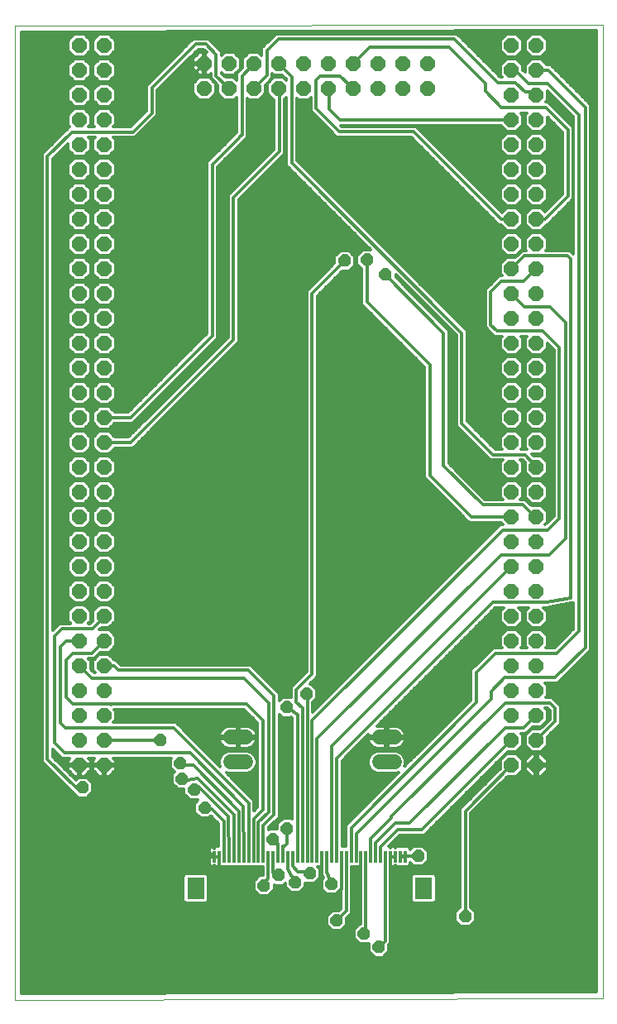
<source format=gtl>
G75*
%MOIN*%
%OFA0B0*%
%FSLAX25Y25*%
%IPPOS*%
%LPD*%
%AMOC8*
5,1,8,0,0,1.08239X$1,22.5*
%
%ADD10C,0.00000*%
%ADD11C,0.06000*%
%ADD12OC8,0.06000*%
%ADD13R,0.01181X0.05118*%
%ADD14R,0.07087X0.08661*%
%ADD15C,0.01200*%
%ADD16OC8,0.05000*%
D10*
X0001739Y0002810D02*
X0001739Y0395311D01*
X0238660Y0395811D01*
X0238660Y0003310D01*
X0001739Y0002810D01*
D11*
X0088721Y0098532D02*
X0094721Y0098532D01*
X0094721Y0108532D02*
X0088721Y0108532D01*
X0148682Y0108532D02*
X0154682Y0108532D01*
X0154682Y0098532D02*
X0148682Y0098532D01*
D12*
X0201957Y0097312D03*
X0201957Y0107312D03*
X0201957Y0117312D03*
X0201957Y0127312D03*
X0201957Y0137312D03*
X0201957Y0147312D03*
X0201957Y0157312D03*
X0201957Y0167312D03*
X0201957Y0177312D03*
X0201957Y0187312D03*
X0201957Y0197312D03*
X0201957Y0207312D03*
X0201957Y0217312D03*
X0201957Y0227312D03*
X0201957Y0237312D03*
X0201957Y0247312D03*
X0201957Y0257312D03*
X0201957Y0267312D03*
X0201957Y0277312D03*
X0201957Y0287312D03*
X0201957Y0297312D03*
X0201957Y0307312D03*
X0201957Y0317312D03*
X0201957Y0327312D03*
X0201957Y0337312D03*
X0201957Y0347312D03*
X0201957Y0357312D03*
X0201957Y0367312D03*
X0201957Y0377312D03*
X0201957Y0387312D03*
X0211957Y0387312D03*
X0211957Y0377312D03*
X0211957Y0367312D03*
X0211957Y0357312D03*
X0211957Y0347312D03*
X0211957Y0337312D03*
X0211957Y0327312D03*
X0211957Y0317312D03*
X0211957Y0307312D03*
X0211957Y0297312D03*
X0211957Y0287312D03*
X0211957Y0277312D03*
X0211957Y0267312D03*
X0211957Y0257312D03*
X0211957Y0247312D03*
X0211957Y0237312D03*
X0211957Y0227312D03*
X0211957Y0217312D03*
X0211957Y0207312D03*
X0211957Y0197312D03*
X0211957Y0187312D03*
X0211957Y0177312D03*
X0211957Y0167312D03*
X0211957Y0157312D03*
X0211957Y0147312D03*
X0211957Y0137312D03*
X0211957Y0127312D03*
X0211957Y0117312D03*
X0211957Y0107312D03*
X0211957Y0097312D03*
X0168139Y0369910D03*
X0168139Y0379910D03*
X0158139Y0379910D03*
X0158139Y0369910D03*
X0148139Y0369910D03*
X0148139Y0379910D03*
X0138139Y0379910D03*
X0138139Y0369910D03*
X0128139Y0369910D03*
X0128139Y0379910D03*
X0118139Y0379910D03*
X0118139Y0369910D03*
X0108139Y0369910D03*
X0108139Y0379910D03*
X0098139Y0379910D03*
X0098139Y0369910D03*
X0088139Y0369910D03*
X0088139Y0379910D03*
X0078139Y0379910D03*
X0078139Y0369910D03*
X0037784Y0367312D03*
X0037784Y0377312D03*
X0037784Y0387312D03*
X0027784Y0387312D03*
X0027784Y0377312D03*
X0027784Y0367312D03*
X0027784Y0357312D03*
X0027784Y0347312D03*
X0027784Y0337312D03*
X0027784Y0327312D03*
X0027784Y0317312D03*
X0027784Y0307312D03*
X0027784Y0297312D03*
X0027784Y0287312D03*
X0027784Y0277312D03*
X0027784Y0267312D03*
X0027784Y0257312D03*
X0027784Y0247312D03*
X0027784Y0237312D03*
X0027784Y0227312D03*
X0027784Y0217312D03*
X0027784Y0207312D03*
X0027784Y0197312D03*
X0027784Y0187312D03*
X0027784Y0177312D03*
X0027784Y0167312D03*
X0027784Y0157312D03*
X0027784Y0147312D03*
X0027784Y0137312D03*
X0027784Y0127312D03*
X0027784Y0117312D03*
X0027784Y0107312D03*
X0027784Y0097312D03*
X0037784Y0097312D03*
X0037784Y0107312D03*
X0037784Y0117312D03*
X0037784Y0127312D03*
X0037784Y0137312D03*
X0037784Y0147312D03*
X0037784Y0157312D03*
X0037784Y0167312D03*
X0037784Y0177312D03*
X0037784Y0187312D03*
X0037784Y0197312D03*
X0037784Y0207312D03*
X0037784Y0217312D03*
X0037784Y0227312D03*
X0037784Y0237312D03*
X0037784Y0247312D03*
X0037784Y0257312D03*
X0037784Y0267312D03*
X0037784Y0277312D03*
X0037784Y0287312D03*
X0037784Y0297312D03*
X0037784Y0307312D03*
X0037784Y0317312D03*
X0037784Y0327312D03*
X0037784Y0337312D03*
X0037784Y0347312D03*
X0037784Y0357312D03*
D13*
X0082253Y0060406D03*
X0084221Y0060406D03*
X0086190Y0060406D03*
X0088158Y0060406D03*
X0090127Y0060406D03*
X0092095Y0060406D03*
X0094064Y0060406D03*
X0096032Y0060406D03*
X0098001Y0060406D03*
X0099969Y0060406D03*
X0101938Y0060406D03*
X0103906Y0060406D03*
X0105875Y0060406D03*
X0107843Y0060406D03*
X0109812Y0060406D03*
X0111780Y0060406D03*
X0113749Y0060406D03*
X0115717Y0060406D03*
X0117686Y0060406D03*
X0119654Y0060406D03*
X0121623Y0060406D03*
X0123591Y0060406D03*
X0125560Y0060406D03*
X0127528Y0060406D03*
X0129497Y0060406D03*
X0131465Y0060406D03*
X0133434Y0060406D03*
X0135402Y0060406D03*
X0137371Y0060406D03*
X0139339Y0060406D03*
X0141308Y0060406D03*
X0143276Y0060406D03*
X0145245Y0060406D03*
X0147213Y0060406D03*
X0149182Y0060406D03*
X0151150Y0060406D03*
X0153119Y0060406D03*
X0155087Y0060406D03*
X0157056Y0060406D03*
X0159024Y0060406D03*
D14*
X0166505Y0047610D03*
X0074772Y0047610D03*
D15*
X0079916Y0042617D02*
X0078978Y0041680D01*
X0070566Y0041680D01*
X0069629Y0042617D01*
X0069629Y0052604D01*
X0070566Y0053541D01*
X0078978Y0053541D01*
X0079916Y0052604D01*
X0079916Y0042617D01*
X0079916Y0043057D02*
X0133202Y0043057D01*
X0133202Y0044255D02*
X0079916Y0044255D01*
X0079916Y0045454D02*
X0099797Y0045454D01*
X0100540Y0044710D02*
X0103937Y0044710D01*
X0106339Y0047112D01*
X0106339Y0049012D01*
X0106540Y0048810D01*
X0109937Y0048810D01*
X0110739Y0049612D01*
X0110739Y0048312D01*
X0113140Y0045910D01*
X0116537Y0045910D01*
X0118939Y0048312D01*
X0118939Y0049612D01*
X0119040Y0049510D01*
X0122437Y0049510D01*
X0124839Y0051912D01*
X0124839Y0055309D01*
X0123901Y0056246D01*
X0125328Y0056246D01*
X0125328Y0054811D01*
X0125150Y0054430D01*
X0125328Y0053935D01*
X0125328Y0053409D01*
X0125626Y0053112D01*
X0126081Y0051851D01*
X0125239Y0051009D01*
X0125239Y0047612D01*
X0127640Y0045210D01*
X0131037Y0045210D01*
X0133202Y0047376D01*
X0133202Y0039485D01*
X0132427Y0038710D01*
X0129740Y0038710D01*
X0127339Y0036309D01*
X0127339Y0032912D01*
X0129740Y0030510D01*
X0133137Y0030510D01*
X0135539Y0032912D01*
X0135539Y0035599D01*
X0137602Y0037663D01*
X0137602Y0056246D01*
X0141076Y0056246D01*
X0141076Y0033410D01*
X0140840Y0033410D01*
X0138439Y0031009D01*
X0138439Y0027612D01*
X0140840Y0025210D01*
X0144237Y0025210D01*
X0144439Y0025412D01*
X0144439Y0022212D01*
X0146840Y0019810D01*
X0150237Y0019810D01*
X0152639Y0022212D01*
X0152639Y0024899D01*
X0153250Y0025511D01*
X0153250Y0053506D01*
X0153290Y0056246D01*
X0153920Y0056246D01*
X0154103Y0056296D01*
X0154286Y0056246D01*
X0155087Y0056246D01*
X0155087Y0056962D01*
X0155087Y0056962D01*
X0155087Y0056246D01*
X0160278Y0056246D01*
X0161215Y0057184D01*
X0161215Y0058036D01*
X0162640Y0056610D01*
X0166037Y0056610D01*
X0168439Y0059012D01*
X0168439Y0062409D01*
X0166037Y0064810D01*
X0162640Y0064810D01*
X0161215Y0063385D01*
X0161215Y0063627D01*
X0160278Y0064565D01*
X0155087Y0064565D01*
X0154286Y0064565D01*
X0154103Y0064516D01*
X0153920Y0064565D01*
X0153119Y0064565D01*
X0153119Y0063849D01*
X0153119Y0063849D01*
X0153119Y0064565D01*
X0152504Y0064565D01*
X0156950Y0069010D01*
X0166767Y0069010D01*
X0200469Y0102712D01*
X0203863Y0102712D01*
X0206557Y0105406D01*
X0206557Y0109217D01*
X0205664Y0110110D01*
X0207867Y0110110D01*
X0209156Y0111399D01*
X0210469Y0112712D01*
X0213863Y0112712D01*
X0216557Y0115406D01*
X0216557Y0119217D01*
X0215564Y0120210D01*
X0216427Y0120210D01*
X0217339Y0119299D01*
X0217339Y0115804D01*
X0213446Y0111912D01*
X0210052Y0111912D01*
X0207357Y0109217D01*
X0207357Y0105406D01*
X0210052Y0102712D01*
X0213863Y0102712D01*
X0216557Y0105406D01*
X0216557Y0108801D01*
X0221739Y0113982D01*
X0221739Y0121122D01*
X0220450Y0122410D01*
X0218250Y0124610D01*
X0215761Y0124610D01*
X0216557Y0125406D01*
X0216557Y0129217D01*
X0215464Y0130310D01*
X0220450Y0130310D01*
X0221739Y0131599D01*
X0233939Y0143799D01*
X0233939Y0363322D01*
X0232650Y0364610D01*
X0217748Y0379512D01*
X0216263Y0379512D01*
X0213863Y0381912D01*
X0210052Y0381912D01*
X0207357Y0379217D01*
X0207357Y0376703D01*
X0206557Y0377503D01*
X0206557Y0379217D01*
X0203863Y0381912D01*
X0200052Y0381912D01*
X0197357Y0379217D01*
X0197357Y0375406D01*
X0198154Y0374610D01*
X0197350Y0374610D01*
X0181139Y0390822D01*
X0179850Y0392110D01*
X0107127Y0392110D01*
X0102527Y0387510D01*
X0101239Y0386222D01*
X0101239Y0383316D01*
X0100044Y0384510D01*
X0096233Y0384510D01*
X0093539Y0381816D01*
X0093539Y0378422D01*
X0091139Y0376022D01*
X0091139Y0373416D01*
X0090044Y0374510D01*
X0086650Y0374510D01*
X0085139Y0376022D01*
X0085139Y0376405D01*
X0086233Y0375310D01*
X0090044Y0375310D01*
X0092739Y0378005D01*
X0092739Y0381816D01*
X0090044Y0384510D01*
X0086233Y0384510D01*
X0085139Y0383416D01*
X0085139Y0384622D01*
X0083850Y0385910D01*
X0079650Y0390110D01*
X0073827Y0390110D01*
X0072539Y0388822D01*
X0054839Y0371122D01*
X0054839Y0361022D01*
X0048427Y0354610D01*
X0041588Y0354610D01*
X0042384Y0355406D01*
X0042384Y0359217D01*
X0039690Y0361912D01*
X0035879Y0361912D01*
X0033184Y0359217D01*
X0033184Y0355406D01*
X0033980Y0354610D01*
X0031588Y0354610D01*
X0032384Y0355406D01*
X0032384Y0359217D01*
X0029690Y0361912D01*
X0025879Y0361912D01*
X0023184Y0359217D01*
X0023184Y0355406D01*
X0023980Y0354610D01*
X0023827Y0354610D01*
X0022539Y0353322D01*
X0012739Y0343522D01*
X0012739Y0098699D01*
X0014027Y0097410D01*
X0025427Y0086010D01*
X0025440Y0086010D01*
X0027340Y0084110D01*
X0030737Y0084110D01*
X0033139Y0086512D01*
X0033139Y0089909D01*
X0030737Y0092310D01*
X0027340Y0092310D01*
X0026345Y0091315D01*
X0017139Y0100522D01*
X0017139Y0103699D01*
X0019539Y0101299D01*
X0020827Y0100010D01*
X0023977Y0100010D01*
X0023184Y0099217D01*
X0023184Y0097712D01*
X0027384Y0097712D01*
X0027384Y0096912D01*
X0023184Y0096912D01*
X0023184Y0095406D01*
X0025879Y0092712D01*
X0027384Y0092712D01*
X0027384Y0096912D01*
X0028184Y0096912D01*
X0028184Y0092712D01*
X0029690Y0092712D01*
X0032384Y0095406D01*
X0032384Y0096912D01*
X0028184Y0096912D01*
X0028184Y0097712D01*
X0032384Y0097712D01*
X0032384Y0099217D01*
X0031591Y0100010D01*
X0033977Y0100010D01*
X0033184Y0099217D01*
X0033184Y0097712D01*
X0037384Y0097712D01*
X0037384Y0096912D01*
X0033184Y0096912D01*
X0033184Y0095406D01*
X0035879Y0092712D01*
X0037384Y0092712D01*
X0037384Y0096912D01*
X0038184Y0096912D01*
X0038184Y0092712D01*
X0039690Y0092712D01*
X0042384Y0095406D01*
X0042384Y0096912D01*
X0038184Y0096912D01*
X0038184Y0097712D01*
X0042384Y0097712D01*
X0042384Y0099217D01*
X0041591Y0100010D01*
X0064940Y0100010D01*
X0064539Y0099609D01*
X0064539Y0096212D01*
X0066190Y0094560D01*
X0065139Y0093509D01*
X0065139Y0090112D01*
X0067540Y0087710D01*
X0069939Y0087710D01*
X0069939Y0085612D01*
X0072340Y0083210D01*
X0075640Y0083210D01*
X0074239Y0081809D01*
X0074239Y0078412D01*
X0076640Y0076010D01*
X0080037Y0076010D01*
X0080832Y0076805D01*
X0083890Y0073748D01*
X0083890Y0072848D01*
X0083897Y0072841D01*
X0083959Y0064565D01*
X0083420Y0064565D01*
X0083237Y0064516D01*
X0083054Y0064565D01*
X0082253Y0064565D01*
X0082253Y0063778D01*
X0082253Y0063778D01*
X0082253Y0064565D01*
X0081452Y0064565D01*
X0081045Y0064456D01*
X0080680Y0064245D01*
X0080382Y0063947D01*
X0080171Y0063582D01*
X0080062Y0063175D01*
X0080062Y0060406D01*
X0082253Y0060406D01*
X0083990Y0060406D01*
X0083990Y0060405D01*
X0082253Y0060405D01*
X0082253Y0060406D01*
X0084221Y0060406D01*
X0084221Y0056028D01*
X0096439Y0043810D01*
X0121739Y0043810D01*
X0121739Y0032910D01*
X0126439Y0028210D01*
X0131039Y0028210D01*
X0140439Y0018810D01*
X0151439Y0018810D01*
X0153119Y0020491D01*
X0153119Y0026310D01*
X0154419Y0027610D01*
X0187239Y0027610D01*
X0211957Y0052329D01*
X0211957Y0097312D01*
X0211557Y0096990D02*
X0206557Y0096990D01*
X0207357Y0096912D02*
X0207357Y0095406D01*
X0210052Y0092712D01*
X0211557Y0092712D01*
X0211557Y0096912D01*
X0207357Y0096912D01*
X0207357Y0097712D02*
X0211557Y0097712D01*
X0211557Y0096912D01*
X0212357Y0096912D01*
X0212357Y0092712D01*
X0213863Y0092712D01*
X0216557Y0095406D01*
X0216557Y0096912D01*
X0212358Y0096912D01*
X0212358Y0097712D01*
X0216557Y0097712D01*
X0216557Y0099217D01*
X0213863Y0101912D01*
X0212357Y0101912D01*
X0212357Y0097712D01*
X0211557Y0097712D01*
X0211557Y0101912D01*
X0210052Y0101912D01*
X0207357Y0099217D01*
X0207357Y0097712D01*
X0207357Y0098188D02*
X0206557Y0098188D01*
X0206557Y0099217D02*
X0203863Y0101912D01*
X0200052Y0101912D01*
X0197357Y0099217D01*
X0197357Y0095823D01*
X0181239Y0079704D01*
X0181239Y0041722D01*
X0181139Y0041622D01*
X0181139Y0040009D01*
X0179239Y0038109D01*
X0179239Y0034712D01*
X0181640Y0032310D01*
X0185037Y0032310D01*
X0187439Y0034712D01*
X0187439Y0038109D01*
X0185639Y0039909D01*
X0185639Y0041722D01*
X0185639Y0077882D01*
X0200469Y0092712D01*
X0203863Y0092712D01*
X0206557Y0095406D01*
X0206557Y0099217D01*
X0206388Y0099387D02*
X0207527Y0099387D01*
X0208725Y0100585D02*
X0205189Y0100585D01*
X0203991Y0101784D02*
X0209924Y0101784D01*
X0209782Y0102982D02*
X0204133Y0102982D01*
X0205332Y0104181D02*
X0208583Y0104181D01*
X0207385Y0105379D02*
X0206530Y0105379D01*
X0206557Y0106578D02*
X0207357Y0106578D01*
X0207357Y0107776D02*
X0206557Y0107776D01*
X0206557Y0108975D02*
X0207357Y0108975D01*
X0207930Y0110173D02*
X0208314Y0110173D01*
X0209129Y0111372D02*
X0209512Y0111372D01*
X0209156Y0111399D02*
X0209156Y0111399D01*
X0210327Y0112570D02*
X0214105Y0112570D01*
X0214920Y0113769D02*
X0215303Y0113769D01*
X0216118Y0114967D02*
X0216502Y0114967D01*
X0216557Y0116166D02*
X0217339Y0116166D01*
X0217339Y0117364D02*
X0216557Y0117364D01*
X0216557Y0118563D02*
X0217339Y0118563D01*
X0216876Y0119761D02*
X0216013Y0119761D01*
X0217339Y0122410D02*
X0219539Y0120210D01*
X0219539Y0114893D01*
X0211957Y0107312D01*
X0215332Y0104181D02*
X0236060Y0104181D01*
X0236060Y0105379D02*
X0216530Y0105379D01*
X0216557Y0106578D02*
X0236060Y0106578D01*
X0236060Y0107776D02*
X0216557Y0107776D01*
X0216732Y0108975D02*
X0236060Y0108975D01*
X0236060Y0110173D02*
X0217930Y0110173D01*
X0219129Y0111372D02*
X0236060Y0111372D01*
X0236060Y0112570D02*
X0220327Y0112570D01*
X0221526Y0113769D02*
X0236060Y0113769D01*
X0236060Y0114967D02*
X0221739Y0114967D01*
X0221739Y0116166D02*
X0236060Y0116166D01*
X0236060Y0117364D02*
X0221739Y0117364D01*
X0221739Y0118563D02*
X0236060Y0118563D01*
X0236060Y0119761D02*
X0221739Y0119761D01*
X0221739Y0120960D02*
X0236060Y0120960D01*
X0236060Y0122158D02*
X0220702Y0122158D01*
X0219503Y0123357D02*
X0236060Y0123357D01*
X0236060Y0124555D02*
X0218305Y0124555D01*
X0216557Y0125754D02*
X0236060Y0125754D01*
X0236060Y0126952D02*
X0216557Y0126952D01*
X0216557Y0128151D02*
X0236060Y0128151D01*
X0236060Y0129349D02*
X0216425Y0129349D01*
X0220688Y0130548D02*
X0236060Y0130548D01*
X0236060Y0131746D02*
X0221886Y0131746D01*
X0223085Y0132945D02*
X0236060Y0132945D01*
X0236060Y0134144D02*
X0224283Y0134144D01*
X0225482Y0135342D02*
X0236060Y0135342D01*
X0236060Y0136541D02*
X0226680Y0136541D01*
X0227879Y0137739D02*
X0236060Y0137739D01*
X0236060Y0138938D02*
X0229077Y0138938D01*
X0230276Y0140136D02*
X0236060Y0140136D01*
X0236060Y0141335D02*
X0231474Y0141335D01*
X0232673Y0142533D02*
X0236060Y0142533D01*
X0236060Y0143732D02*
X0233871Y0143732D01*
X0233939Y0144930D02*
X0236060Y0144930D01*
X0236060Y0146129D02*
X0233939Y0146129D01*
X0233939Y0147327D02*
X0236060Y0147327D01*
X0236060Y0148526D02*
X0233939Y0148526D01*
X0233939Y0149724D02*
X0236060Y0149724D01*
X0236060Y0150923D02*
X0233939Y0150923D01*
X0233939Y0152121D02*
X0236060Y0152121D01*
X0236060Y0153320D02*
X0233939Y0153320D01*
X0233939Y0154518D02*
X0236060Y0154518D01*
X0236060Y0155717D02*
X0233939Y0155717D01*
X0233939Y0156915D02*
X0236060Y0156915D01*
X0236060Y0158114D02*
X0233939Y0158114D01*
X0233939Y0159312D02*
X0236060Y0159312D01*
X0236060Y0160511D02*
X0233939Y0160511D01*
X0233939Y0161709D02*
X0236060Y0161709D01*
X0236060Y0162908D02*
X0233939Y0162908D01*
X0233939Y0164106D02*
X0236060Y0164106D01*
X0236060Y0165305D02*
X0233939Y0165305D01*
X0233939Y0166503D02*
X0236060Y0166503D01*
X0236060Y0167702D02*
X0233939Y0167702D01*
X0233939Y0168900D02*
X0236060Y0168900D01*
X0236060Y0170099D02*
X0233939Y0170099D01*
X0233939Y0171297D02*
X0236060Y0171297D01*
X0236060Y0172496D02*
X0233939Y0172496D01*
X0233939Y0173694D02*
X0236060Y0173694D01*
X0236060Y0174893D02*
X0233939Y0174893D01*
X0233939Y0176091D02*
X0236060Y0176091D01*
X0236060Y0177290D02*
X0233939Y0177290D01*
X0233939Y0178488D02*
X0236060Y0178488D01*
X0236060Y0179687D02*
X0233939Y0179687D01*
X0233939Y0180885D02*
X0236060Y0180885D01*
X0236060Y0182084D02*
X0233939Y0182084D01*
X0233939Y0183282D02*
X0236060Y0183282D01*
X0236060Y0184481D02*
X0233939Y0184481D01*
X0233939Y0185679D02*
X0236060Y0185679D01*
X0236060Y0186878D02*
X0233939Y0186878D01*
X0233939Y0188077D02*
X0236060Y0188077D01*
X0236060Y0189275D02*
X0233939Y0189275D01*
X0233939Y0190474D02*
X0236060Y0190474D01*
X0236060Y0191672D02*
X0233939Y0191672D01*
X0233939Y0192871D02*
X0236060Y0192871D01*
X0236060Y0194069D02*
X0233939Y0194069D01*
X0233939Y0195268D02*
X0236060Y0195268D01*
X0236060Y0196466D02*
X0233939Y0196466D01*
X0233939Y0197665D02*
X0236060Y0197665D01*
X0236060Y0198863D02*
X0233939Y0198863D01*
X0233939Y0200062D02*
X0236060Y0200062D01*
X0236060Y0201260D02*
X0233939Y0201260D01*
X0233939Y0202459D02*
X0236060Y0202459D01*
X0236060Y0203657D02*
X0233939Y0203657D01*
X0233939Y0204856D02*
X0236060Y0204856D01*
X0236060Y0206054D02*
X0233939Y0206054D01*
X0233939Y0207253D02*
X0236060Y0207253D01*
X0236060Y0208451D02*
X0233939Y0208451D01*
X0233939Y0209650D02*
X0236060Y0209650D01*
X0236060Y0210848D02*
X0233939Y0210848D01*
X0233939Y0212047D02*
X0236060Y0212047D01*
X0236060Y0213245D02*
X0233939Y0213245D01*
X0233939Y0214444D02*
X0236060Y0214444D01*
X0236060Y0215642D02*
X0233939Y0215642D01*
X0233939Y0216841D02*
X0236060Y0216841D01*
X0236060Y0218039D02*
X0233939Y0218039D01*
X0233939Y0219238D02*
X0236060Y0219238D01*
X0236060Y0220436D02*
X0233939Y0220436D01*
X0233939Y0221635D02*
X0236060Y0221635D01*
X0236060Y0222833D02*
X0233939Y0222833D01*
X0233939Y0224032D02*
X0236060Y0224032D01*
X0236060Y0225230D02*
X0233939Y0225230D01*
X0233939Y0226429D02*
X0236060Y0226429D01*
X0236060Y0227627D02*
X0233939Y0227627D01*
X0233939Y0228826D02*
X0236060Y0228826D01*
X0236060Y0230024D02*
X0233939Y0230024D01*
X0233939Y0231223D02*
X0236060Y0231223D01*
X0236060Y0232421D02*
X0233939Y0232421D01*
X0233939Y0233620D02*
X0236060Y0233620D01*
X0236060Y0234818D02*
X0233939Y0234818D01*
X0233939Y0236017D02*
X0236060Y0236017D01*
X0236060Y0237215D02*
X0233939Y0237215D01*
X0233939Y0238414D02*
X0236060Y0238414D01*
X0236060Y0239612D02*
X0233939Y0239612D01*
X0233939Y0240811D02*
X0236060Y0240811D01*
X0236060Y0242010D02*
X0233939Y0242010D01*
X0233939Y0243208D02*
X0236060Y0243208D01*
X0236060Y0244407D02*
X0233939Y0244407D01*
X0233939Y0245605D02*
X0236060Y0245605D01*
X0236060Y0246804D02*
X0233939Y0246804D01*
X0233939Y0248002D02*
X0236060Y0248002D01*
X0236060Y0249201D02*
X0233939Y0249201D01*
X0233939Y0250399D02*
X0236060Y0250399D01*
X0236060Y0251598D02*
X0233939Y0251598D01*
X0233939Y0252796D02*
X0236060Y0252796D01*
X0236060Y0253995D02*
X0233939Y0253995D01*
X0233939Y0255193D02*
X0236060Y0255193D01*
X0236060Y0256392D02*
X0233939Y0256392D01*
X0233939Y0257590D02*
X0236060Y0257590D01*
X0236060Y0258789D02*
X0233939Y0258789D01*
X0233939Y0259987D02*
X0236060Y0259987D01*
X0236060Y0261186D02*
X0233939Y0261186D01*
X0233939Y0262384D02*
X0236060Y0262384D01*
X0236060Y0263583D02*
X0233939Y0263583D01*
X0233939Y0264781D02*
X0236060Y0264781D01*
X0236060Y0265980D02*
X0233939Y0265980D01*
X0233939Y0267178D02*
X0236060Y0267178D01*
X0236060Y0268377D02*
X0233939Y0268377D01*
X0233939Y0269575D02*
X0236060Y0269575D01*
X0236060Y0270774D02*
X0233939Y0270774D01*
X0233939Y0271972D02*
X0236060Y0271972D01*
X0236060Y0273171D02*
X0233939Y0273171D01*
X0233939Y0274369D02*
X0236060Y0274369D01*
X0236060Y0275568D02*
X0233939Y0275568D01*
X0233939Y0276766D02*
X0236060Y0276766D01*
X0236060Y0277965D02*
X0233939Y0277965D01*
X0233939Y0279163D02*
X0236060Y0279163D01*
X0236060Y0280362D02*
X0233939Y0280362D01*
X0233939Y0281560D02*
X0236060Y0281560D01*
X0236060Y0282759D02*
X0233939Y0282759D01*
X0233939Y0283957D02*
X0236060Y0283957D01*
X0236060Y0285156D02*
X0233939Y0285156D01*
X0233939Y0286354D02*
X0236060Y0286354D01*
X0236060Y0287553D02*
X0233939Y0287553D01*
X0233939Y0288751D02*
X0236060Y0288751D01*
X0236060Y0289950D02*
X0233939Y0289950D01*
X0233939Y0291148D02*
X0236060Y0291148D01*
X0236060Y0292347D02*
X0233939Y0292347D01*
X0233939Y0293546D02*
X0236060Y0293546D01*
X0236060Y0294744D02*
X0233939Y0294744D01*
X0233939Y0295943D02*
X0236060Y0295943D01*
X0236060Y0297141D02*
X0233939Y0297141D01*
X0233939Y0298340D02*
X0236060Y0298340D01*
X0236060Y0299538D02*
X0233939Y0299538D01*
X0233939Y0300737D02*
X0236060Y0300737D01*
X0236060Y0301935D02*
X0233939Y0301935D01*
X0233939Y0303134D02*
X0236060Y0303134D01*
X0236060Y0304332D02*
X0233939Y0304332D01*
X0233939Y0305531D02*
X0236060Y0305531D01*
X0236060Y0306729D02*
X0233939Y0306729D01*
X0233939Y0307928D02*
X0236060Y0307928D01*
X0236060Y0309126D02*
X0233939Y0309126D01*
X0233939Y0310325D02*
X0236060Y0310325D01*
X0236060Y0311523D02*
X0233939Y0311523D01*
X0233939Y0312722D02*
X0236060Y0312722D01*
X0236060Y0313920D02*
X0233939Y0313920D01*
X0233939Y0315119D02*
X0236060Y0315119D01*
X0236060Y0316317D02*
X0233939Y0316317D01*
X0233939Y0317516D02*
X0236060Y0317516D01*
X0236060Y0318714D02*
X0233939Y0318714D01*
X0233939Y0319913D02*
X0236060Y0319913D01*
X0236060Y0321111D02*
X0233939Y0321111D01*
X0233939Y0322310D02*
X0236060Y0322310D01*
X0236060Y0323508D02*
X0233939Y0323508D01*
X0233939Y0324707D02*
X0236060Y0324707D01*
X0236060Y0325905D02*
X0233939Y0325905D01*
X0233939Y0327104D02*
X0236060Y0327104D01*
X0236060Y0328302D02*
X0233939Y0328302D01*
X0233939Y0329501D02*
X0236060Y0329501D01*
X0236060Y0330699D02*
X0233939Y0330699D01*
X0233939Y0331898D02*
X0236060Y0331898D01*
X0236060Y0333096D02*
X0233939Y0333096D01*
X0233939Y0334295D02*
X0236060Y0334295D01*
X0236060Y0335493D02*
X0233939Y0335493D01*
X0233939Y0336692D02*
X0236060Y0336692D01*
X0236060Y0337890D02*
X0233939Y0337890D01*
X0233939Y0339089D02*
X0236060Y0339089D01*
X0236060Y0340287D02*
X0233939Y0340287D01*
X0233939Y0341486D02*
X0236060Y0341486D01*
X0236060Y0342684D02*
X0233939Y0342684D01*
X0233939Y0343883D02*
X0236060Y0343883D01*
X0236060Y0345081D02*
X0233939Y0345081D01*
X0233939Y0346280D02*
X0236060Y0346280D01*
X0236060Y0347479D02*
X0233939Y0347479D01*
X0233939Y0348677D02*
X0236060Y0348677D01*
X0236060Y0349876D02*
X0233939Y0349876D01*
X0233939Y0351074D02*
X0236060Y0351074D01*
X0236060Y0352273D02*
X0233939Y0352273D01*
X0233939Y0353471D02*
X0236060Y0353471D01*
X0236060Y0354670D02*
X0233939Y0354670D01*
X0233939Y0355868D02*
X0236060Y0355868D01*
X0236060Y0357067D02*
X0233939Y0357067D01*
X0233939Y0358265D02*
X0236060Y0358265D01*
X0236060Y0359464D02*
X0233939Y0359464D01*
X0233939Y0360662D02*
X0236060Y0360662D01*
X0236060Y0361861D02*
X0233939Y0361861D01*
X0233939Y0363059D02*
X0236060Y0363059D01*
X0236060Y0364258D02*
X0233002Y0364258D01*
X0231804Y0365456D02*
X0236060Y0365456D01*
X0236060Y0366655D02*
X0230605Y0366655D01*
X0229407Y0367853D02*
X0236060Y0367853D01*
X0236060Y0369052D02*
X0228208Y0369052D01*
X0227010Y0370250D02*
X0236060Y0370250D01*
X0236060Y0371449D02*
X0225811Y0371449D01*
X0224613Y0372647D02*
X0236060Y0372647D01*
X0236060Y0373846D02*
X0223414Y0373846D01*
X0222216Y0375044D02*
X0236060Y0375044D01*
X0236060Y0376243D02*
X0221017Y0376243D01*
X0219819Y0377441D02*
X0236060Y0377441D01*
X0236060Y0378640D02*
X0218620Y0378640D01*
X0216837Y0377312D02*
X0231739Y0362410D01*
X0231739Y0144710D01*
X0219539Y0132510D01*
X0199239Y0132510D01*
X0193839Y0127110D01*
X0193839Y0124110D01*
X0139339Y0069611D01*
X0139339Y0060406D01*
X0141239Y0060336D02*
X0141308Y0060406D01*
X0141239Y0060336D02*
X0141239Y0038410D01*
X0131039Y0028210D01*
X0129179Y0031072D02*
X0004339Y0031072D01*
X0004339Y0032270D02*
X0127980Y0032270D01*
X0127339Y0033469D02*
X0004339Y0033469D01*
X0004339Y0034667D02*
X0127339Y0034667D01*
X0127339Y0035866D02*
X0004339Y0035866D01*
X0004339Y0037064D02*
X0128094Y0037064D01*
X0129293Y0038263D02*
X0004339Y0038263D01*
X0004339Y0039461D02*
X0133178Y0039461D01*
X0133202Y0040660D02*
X0004339Y0040660D01*
X0004339Y0041858D02*
X0070388Y0041858D01*
X0069629Y0043057D02*
X0004339Y0043057D01*
X0004339Y0044255D02*
X0069629Y0044255D01*
X0069629Y0045454D02*
X0004339Y0045454D01*
X0004339Y0046652D02*
X0069629Y0046652D01*
X0069629Y0047851D02*
X0004339Y0047851D01*
X0004339Y0049049D02*
X0069629Y0049049D01*
X0069629Y0050248D02*
X0004339Y0050248D01*
X0004339Y0051446D02*
X0069629Y0051446D01*
X0069670Y0052645D02*
X0004339Y0052645D01*
X0004339Y0053843D02*
X0101706Y0053843D01*
X0101706Y0052910D02*
X0100540Y0052910D01*
X0098139Y0050509D01*
X0098139Y0047112D01*
X0100540Y0044710D01*
X0098598Y0046652D02*
X0079916Y0046652D01*
X0079916Y0047851D02*
X0098139Y0047851D01*
X0098139Y0049049D02*
X0079916Y0049049D01*
X0079916Y0050248D02*
X0098139Y0050248D01*
X0099076Y0051446D02*
X0079916Y0051446D01*
X0079875Y0052645D02*
X0100275Y0052645D01*
X0101706Y0052910D02*
X0101706Y0056246D01*
X0084221Y0056246D01*
X0084221Y0056962D01*
X0084221Y0056962D01*
X0084221Y0056246D01*
X0083420Y0056246D01*
X0083237Y0056296D01*
X0083054Y0056246D01*
X0082253Y0056246D01*
X0082253Y0057033D01*
X0082253Y0057033D01*
X0082253Y0056246D01*
X0081452Y0056246D01*
X0081045Y0056355D01*
X0080680Y0056566D01*
X0080382Y0056864D01*
X0080171Y0057229D01*
X0080062Y0057636D01*
X0080062Y0060405D01*
X0082253Y0060405D01*
X0082253Y0060406D02*
X0053493Y0089165D01*
X0053493Y0089365D01*
X0060539Y0096410D01*
X0064539Y0096990D02*
X0038184Y0096990D01*
X0037784Y0097312D02*
X0045346Y0097312D01*
X0053493Y0089165D01*
X0042384Y0095791D02*
X0064959Y0095791D01*
X0066158Y0094593D02*
X0041570Y0094593D01*
X0040372Y0093394D02*
X0065139Y0093394D01*
X0065139Y0092196D02*
X0030851Y0092196D01*
X0030372Y0093394D02*
X0035197Y0093394D01*
X0033998Y0094593D02*
X0031570Y0094593D01*
X0032384Y0095791D02*
X0033184Y0095791D01*
X0033184Y0098188D02*
X0032384Y0098188D01*
X0032215Y0099387D02*
X0033354Y0099387D01*
X0037384Y0096990D02*
X0028184Y0096990D01*
X0027784Y0097312D02*
X0037784Y0097312D01*
X0037384Y0095791D02*
X0038184Y0095791D01*
X0038184Y0094593D02*
X0037384Y0094593D01*
X0037384Y0093394D02*
X0038184Y0093394D01*
X0033139Y0089799D02*
X0065452Y0089799D01*
X0065139Y0090997D02*
X0032050Y0090997D01*
X0033139Y0088600D02*
X0066650Y0088600D01*
X0068939Y0091810D02*
X0071539Y0091310D01*
X0075439Y0091910D01*
X0076239Y0091310D01*
X0090127Y0077322D01*
X0090127Y0060406D01*
X0092095Y0060406D02*
X0091995Y0078654D01*
X0073739Y0097310D01*
X0069639Y0097310D01*
X0068639Y0097910D01*
X0070439Y0092910D02*
X0069239Y0091810D01*
X0068939Y0091810D02*
X0070439Y0092910D01*
X0074539Y0087710D02*
X0074039Y0087310D01*
X0074539Y0087710D02*
X0075839Y0088510D01*
X0087858Y0076491D01*
X0088158Y0060406D01*
X0086190Y0060406D02*
X0086090Y0073759D01*
X0086090Y0074659D01*
X0081039Y0079710D01*
X0078339Y0080110D01*
X0075038Y0082608D02*
X0004339Y0082608D01*
X0004339Y0083806D02*
X0071745Y0083806D01*
X0070546Y0085005D02*
X0031631Y0085005D01*
X0032830Y0086203D02*
X0069939Y0086203D01*
X0069939Y0087402D02*
X0033139Y0087402D01*
X0029039Y0088210D02*
X0026339Y0088210D01*
X0014939Y0099610D01*
X0014939Y0342610D01*
X0024739Y0352410D01*
X0049339Y0352410D01*
X0057039Y0360110D01*
X0057039Y0370210D01*
X0074739Y0387910D01*
X0078739Y0387910D01*
X0082939Y0383710D01*
X0082939Y0375110D01*
X0088139Y0369910D01*
X0084889Y0366655D02*
X0081388Y0366655D01*
X0080190Y0365456D02*
X0086087Y0365456D01*
X0086233Y0365310D02*
X0090044Y0365310D01*
X0091139Y0366405D01*
X0091139Y0352322D01*
X0090339Y0351522D01*
X0089839Y0351022D01*
X0089839Y0350922D01*
X0079139Y0340222D01*
X0079139Y0271222D01*
X0047429Y0239512D01*
X0042090Y0239512D01*
X0039690Y0241912D01*
X0035879Y0241912D01*
X0033184Y0239217D01*
X0033184Y0235406D01*
X0035879Y0232712D01*
X0039690Y0232712D01*
X0042090Y0235112D01*
X0049251Y0235112D01*
X0082250Y0268110D01*
X0083539Y0269399D01*
X0083539Y0338399D01*
X0092950Y0347810D01*
X0093550Y0348410D01*
X0094250Y0349110D01*
X0095539Y0350399D01*
X0095539Y0366005D01*
X0096233Y0365310D01*
X0100044Y0365310D01*
X0102739Y0368005D01*
X0102739Y0371399D01*
X0104350Y0373010D01*
X0105639Y0374299D01*
X0105639Y0375905D01*
X0106233Y0375310D01*
X0109627Y0375310D01*
X0111139Y0373799D01*
X0111139Y0373416D01*
X0110044Y0374510D01*
X0106233Y0374510D01*
X0103539Y0371816D01*
X0103539Y0368005D01*
X0106139Y0365405D01*
X0106139Y0345421D01*
X0089027Y0328310D01*
X0087739Y0327022D01*
X0087739Y0269622D01*
X0047629Y0229512D01*
X0042090Y0229512D01*
X0039690Y0231912D01*
X0035879Y0231912D01*
X0033184Y0229217D01*
X0033184Y0225406D01*
X0035879Y0222712D01*
X0039690Y0222712D01*
X0042090Y0225112D01*
X0049451Y0225112D01*
X0090850Y0266510D01*
X0092139Y0267799D01*
X0092139Y0325199D01*
X0109250Y0342310D01*
X0110539Y0343599D01*
X0110539Y0365805D01*
X0111139Y0366405D01*
X0111139Y0339099D01*
X0112427Y0337810D01*
X0145227Y0305010D01*
X0142040Y0305010D01*
X0139639Y0302609D01*
X0139639Y0299212D01*
X0141539Y0297312D01*
X0141539Y0282999D01*
X0142827Y0281710D01*
X0166839Y0257699D01*
X0166839Y0213199D01*
X0168127Y0211910D01*
X0184926Y0195112D01*
X0197652Y0195112D01*
X0198454Y0194310D01*
X0197427Y0194310D01*
X0196139Y0193022D01*
X0121854Y0118737D01*
X0121854Y0122164D01*
X0121888Y0122201D01*
X0121875Y0122548D01*
X0123639Y0124312D01*
X0123639Y0127709D01*
X0121237Y0130110D01*
X0120750Y0130110D01*
X0122450Y0131810D01*
X0123739Y0133099D01*
X0123739Y0286399D01*
X0133750Y0296410D01*
X0136437Y0296410D01*
X0138839Y0298812D01*
X0138839Y0302209D01*
X0136437Y0304610D01*
X0133040Y0304610D01*
X0130639Y0302209D01*
X0130639Y0299522D01*
X0119339Y0288222D01*
X0119339Y0134922D01*
X0113039Y0128622D01*
X0113039Y0124608D01*
X0113037Y0124610D01*
X0109640Y0124610D01*
X0108339Y0123308D01*
X0108339Y0126122D01*
X0096650Y0137810D01*
X0044450Y0137810D01*
X0042750Y0139510D01*
X0042091Y0139510D01*
X0039690Y0141912D01*
X0035879Y0141912D01*
X0033184Y0139217D01*
X0033184Y0135406D01*
X0034080Y0134510D01*
X0033697Y0134510D01*
X0032384Y0135823D01*
X0032384Y0139217D01*
X0031391Y0140210D01*
X0033794Y0140210D01*
X0036296Y0142712D01*
X0039690Y0142712D01*
X0042384Y0145406D01*
X0042384Y0149217D01*
X0039690Y0151912D01*
X0035951Y0151912D01*
X0036751Y0152712D01*
X0039690Y0152712D01*
X0042384Y0155406D01*
X0042384Y0159217D01*
X0039690Y0161912D01*
X0035879Y0161912D01*
X0033184Y0159217D01*
X0033184Y0155406D01*
X0033204Y0155387D01*
X0032227Y0154410D01*
X0031388Y0154410D01*
X0032384Y0155406D01*
X0032384Y0159217D01*
X0029690Y0161912D01*
X0025879Y0161912D01*
X0023184Y0159217D01*
X0023184Y0155406D01*
X0024180Y0154410D01*
X0019827Y0154410D01*
X0018539Y0153122D01*
X0017139Y0151721D01*
X0017139Y0341699D01*
X0023184Y0347745D01*
X0023184Y0345406D01*
X0025879Y0342712D01*
X0029690Y0342712D01*
X0032384Y0345406D01*
X0032384Y0349217D01*
X0031391Y0350210D01*
X0034177Y0350210D01*
X0033184Y0349217D01*
X0033184Y0345406D01*
X0035879Y0342712D01*
X0039690Y0342712D01*
X0042384Y0345406D01*
X0042384Y0349217D01*
X0041391Y0350210D01*
X0050250Y0350210D01*
X0057950Y0357910D01*
X0059239Y0359199D01*
X0059239Y0369299D01*
X0075650Y0385710D01*
X0077827Y0385710D01*
X0079027Y0384510D01*
X0078539Y0384510D01*
X0078539Y0380310D01*
X0077739Y0380310D01*
X0077739Y0384510D01*
X0076233Y0384510D01*
X0073539Y0381816D01*
X0073539Y0380310D01*
X0077738Y0380310D01*
X0077738Y0379510D01*
X0073539Y0379510D01*
X0073539Y0378005D01*
X0076233Y0375310D01*
X0077739Y0375310D01*
X0077739Y0379510D01*
X0078539Y0379510D01*
X0078539Y0375310D01*
X0080044Y0375310D01*
X0080739Y0376005D01*
X0080739Y0374199D01*
X0083539Y0371399D01*
X0083539Y0368005D01*
X0086233Y0365310D01*
X0083690Y0367853D02*
X0082587Y0367853D01*
X0082739Y0368005D02*
X0080044Y0365310D01*
X0076233Y0365310D01*
X0073539Y0368005D01*
X0073539Y0371816D01*
X0076233Y0374510D01*
X0080044Y0374510D01*
X0082739Y0371816D01*
X0082739Y0368005D01*
X0082739Y0369052D02*
X0083539Y0369052D01*
X0083539Y0370250D02*
X0082739Y0370250D01*
X0082739Y0371449D02*
X0083489Y0371449D01*
X0082290Y0372647D02*
X0081907Y0372647D01*
X0081092Y0373846D02*
X0080708Y0373846D01*
X0080739Y0375044D02*
X0064984Y0375044D01*
X0063785Y0373846D02*
X0075569Y0373846D01*
X0074370Y0372647D02*
X0062587Y0372647D01*
X0061388Y0371449D02*
X0073539Y0371449D01*
X0073539Y0370250D02*
X0060190Y0370250D01*
X0059239Y0369052D02*
X0073539Y0369052D01*
X0073690Y0367853D02*
X0059239Y0367853D01*
X0059239Y0366655D02*
X0074889Y0366655D01*
X0076087Y0365456D02*
X0059239Y0365456D01*
X0059239Y0364258D02*
X0091139Y0364258D01*
X0091139Y0365456D02*
X0090190Y0365456D01*
X0091139Y0363059D02*
X0059239Y0363059D01*
X0059239Y0361861D02*
X0091139Y0361861D01*
X0091139Y0360662D02*
X0059239Y0360662D01*
X0059239Y0359464D02*
X0091139Y0359464D01*
X0091139Y0358265D02*
X0058305Y0358265D01*
X0057106Y0357067D02*
X0091139Y0357067D01*
X0091139Y0355868D02*
X0055908Y0355868D01*
X0054709Y0354670D02*
X0091139Y0354670D01*
X0091139Y0353471D02*
X0053511Y0353471D01*
X0052312Y0352273D02*
X0091090Y0352273D01*
X0089891Y0351074D02*
X0051114Y0351074D01*
X0048487Y0354670D02*
X0041647Y0354670D01*
X0042384Y0355868D02*
X0049685Y0355868D01*
X0050884Y0357067D02*
X0042384Y0357067D01*
X0042384Y0358265D02*
X0052082Y0358265D01*
X0053281Y0359464D02*
X0042138Y0359464D01*
X0040939Y0360662D02*
X0054479Y0360662D01*
X0054839Y0361861D02*
X0039741Y0361861D01*
X0039690Y0362712D02*
X0042384Y0365406D01*
X0042384Y0369217D01*
X0039690Y0371912D01*
X0035879Y0371912D01*
X0033184Y0369217D01*
X0033184Y0365406D01*
X0035879Y0362712D01*
X0039690Y0362712D01*
X0040037Y0363059D02*
X0054839Y0363059D01*
X0054839Y0364258D02*
X0041235Y0364258D01*
X0042384Y0365456D02*
X0054839Y0365456D01*
X0054839Y0366655D02*
X0042384Y0366655D01*
X0042384Y0367853D02*
X0054839Y0367853D01*
X0054839Y0369052D02*
X0042384Y0369052D01*
X0041351Y0370250D02*
X0054839Y0370250D01*
X0055166Y0371449D02*
X0040153Y0371449D01*
X0039690Y0372712D02*
X0042384Y0375406D01*
X0042384Y0379217D01*
X0039690Y0381912D01*
X0035879Y0381912D01*
X0033184Y0379217D01*
X0033184Y0375406D01*
X0035879Y0372712D01*
X0039690Y0372712D01*
X0040824Y0373846D02*
X0057563Y0373846D01*
X0058761Y0375044D02*
X0042022Y0375044D01*
X0042384Y0376243D02*
X0059960Y0376243D01*
X0061158Y0377441D02*
X0042384Y0377441D01*
X0042384Y0378640D02*
X0062357Y0378640D01*
X0063555Y0379838D02*
X0041763Y0379838D01*
X0040565Y0381037D02*
X0064754Y0381037D01*
X0065952Y0382235D02*
X0004339Y0382235D01*
X0004339Y0381037D02*
X0025004Y0381037D01*
X0025879Y0381912D02*
X0023184Y0379217D01*
X0023184Y0375406D01*
X0025879Y0372712D01*
X0029690Y0372712D01*
X0032384Y0375406D01*
X0032384Y0379217D01*
X0029690Y0381912D01*
X0025879Y0381912D01*
X0025879Y0382712D02*
X0029690Y0382712D01*
X0032384Y0385406D01*
X0032384Y0389217D01*
X0029690Y0391912D01*
X0025879Y0391912D01*
X0023184Y0389217D01*
X0023184Y0385406D01*
X0025879Y0382712D01*
X0025157Y0383434D02*
X0004339Y0383434D01*
X0004339Y0384632D02*
X0023958Y0384632D01*
X0023184Y0385831D02*
X0004339Y0385831D01*
X0004339Y0387029D02*
X0023184Y0387029D01*
X0023184Y0388228D02*
X0004339Y0388228D01*
X0004339Y0389426D02*
X0023393Y0389426D01*
X0024592Y0390625D02*
X0004339Y0390625D01*
X0004339Y0391823D02*
X0025791Y0391823D01*
X0029778Y0391823D02*
X0035791Y0391823D01*
X0035879Y0391912D02*
X0033184Y0389217D01*
X0033184Y0385406D01*
X0035879Y0382712D01*
X0039690Y0382712D01*
X0042384Y0385406D01*
X0042384Y0389217D01*
X0039690Y0391912D01*
X0035879Y0391912D01*
X0034592Y0390625D02*
X0030977Y0390625D01*
X0032175Y0389426D02*
X0033393Y0389426D01*
X0033184Y0388228D02*
X0032384Y0388228D01*
X0032384Y0387029D02*
X0033184Y0387029D01*
X0033184Y0385831D02*
X0032384Y0385831D01*
X0031610Y0384632D02*
X0033958Y0384632D01*
X0035157Y0383434D02*
X0030412Y0383434D01*
X0030565Y0381037D02*
X0035004Y0381037D01*
X0033805Y0379838D02*
X0031763Y0379838D01*
X0032384Y0378640D02*
X0033184Y0378640D01*
X0033184Y0377441D02*
X0032384Y0377441D01*
X0032384Y0376243D02*
X0033184Y0376243D01*
X0033546Y0375044D02*
X0032022Y0375044D01*
X0030824Y0373846D02*
X0034745Y0373846D01*
X0035416Y0371449D02*
X0030153Y0371449D01*
X0029690Y0371912D02*
X0025879Y0371912D01*
X0023184Y0369217D01*
X0023184Y0365406D01*
X0025879Y0362712D01*
X0029690Y0362712D01*
X0032384Y0365406D01*
X0032384Y0369217D01*
X0029690Y0371912D01*
X0031351Y0370250D02*
X0034217Y0370250D01*
X0033184Y0369052D02*
X0032384Y0369052D01*
X0032384Y0367853D02*
X0033184Y0367853D01*
X0033184Y0366655D02*
X0032384Y0366655D01*
X0032384Y0365456D02*
X0033184Y0365456D01*
X0034333Y0364258D02*
X0031235Y0364258D01*
X0030037Y0363059D02*
X0035532Y0363059D01*
X0035828Y0361861D02*
X0029741Y0361861D01*
X0030939Y0360662D02*
X0034629Y0360662D01*
X0033431Y0359464D02*
X0032138Y0359464D01*
X0032384Y0358265D02*
X0033184Y0358265D01*
X0033184Y0357067D02*
X0032384Y0357067D01*
X0032384Y0355868D02*
X0033184Y0355868D01*
X0033921Y0354670D02*
X0031647Y0354670D01*
X0031726Y0349876D02*
X0033843Y0349876D01*
X0033184Y0348677D02*
X0032384Y0348677D01*
X0032384Y0347479D02*
X0033184Y0347479D01*
X0033184Y0346280D02*
X0032384Y0346280D01*
X0032059Y0345081D02*
X0033509Y0345081D01*
X0034708Y0343883D02*
X0030861Y0343883D01*
X0029690Y0341912D02*
X0025879Y0341912D01*
X0023184Y0339217D01*
X0023184Y0335406D01*
X0025879Y0332712D01*
X0029690Y0332712D01*
X0032384Y0335406D01*
X0032384Y0339217D01*
X0029690Y0341912D01*
X0030115Y0341486D02*
X0035453Y0341486D01*
X0035879Y0341912D02*
X0033184Y0339217D01*
X0033184Y0335406D01*
X0035879Y0332712D01*
X0039690Y0332712D01*
X0042384Y0335406D01*
X0042384Y0339217D01*
X0039690Y0341912D01*
X0035879Y0341912D01*
X0034255Y0340287D02*
X0031314Y0340287D01*
X0032384Y0339089D02*
X0033184Y0339089D01*
X0033184Y0337890D02*
X0032384Y0337890D01*
X0032384Y0336692D02*
X0033184Y0336692D01*
X0033184Y0335493D02*
X0032384Y0335493D01*
X0031273Y0334295D02*
X0034296Y0334295D01*
X0035494Y0333096D02*
X0030074Y0333096D01*
X0029690Y0331912D02*
X0025879Y0331912D01*
X0023184Y0329217D01*
X0023184Y0325406D01*
X0025879Y0322712D01*
X0029690Y0322712D01*
X0032384Y0325406D01*
X0032384Y0329217D01*
X0029690Y0331912D01*
X0029704Y0331898D02*
X0035865Y0331898D01*
X0035879Y0331912D02*
X0033184Y0329217D01*
X0033184Y0325406D01*
X0035879Y0322712D01*
X0039690Y0322712D01*
X0042384Y0325406D01*
X0042384Y0329217D01*
X0039690Y0331912D01*
X0035879Y0331912D01*
X0034666Y0330699D02*
X0030902Y0330699D01*
X0032101Y0329501D02*
X0033468Y0329501D01*
X0033184Y0328302D02*
X0032384Y0328302D01*
X0032384Y0327104D02*
X0033184Y0327104D01*
X0033184Y0325905D02*
X0032384Y0325905D01*
X0031685Y0324707D02*
X0033884Y0324707D01*
X0035082Y0323508D02*
X0030486Y0323508D01*
X0029690Y0321912D02*
X0025879Y0321912D01*
X0023184Y0319217D01*
X0023184Y0315406D01*
X0025879Y0312712D01*
X0029690Y0312712D01*
X0032384Y0315406D01*
X0032384Y0319217D01*
X0029690Y0321912D01*
X0030490Y0321111D02*
X0035078Y0321111D01*
X0035879Y0321912D02*
X0033184Y0319217D01*
X0033184Y0315406D01*
X0035879Y0312712D01*
X0039690Y0312712D01*
X0042384Y0315406D01*
X0042384Y0319217D01*
X0039690Y0321912D01*
X0035879Y0321912D01*
X0033880Y0319913D02*
X0031689Y0319913D01*
X0032384Y0318714D02*
X0033184Y0318714D01*
X0033184Y0317516D02*
X0032384Y0317516D01*
X0032384Y0316317D02*
X0033184Y0316317D01*
X0033472Y0315119D02*
X0032097Y0315119D01*
X0030898Y0313920D02*
X0034670Y0313920D01*
X0035869Y0312722D02*
X0029700Y0312722D01*
X0029690Y0311912D02*
X0025879Y0311912D01*
X0023184Y0309217D01*
X0023184Y0305406D01*
X0025879Y0302712D01*
X0029690Y0302712D01*
X0032384Y0305406D01*
X0032384Y0309217D01*
X0029690Y0311912D01*
X0030078Y0311523D02*
X0035490Y0311523D01*
X0035879Y0311912D02*
X0033184Y0309217D01*
X0033184Y0305406D01*
X0035879Y0302712D01*
X0039690Y0302712D01*
X0042384Y0305406D01*
X0042384Y0309217D01*
X0039690Y0311912D01*
X0035879Y0311912D01*
X0034292Y0310325D02*
X0031277Y0310325D01*
X0032384Y0309126D02*
X0033184Y0309126D01*
X0033184Y0307928D02*
X0032384Y0307928D01*
X0032384Y0306729D02*
X0033184Y0306729D01*
X0033184Y0305531D02*
X0032384Y0305531D01*
X0031310Y0304332D02*
X0034259Y0304332D01*
X0035457Y0303134D02*
X0030111Y0303134D01*
X0029690Y0301912D02*
X0025879Y0301912D01*
X0023184Y0299217D01*
X0023184Y0295406D01*
X0025879Y0292712D01*
X0029690Y0292712D01*
X0032384Y0295406D01*
X0032384Y0299217D01*
X0029690Y0301912D01*
X0030865Y0300737D02*
X0034704Y0300737D01*
X0035879Y0301912D02*
X0033184Y0299217D01*
X0033184Y0295406D01*
X0035879Y0292712D01*
X0039690Y0292712D01*
X0042384Y0295406D01*
X0042384Y0299217D01*
X0039690Y0301912D01*
X0035879Y0301912D01*
X0033505Y0299538D02*
X0032063Y0299538D01*
X0032384Y0298340D02*
X0033184Y0298340D01*
X0033184Y0297141D02*
X0032384Y0297141D01*
X0032384Y0295943D02*
X0033184Y0295943D01*
X0033847Y0294744D02*
X0031722Y0294744D01*
X0030523Y0293546D02*
X0035045Y0293546D01*
X0035879Y0291912D02*
X0033184Y0289217D01*
X0033184Y0285406D01*
X0035879Y0282712D01*
X0039690Y0282712D01*
X0042384Y0285406D01*
X0042384Y0289217D01*
X0039690Y0291912D01*
X0035879Y0291912D01*
X0035116Y0291148D02*
X0030453Y0291148D01*
X0029690Y0291912D02*
X0025879Y0291912D01*
X0023184Y0289217D01*
X0023184Y0285406D01*
X0025879Y0282712D01*
X0029690Y0282712D01*
X0032384Y0285406D01*
X0032384Y0289217D01*
X0029690Y0291912D01*
X0031651Y0289950D02*
X0033917Y0289950D01*
X0033184Y0288751D02*
X0032384Y0288751D01*
X0032384Y0287553D02*
X0033184Y0287553D01*
X0033184Y0286354D02*
X0032384Y0286354D01*
X0032134Y0285156D02*
X0033435Y0285156D01*
X0034633Y0283957D02*
X0030935Y0283957D01*
X0029737Y0282759D02*
X0035832Y0282759D01*
X0035879Y0281912D02*
X0033184Y0279217D01*
X0033184Y0275406D01*
X0035879Y0272712D01*
X0039690Y0272712D01*
X0042384Y0275406D01*
X0042384Y0279217D01*
X0039690Y0281912D01*
X0035879Y0281912D01*
X0035527Y0281560D02*
X0030041Y0281560D01*
X0029690Y0281912D02*
X0025879Y0281912D01*
X0023184Y0279217D01*
X0023184Y0275406D01*
X0025879Y0272712D01*
X0029690Y0272712D01*
X0032384Y0275406D01*
X0032384Y0279217D01*
X0029690Y0281912D01*
X0031240Y0280362D02*
X0034329Y0280362D01*
X0033184Y0279163D02*
X0032384Y0279163D01*
X0032384Y0277965D02*
X0033184Y0277965D01*
X0033184Y0276766D02*
X0032384Y0276766D01*
X0032384Y0275568D02*
X0033184Y0275568D01*
X0034221Y0274369D02*
X0031347Y0274369D01*
X0030149Y0273171D02*
X0035420Y0273171D01*
X0035879Y0271912D02*
X0033184Y0269217D01*
X0033184Y0265406D01*
X0035879Y0262712D01*
X0039690Y0262712D01*
X0042384Y0265406D01*
X0042384Y0269217D01*
X0039690Y0271912D01*
X0035879Y0271912D01*
X0034741Y0270774D02*
X0030828Y0270774D01*
X0029690Y0271912D02*
X0025879Y0271912D01*
X0023184Y0269217D01*
X0023184Y0265406D01*
X0025879Y0262712D01*
X0029690Y0262712D01*
X0032384Y0265406D01*
X0032384Y0269217D01*
X0029690Y0271912D01*
X0032026Y0269575D02*
X0033542Y0269575D01*
X0033184Y0268377D02*
X0032384Y0268377D01*
X0032384Y0267178D02*
X0033184Y0267178D01*
X0033184Y0265980D02*
X0032384Y0265980D01*
X0031759Y0264781D02*
X0033809Y0264781D01*
X0035008Y0263583D02*
X0030561Y0263583D01*
X0029690Y0261912D02*
X0025879Y0261912D01*
X0023184Y0259217D01*
X0023184Y0255406D01*
X0025879Y0252712D01*
X0029690Y0252712D01*
X0032384Y0255406D01*
X0032384Y0259217D01*
X0029690Y0261912D01*
X0030416Y0261186D02*
X0035153Y0261186D01*
X0035879Y0261912D02*
X0033184Y0259217D01*
X0033184Y0255406D01*
X0035879Y0252712D01*
X0039690Y0252712D01*
X0042384Y0255406D01*
X0042384Y0259217D01*
X0039690Y0261912D01*
X0035879Y0261912D01*
X0033954Y0259987D02*
X0031614Y0259987D01*
X0032384Y0258789D02*
X0033184Y0258789D01*
X0033184Y0257590D02*
X0032384Y0257590D01*
X0032384Y0256392D02*
X0033184Y0256392D01*
X0033398Y0255193D02*
X0032171Y0255193D01*
X0030972Y0253995D02*
X0034596Y0253995D01*
X0035795Y0252796D02*
X0029774Y0252796D01*
X0029690Y0251912D02*
X0025879Y0251912D01*
X0023184Y0249217D01*
X0023184Y0245406D01*
X0025879Y0242712D01*
X0029690Y0242712D01*
X0032384Y0245406D01*
X0032384Y0249217D01*
X0029690Y0251912D01*
X0030004Y0251598D02*
X0035565Y0251598D01*
X0035879Y0251912D02*
X0033184Y0249217D01*
X0033184Y0245406D01*
X0035879Y0242712D01*
X0039690Y0242712D01*
X0042384Y0245406D01*
X0042384Y0249217D01*
X0039690Y0251912D01*
X0035879Y0251912D01*
X0034366Y0250399D02*
X0031202Y0250399D01*
X0032384Y0249201D02*
X0033184Y0249201D01*
X0033184Y0248002D02*
X0032384Y0248002D01*
X0032384Y0246804D02*
X0033184Y0246804D01*
X0033184Y0245605D02*
X0032384Y0245605D01*
X0031384Y0244407D02*
X0034184Y0244407D01*
X0035383Y0243208D02*
X0030186Y0243208D01*
X0029690Y0241912D02*
X0025879Y0241912D01*
X0023184Y0239217D01*
X0023184Y0235406D01*
X0025879Y0232712D01*
X0029690Y0232712D01*
X0032384Y0235406D01*
X0032384Y0239217D01*
X0029690Y0241912D01*
X0030790Y0240811D02*
X0034778Y0240811D01*
X0033580Y0239612D02*
X0031989Y0239612D01*
X0032384Y0238414D02*
X0033184Y0238414D01*
X0033184Y0237215D02*
X0032384Y0237215D01*
X0032384Y0236017D02*
X0033184Y0236017D01*
X0033772Y0234818D02*
X0031796Y0234818D01*
X0030598Y0233620D02*
X0034971Y0233620D01*
X0035190Y0231223D02*
X0030379Y0231223D01*
X0029690Y0231912D02*
X0025879Y0231912D01*
X0023184Y0229217D01*
X0023184Y0225406D01*
X0025879Y0222712D01*
X0029690Y0222712D01*
X0032384Y0225406D01*
X0032384Y0229217D01*
X0029690Y0231912D01*
X0031577Y0230024D02*
X0033991Y0230024D01*
X0033184Y0228826D02*
X0032384Y0228826D01*
X0032384Y0227627D02*
X0033184Y0227627D01*
X0033184Y0226429D02*
X0032384Y0226429D01*
X0032208Y0225230D02*
X0033360Y0225230D01*
X0034559Y0224032D02*
X0031010Y0224032D01*
X0029811Y0222833D02*
X0035757Y0222833D01*
X0035879Y0221912D02*
X0033184Y0219217D01*
X0033184Y0215406D01*
X0035879Y0212712D01*
X0039690Y0212712D01*
X0042384Y0215406D01*
X0042384Y0219217D01*
X0039690Y0221912D01*
X0035879Y0221912D01*
X0035602Y0221635D02*
X0029967Y0221635D01*
X0029690Y0221912D02*
X0025879Y0221912D01*
X0023184Y0219217D01*
X0023184Y0215406D01*
X0025879Y0212712D01*
X0029690Y0212712D01*
X0032384Y0215406D01*
X0032384Y0219217D01*
X0029690Y0221912D01*
X0031165Y0220436D02*
X0034403Y0220436D01*
X0033205Y0219238D02*
X0032364Y0219238D01*
X0032384Y0218039D02*
X0033184Y0218039D01*
X0033184Y0216841D02*
X0032384Y0216841D01*
X0032384Y0215642D02*
X0033184Y0215642D01*
X0034147Y0214444D02*
X0031422Y0214444D01*
X0030223Y0213245D02*
X0035345Y0213245D01*
X0035879Y0211912D02*
X0033184Y0209217D01*
X0033184Y0205406D01*
X0035879Y0202712D01*
X0039690Y0202712D01*
X0042384Y0205406D01*
X0042384Y0209217D01*
X0039690Y0211912D01*
X0035879Y0211912D01*
X0034815Y0210848D02*
X0030753Y0210848D01*
X0029690Y0211912D02*
X0025879Y0211912D01*
X0023184Y0209217D01*
X0023184Y0205406D01*
X0025879Y0202712D01*
X0029690Y0202712D01*
X0032384Y0205406D01*
X0032384Y0209217D01*
X0029690Y0211912D01*
X0031952Y0209650D02*
X0033617Y0209650D01*
X0033184Y0208451D02*
X0032384Y0208451D01*
X0032384Y0207253D02*
X0033184Y0207253D01*
X0033184Y0206054D02*
X0032384Y0206054D01*
X0031833Y0204856D02*
X0033735Y0204856D01*
X0034934Y0203657D02*
X0030635Y0203657D01*
X0029690Y0201912D02*
X0025879Y0201912D01*
X0023184Y0199217D01*
X0023184Y0195406D01*
X0025879Y0192712D01*
X0029690Y0192712D01*
X0032384Y0195406D01*
X0032384Y0199217D01*
X0029690Y0201912D01*
X0030341Y0201260D02*
X0035227Y0201260D01*
X0035879Y0201912D02*
X0033184Y0199217D01*
X0033184Y0195406D01*
X0035879Y0192712D01*
X0039690Y0192712D01*
X0042384Y0195406D01*
X0042384Y0199217D01*
X0039690Y0201912D01*
X0035879Y0201912D01*
X0034029Y0200062D02*
X0031540Y0200062D01*
X0032384Y0198863D02*
X0033184Y0198863D01*
X0033184Y0197665D02*
X0032384Y0197665D01*
X0032384Y0196466D02*
X0033184Y0196466D01*
X0033323Y0195268D02*
X0032245Y0195268D01*
X0031047Y0194069D02*
X0034522Y0194069D01*
X0035720Y0192871D02*
X0029848Y0192871D01*
X0029690Y0191912D02*
X0025879Y0191912D01*
X0023184Y0189217D01*
X0023184Y0185406D01*
X0025879Y0182712D01*
X0029690Y0182712D01*
X0032384Y0185406D01*
X0032384Y0189217D01*
X0029690Y0191912D01*
X0029929Y0191672D02*
X0035639Y0191672D01*
X0035879Y0191912D02*
X0033184Y0189217D01*
X0033184Y0185406D01*
X0035879Y0182712D01*
X0039690Y0182712D01*
X0042384Y0185406D01*
X0042384Y0189217D01*
X0039690Y0191912D01*
X0035879Y0191912D01*
X0034441Y0190474D02*
X0031128Y0190474D01*
X0032326Y0189275D02*
X0033242Y0189275D01*
X0033184Y0188077D02*
X0032384Y0188077D01*
X0032384Y0186878D02*
X0033184Y0186878D01*
X0033184Y0185679D02*
X0032384Y0185679D01*
X0031459Y0184481D02*
X0034110Y0184481D01*
X0035308Y0183282D02*
X0030260Y0183282D01*
X0029690Y0181912D02*
X0025879Y0181912D01*
X0023184Y0179217D01*
X0023184Y0175406D01*
X0025879Y0172712D01*
X0029690Y0172712D01*
X0032384Y0175406D01*
X0032384Y0179217D01*
X0029690Y0181912D01*
X0030716Y0180885D02*
X0034853Y0180885D01*
X0035879Y0181912D02*
X0033184Y0179217D01*
X0033184Y0175406D01*
X0035879Y0172712D01*
X0039690Y0172712D01*
X0042384Y0175406D01*
X0042384Y0179217D01*
X0039690Y0181912D01*
X0035879Y0181912D01*
X0033654Y0179687D02*
X0031914Y0179687D01*
X0032384Y0178488D02*
X0033184Y0178488D01*
X0033184Y0177290D02*
X0032384Y0177290D01*
X0032384Y0176091D02*
X0033184Y0176091D01*
X0033698Y0174893D02*
X0031871Y0174893D01*
X0030672Y0173694D02*
X0034896Y0173694D01*
X0035879Y0171912D02*
X0033184Y0169217D01*
X0033184Y0165406D01*
X0035879Y0162712D01*
X0039690Y0162712D01*
X0042384Y0165406D01*
X0042384Y0169217D01*
X0039690Y0171912D01*
X0035879Y0171912D01*
X0035264Y0171297D02*
X0030304Y0171297D01*
X0029690Y0171912D02*
X0025879Y0171912D01*
X0023184Y0169217D01*
X0023184Y0165406D01*
X0025879Y0162712D01*
X0029690Y0162712D01*
X0032384Y0165406D01*
X0032384Y0169217D01*
X0029690Y0171912D01*
X0031503Y0170099D02*
X0034066Y0170099D01*
X0033184Y0168900D02*
X0032384Y0168900D01*
X0032384Y0167702D02*
X0033184Y0167702D01*
X0033184Y0166503D02*
X0032384Y0166503D01*
X0032283Y0165305D02*
X0033286Y0165305D01*
X0034484Y0164106D02*
X0031084Y0164106D01*
X0029886Y0162908D02*
X0035683Y0162908D01*
X0035676Y0161709D02*
X0029892Y0161709D01*
X0031091Y0160511D02*
X0034478Y0160511D01*
X0033279Y0159312D02*
X0032289Y0159312D01*
X0032384Y0158114D02*
X0033184Y0158114D01*
X0033184Y0156915D02*
X0032384Y0156915D01*
X0032384Y0155717D02*
X0033184Y0155717D01*
X0032335Y0154518D02*
X0031496Y0154518D01*
X0033139Y0152210D02*
X0037784Y0156856D01*
X0037784Y0157312D01*
X0040298Y0153320D02*
X0119339Y0153320D01*
X0119339Y0154518D02*
X0041496Y0154518D01*
X0042384Y0155717D02*
X0119339Y0155717D01*
X0119339Y0156915D02*
X0042384Y0156915D01*
X0042384Y0158114D02*
X0119339Y0158114D01*
X0119339Y0159312D02*
X0042289Y0159312D01*
X0041091Y0160511D02*
X0119339Y0160511D01*
X0119339Y0161709D02*
X0039892Y0161709D01*
X0039886Y0162908D02*
X0119339Y0162908D01*
X0119339Y0164106D02*
X0041084Y0164106D01*
X0042283Y0165305D02*
X0119339Y0165305D01*
X0119339Y0166503D02*
X0042384Y0166503D01*
X0042384Y0167702D02*
X0119339Y0167702D01*
X0119339Y0168900D02*
X0042384Y0168900D01*
X0041503Y0170099D02*
X0119339Y0170099D01*
X0119339Y0171297D02*
X0040304Y0171297D01*
X0040672Y0173694D02*
X0119339Y0173694D01*
X0119339Y0172496D02*
X0017139Y0172496D01*
X0017139Y0173694D02*
X0024896Y0173694D01*
X0023698Y0174893D02*
X0017139Y0174893D01*
X0017139Y0176091D02*
X0023184Y0176091D01*
X0023184Y0177290D02*
X0017139Y0177290D01*
X0017139Y0178488D02*
X0023184Y0178488D01*
X0023654Y0179687D02*
X0017139Y0179687D01*
X0017139Y0180885D02*
X0024853Y0180885D01*
X0025308Y0183282D02*
X0017139Y0183282D01*
X0017139Y0182084D02*
X0119339Y0182084D01*
X0119339Y0183282D02*
X0040260Y0183282D01*
X0041459Y0184481D02*
X0119339Y0184481D01*
X0119339Y0185679D02*
X0042384Y0185679D01*
X0042384Y0186878D02*
X0119339Y0186878D01*
X0119339Y0188077D02*
X0042384Y0188077D01*
X0042326Y0189275D02*
X0119339Y0189275D01*
X0119339Y0190474D02*
X0041128Y0190474D01*
X0039929Y0191672D02*
X0119339Y0191672D01*
X0119339Y0192871D02*
X0039848Y0192871D01*
X0041047Y0194069D02*
X0119339Y0194069D01*
X0119339Y0195268D02*
X0042245Y0195268D01*
X0042384Y0196466D02*
X0119339Y0196466D01*
X0119339Y0197665D02*
X0042384Y0197665D01*
X0042384Y0198863D02*
X0119339Y0198863D01*
X0119339Y0200062D02*
X0041540Y0200062D01*
X0040341Y0201260D02*
X0119339Y0201260D01*
X0119339Y0202459D02*
X0017139Y0202459D01*
X0017139Y0203657D02*
X0024934Y0203657D01*
X0023735Y0204856D02*
X0017139Y0204856D01*
X0017139Y0206054D02*
X0023184Y0206054D01*
X0023184Y0207253D02*
X0017139Y0207253D01*
X0017139Y0208451D02*
X0023184Y0208451D01*
X0023617Y0209650D02*
X0017139Y0209650D01*
X0017139Y0210848D02*
X0024815Y0210848D01*
X0025345Y0213245D02*
X0017139Y0213245D01*
X0017139Y0212047D02*
X0119339Y0212047D01*
X0119339Y0213245D02*
X0040223Y0213245D01*
X0041422Y0214444D02*
X0119339Y0214444D01*
X0119339Y0215642D02*
X0042384Y0215642D01*
X0042384Y0216841D02*
X0119339Y0216841D01*
X0119339Y0218039D02*
X0042384Y0218039D01*
X0042364Y0219238D02*
X0119339Y0219238D01*
X0119339Y0220436D02*
X0041165Y0220436D01*
X0039967Y0221635D02*
X0119339Y0221635D01*
X0119339Y0222833D02*
X0039811Y0222833D01*
X0041010Y0224032D02*
X0119339Y0224032D01*
X0119339Y0225230D02*
X0049570Y0225230D01*
X0050768Y0226429D02*
X0119339Y0226429D01*
X0119339Y0227627D02*
X0051967Y0227627D01*
X0053166Y0228826D02*
X0119339Y0228826D01*
X0119339Y0230024D02*
X0054364Y0230024D01*
X0055563Y0231223D02*
X0119339Y0231223D01*
X0119339Y0232421D02*
X0056761Y0232421D01*
X0057960Y0233620D02*
X0119339Y0233620D01*
X0119339Y0234818D02*
X0059158Y0234818D01*
X0060357Y0236017D02*
X0119339Y0236017D01*
X0119339Y0237215D02*
X0061555Y0237215D01*
X0062754Y0238414D02*
X0119339Y0238414D01*
X0119339Y0239612D02*
X0063952Y0239612D01*
X0065151Y0240811D02*
X0119339Y0240811D01*
X0119339Y0242010D02*
X0066349Y0242010D01*
X0067548Y0243208D02*
X0119339Y0243208D01*
X0119339Y0244407D02*
X0068746Y0244407D01*
X0069945Y0245605D02*
X0119339Y0245605D01*
X0119339Y0246804D02*
X0071143Y0246804D01*
X0072342Y0248002D02*
X0119339Y0248002D01*
X0119339Y0249201D02*
X0073540Y0249201D01*
X0074739Y0250399D02*
X0119339Y0250399D01*
X0119339Y0251598D02*
X0075937Y0251598D01*
X0077136Y0252796D02*
X0119339Y0252796D01*
X0119339Y0253995D02*
X0078334Y0253995D01*
X0079533Y0255193D02*
X0119339Y0255193D01*
X0119339Y0256392D02*
X0080731Y0256392D01*
X0081930Y0257590D02*
X0119339Y0257590D01*
X0119339Y0258789D02*
X0083128Y0258789D01*
X0084327Y0259987D02*
X0119339Y0259987D01*
X0119339Y0261186D02*
X0085525Y0261186D01*
X0086724Y0262384D02*
X0119339Y0262384D01*
X0119339Y0263583D02*
X0087922Y0263583D01*
X0089121Y0264781D02*
X0119339Y0264781D01*
X0119339Y0265980D02*
X0090319Y0265980D01*
X0091518Y0267178D02*
X0119339Y0267178D01*
X0119339Y0268377D02*
X0092139Y0268377D01*
X0092139Y0269575D02*
X0119339Y0269575D01*
X0119339Y0270774D02*
X0092139Y0270774D01*
X0092139Y0271972D02*
X0119339Y0271972D01*
X0119339Y0273171D02*
X0092139Y0273171D01*
X0092139Y0274369D02*
X0119339Y0274369D01*
X0119339Y0275568D02*
X0092139Y0275568D01*
X0092139Y0276766D02*
X0119339Y0276766D01*
X0119339Y0277965D02*
X0092139Y0277965D01*
X0092139Y0279163D02*
X0119339Y0279163D01*
X0119339Y0280362D02*
X0092139Y0280362D01*
X0092139Y0281560D02*
X0119339Y0281560D01*
X0119339Y0282759D02*
X0092139Y0282759D01*
X0092139Y0283957D02*
X0119339Y0283957D01*
X0119339Y0285156D02*
X0092139Y0285156D01*
X0092139Y0286354D02*
X0119339Y0286354D01*
X0119339Y0287553D02*
X0092139Y0287553D01*
X0092139Y0288751D02*
X0119869Y0288751D01*
X0121067Y0289950D02*
X0092139Y0289950D01*
X0092139Y0291148D02*
X0122266Y0291148D01*
X0123464Y0292347D02*
X0092139Y0292347D01*
X0092139Y0293546D02*
X0124663Y0293546D01*
X0125861Y0294744D02*
X0092139Y0294744D01*
X0092139Y0295943D02*
X0127060Y0295943D01*
X0128258Y0297141D02*
X0092139Y0297141D01*
X0092139Y0298340D02*
X0129457Y0298340D01*
X0130639Y0299538D02*
X0092139Y0299538D01*
X0092139Y0300737D02*
X0130639Y0300737D01*
X0130639Y0301935D02*
X0092139Y0301935D01*
X0092139Y0303134D02*
X0131564Y0303134D01*
X0132762Y0304332D02*
X0092139Y0304332D01*
X0092139Y0305531D02*
X0144707Y0305531D01*
X0143508Y0306729D02*
X0092139Y0306729D01*
X0092139Y0307928D02*
X0142310Y0307928D01*
X0141111Y0309126D02*
X0092139Y0309126D01*
X0092139Y0310325D02*
X0139913Y0310325D01*
X0138714Y0311523D02*
X0092139Y0311523D01*
X0092139Y0312722D02*
X0137516Y0312722D01*
X0136317Y0313920D02*
X0092139Y0313920D01*
X0092139Y0315119D02*
X0135119Y0315119D01*
X0133920Y0316317D02*
X0092139Y0316317D01*
X0092139Y0317516D02*
X0132722Y0317516D01*
X0131523Y0318714D02*
X0092139Y0318714D01*
X0092139Y0319913D02*
X0130325Y0319913D01*
X0129126Y0321111D02*
X0092139Y0321111D01*
X0092139Y0322310D02*
X0127928Y0322310D01*
X0126729Y0323508D02*
X0092139Y0323508D01*
X0092139Y0324707D02*
X0125531Y0324707D01*
X0124332Y0325905D02*
X0092845Y0325905D01*
X0094043Y0327104D02*
X0123134Y0327104D01*
X0121935Y0328302D02*
X0095242Y0328302D01*
X0096440Y0329501D02*
X0120737Y0329501D01*
X0119538Y0330699D02*
X0097639Y0330699D01*
X0098837Y0331898D02*
X0118340Y0331898D01*
X0117141Y0333096D02*
X0100036Y0333096D01*
X0101234Y0334295D02*
X0115943Y0334295D01*
X0114744Y0335493D02*
X0102433Y0335493D01*
X0103632Y0336692D02*
X0113546Y0336692D01*
X0112347Y0337890D02*
X0104830Y0337890D01*
X0106029Y0339089D02*
X0111149Y0339089D01*
X0111139Y0340287D02*
X0107227Y0340287D01*
X0108426Y0341486D02*
X0111139Y0341486D01*
X0111139Y0342684D02*
X0109624Y0342684D01*
X0109250Y0342310D02*
X0109250Y0342310D01*
X0110539Y0343883D02*
X0111139Y0343883D01*
X0111139Y0345081D02*
X0110539Y0345081D01*
X0110539Y0346280D02*
X0111139Y0346280D01*
X0111139Y0347479D02*
X0110539Y0347479D01*
X0110539Y0348677D02*
X0111139Y0348677D01*
X0111139Y0349876D02*
X0110539Y0349876D01*
X0110539Y0351074D02*
X0111139Y0351074D01*
X0111139Y0352273D02*
X0110539Y0352273D01*
X0110539Y0353471D02*
X0111139Y0353471D01*
X0111139Y0354670D02*
X0110539Y0354670D01*
X0110539Y0355868D02*
X0111139Y0355868D01*
X0111139Y0357067D02*
X0110539Y0357067D01*
X0110539Y0358265D02*
X0111139Y0358265D01*
X0111139Y0359464D02*
X0110539Y0359464D01*
X0110539Y0360662D02*
X0111139Y0360662D01*
X0111139Y0361861D02*
X0110539Y0361861D01*
X0110539Y0363059D02*
X0111139Y0363059D01*
X0111139Y0364258D02*
X0110539Y0364258D01*
X0110539Y0365456D02*
X0111139Y0365456D01*
X0115539Y0365456D02*
X0116087Y0365456D01*
X0116233Y0365310D02*
X0120044Y0365310D01*
X0121039Y0366305D01*
X0121039Y0360999D01*
X0131627Y0350410D01*
X0161527Y0350410D01*
X0196826Y0315112D01*
X0197652Y0315112D01*
X0200052Y0312712D01*
X0203863Y0312712D01*
X0206557Y0315406D01*
X0206557Y0319217D01*
X0203863Y0321912D01*
X0200052Y0321912D01*
X0198150Y0320010D01*
X0164639Y0353522D01*
X0163350Y0354810D01*
X0133450Y0354810D01*
X0133148Y0355112D01*
X0197652Y0355112D01*
X0200052Y0352712D01*
X0203863Y0352712D01*
X0206557Y0355406D01*
X0206557Y0359217D01*
X0205664Y0360110D01*
X0208251Y0360110D01*
X0207357Y0359217D01*
X0207357Y0355406D01*
X0210052Y0352712D01*
X0213863Y0352712D01*
X0216557Y0355406D01*
X0216557Y0358380D01*
X0222539Y0352399D01*
X0222539Y0327422D01*
X0215446Y0320329D01*
X0213863Y0321912D01*
X0210052Y0321912D01*
X0207357Y0319217D01*
X0207357Y0315406D01*
X0210052Y0312712D01*
X0213863Y0312712D01*
X0216263Y0315112D01*
X0216451Y0315112D01*
X0225650Y0324310D01*
X0226939Y0325599D01*
X0226939Y0354222D01*
X0217939Y0363222D01*
X0216650Y0364510D01*
X0215661Y0364510D01*
X0216557Y0365406D01*
X0216557Y0368880D01*
X0226939Y0358499D01*
X0226939Y0303421D01*
X0225550Y0304810D01*
X0215961Y0304810D01*
X0216557Y0305406D01*
X0216557Y0309217D01*
X0213863Y0311912D01*
X0210052Y0311912D01*
X0207357Y0309217D01*
X0207357Y0305406D01*
X0207954Y0304810D01*
X0206345Y0304810D01*
X0203446Y0301912D01*
X0200052Y0301912D01*
X0197357Y0299217D01*
X0197357Y0295406D01*
X0198254Y0294510D01*
X0197027Y0294510D01*
X0195739Y0293222D01*
X0191339Y0288822D01*
X0191339Y0273899D01*
X0192627Y0272610D01*
X0195227Y0270010D01*
X0198151Y0270010D01*
X0197357Y0269217D01*
X0197357Y0265406D01*
X0200052Y0262712D01*
X0203863Y0262712D01*
X0206557Y0265406D01*
X0206557Y0269217D01*
X0205764Y0270010D01*
X0208151Y0270010D01*
X0207357Y0269217D01*
X0207357Y0265406D01*
X0210052Y0262712D01*
X0213863Y0262712D01*
X0216557Y0265406D01*
X0216557Y0267180D01*
X0219039Y0264699D01*
X0219039Y0197722D01*
X0215627Y0194310D01*
X0215461Y0194310D01*
X0216557Y0195406D01*
X0216557Y0199217D01*
X0213863Y0201912D01*
X0210052Y0201912D01*
X0210050Y0201910D01*
X0208839Y0203122D01*
X0207550Y0204410D01*
X0205561Y0204410D01*
X0206557Y0205406D01*
X0206557Y0209217D01*
X0203863Y0211912D01*
X0200052Y0211912D01*
X0197357Y0209217D01*
X0197357Y0205406D01*
X0198354Y0204410D01*
X0191250Y0204410D01*
X0176839Y0218822D01*
X0176839Y0271301D01*
X0176846Y0272203D01*
X0176839Y0272211D01*
X0176839Y0272222D01*
X0176201Y0272859D01*
X0155339Y0294078D01*
X0155339Y0294899D01*
X0179739Y0270499D01*
X0179739Y0233999D01*
X0181027Y0232710D01*
X0193527Y0220210D01*
X0198351Y0220210D01*
X0197357Y0219217D01*
X0197357Y0215406D01*
X0200052Y0212712D01*
X0203863Y0212712D01*
X0206557Y0215406D01*
X0206557Y0219217D01*
X0205564Y0220210D01*
X0206427Y0220210D01*
X0207389Y0219249D01*
X0207357Y0219217D01*
X0207357Y0215406D01*
X0210052Y0212712D01*
X0213863Y0212712D01*
X0216557Y0215406D01*
X0216557Y0219217D01*
X0213863Y0221912D01*
X0210948Y0221912D01*
X0210148Y0222712D01*
X0213863Y0222712D01*
X0216557Y0225406D01*
X0216557Y0229217D01*
X0213863Y0231912D01*
X0210052Y0231912D01*
X0207357Y0229217D01*
X0207357Y0225406D01*
X0208154Y0224610D01*
X0205761Y0224610D01*
X0206557Y0225406D01*
X0206557Y0229217D01*
X0203863Y0231912D01*
X0200052Y0231912D01*
X0197357Y0229217D01*
X0197357Y0225406D01*
X0198154Y0224610D01*
X0195350Y0224610D01*
X0184139Y0235822D01*
X0184139Y0272322D01*
X0115539Y0340922D01*
X0115539Y0366005D01*
X0116233Y0365310D01*
X0115539Y0364258D02*
X0121039Y0364258D01*
X0121039Y0365456D02*
X0120190Y0365456D01*
X0121039Y0363059D02*
X0115539Y0363059D01*
X0115539Y0361861D02*
X0121039Y0361861D01*
X0121375Y0360662D02*
X0115539Y0360662D01*
X0115539Y0359464D02*
X0122574Y0359464D01*
X0123772Y0358265D02*
X0115539Y0358265D01*
X0115539Y0357067D02*
X0124971Y0357067D01*
X0126169Y0355868D02*
X0115539Y0355868D01*
X0115539Y0354670D02*
X0127368Y0354670D01*
X0128566Y0353471D02*
X0115539Y0353471D01*
X0115539Y0352273D02*
X0129765Y0352273D01*
X0130963Y0351074D02*
X0115539Y0351074D01*
X0115539Y0349876D02*
X0162062Y0349876D01*
X0163261Y0348677D02*
X0115539Y0348677D01*
X0115539Y0347479D02*
X0164459Y0347479D01*
X0165658Y0346280D02*
X0115539Y0346280D01*
X0115539Y0345081D02*
X0166856Y0345081D01*
X0168055Y0343883D02*
X0115539Y0343883D01*
X0115539Y0342684D02*
X0169253Y0342684D01*
X0170452Y0341486D02*
X0115539Y0341486D01*
X0116173Y0340287D02*
X0171650Y0340287D01*
X0172849Y0339089D02*
X0117371Y0339089D01*
X0118570Y0337890D02*
X0174047Y0337890D01*
X0175246Y0336692D02*
X0119768Y0336692D01*
X0120967Y0335493D02*
X0176444Y0335493D01*
X0177643Y0334295D02*
X0122165Y0334295D01*
X0123364Y0333096D02*
X0178841Y0333096D01*
X0180040Y0331898D02*
X0124562Y0331898D01*
X0125761Y0330699D02*
X0181238Y0330699D01*
X0182437Y0329501D02*
X0126959Y0329501D01*
X0128158Y0328302D02*
X0183635Y0328302D01*
X0184834Y0327104D02*
X0129356Y0327104D01*
X0130555Y0325905D02*
X0186032Y0325905D01*
X0187231Y0324707D02*
X0131753Y0324707D01*
X0132952Y0323508D02*
X0188429Y0323508D01*
X0189628Y0322310D02*
X0134150Y0322310D01*
X0135349Y0321111D02*
X0190826Y0321111D01*
X0192025Y0319913D02*
X0136547Y0319913D01*
X0137746Y0318714D02*
X0193223Y0318714D01*
X0194422Y0317516D02*
X0138944Y0317516D01*
X0140143Y0316317D02*
X0195620Y0316317D01*
X0196819Y0315119D02*
X0141341Y0315119D01*
X0142540Y0313920D02*
X0198844Y0313920D01*
X0200042Y0312722D02*
X0143738Y0312722D01*
X0144937Y0311523D02*
X0199663Y0311523D01*
X0200052Y0311912D02*
X0197357Y0309217D01*
X0197357Y0305406D01*
X0200052Y0302712D01*
X0203863Y0302712D01*
X0206557Y0305406D01*
X0206557Y0309217D01*
X0203863Y0311912D01*
X0200052Y0311912D01*
X0198465Y0310325D02*
X0146135Y0310325D01*
X0147334Y0309126D02*
X0197357Y0309126D01*
X0197357Y0307928D02*
X0148532Y0307928D01*
X0149731Y0306729D02*
X0197357Y0306729D01*
X0197357Y0305531D02*
X0150929Y0305531D01*
X0152128Y0304332D02*
X0198432Y0304332D01*
X0199630Y0303134D02*
X0153326Y0303134D01*
X0154525Y0301935D02*
X0203469Y0301935D01*
X0204285Y0303134D02*
X0204668Y0303134D01*
X0205483Y0304332D02*
X0205867Y0304332D01*
X0206557Y0305531D02*
X0207357Y0305531D01*
X0207357Y0306729D02*
X0206557Y0306729D01*
X0206557Y0307928D02*
X0207357Y0307928D01*
X0207357Y0309126D02*
X0206557Y0309126D01*
X0205450Y0310325D02*
X0208465Y0310325D01*
X0209663Y0311523D02*
X0204251Y0311523D01*
X0203873Y0312722D02*
X0210042Y0312722D01*
X0208844Y0313920D02*
X0205071Y0313920D01*
X0206270Y0315119D02*
X0207645Y0315119D01*
X0207357Y0316317D02*
X0206557Y0316317D01*
X0206557Y0317516D02*
X0207357Y0317516D01*
X0207357Y0318714D02*
X0206557Y0318714D01*
X0205862Y0319913D02*
X0208053Y0319913D01*
X0209252Y0321111D02*
X0204663Y0321111D01*
X0203863Y0322712D02*
X0200052Y0322712D01*
X0197357Y0325406D01*
X0197357Y0329217D01*
X0200052Y0331912D01*
X0203863Y0331912D01*
X0206557Y0329217D01*
X0206557Y0325406D01*
X0203863Y0322712D01*
X0204659Y0323508D02*
X0209256Y0323508D01*
X0210052Y0322712D02*
X0207357Y0325406D01*
X0207357Y0329217D01*
X0210052Y0331912D01*
X0213863Y0331912D01*
X0216557Y0329217D01*
X0216557Y0325406D01*
X0213863Y0322712D01*
X0210052Y0322712D01*
X0208057Y0324707D02*
X0205858Y0324707D01*
X0206557Y0325905D02*
X0207357Y0325905D01*
X0207357Y0327104D02*
X0206557Y0327104D01*
X0206557Y0328302D02*
X0207357Y0328302D01*
X0207641Y0329501D02*
X0206274Y0329501D01*
X0205075Y0330699D02*
X0208840Y0330699D01*
X0210038Y0331898D02*
X0203877Y0331898D01*
X0203863Y0332712D02*
X0206557Y0335406D01*
X0206557Y0339217D01*
X0203863Y0341912D01*
X0200052Y0341912D01*
X0197357Y0339217D01*
X0197357Y0335406D01*
X0200052Y0332712D01*
X0203863Y0332712D01*
X0204247Y0333096D02*
X0209668Y0333096D01*
X0210052Y0332712D02*
X0213863Y0332712D01*
X0216557Y0335406D01*
X0216557Y0339217D01*
X0213863Y0341912D01*
X0210052Y0341912D01*
X0207357Y0339217D01*
X0207357Y0335406D01*
X0210052Y0332712D01*
X0208469Y0334295D02*
X0205446Y0334295D01*
X0206557Y0335493D02*
X0207357Y0335493D01*
X0207357Y0336692D02*
X0206557Y0336692D01*
X0206557Y0337890D02*
X0207357Y0337890D01*
X0207357Y0339089D02*
X0206557Y0339089D01*
X0205487Y0340287D02*
X0208428Y0340287D01*
X0209626Y0341486D02*
X0204289Y0341486D01*
X0203863Y0342712D02*
X0200052Y0342712D01*
X0197357Y0345406D01*
X0197357Y0349217D01*
X0200052Y0351912D01*
X0203863Y0351912D01*
X0206557Y0349217D01*
X0206557Y0345406D01*
X0203863Y0342712D01*
X0205034Y0343883D02*
X0208881Y0343883D01*
X0210052Y0342712D02*
X0207357Y0345406D01*
X0207357Y0349217D01*
X0210052Y0351912D01*
X0213863Y0351912D01*
X0216557Y0349217D01*
X0216557Y0345406D01*
X0213863Y0342712D01*
X0210052Y0342712D01*
X0207682Y0345081D02*
X0206233Y0345081D01*
X0206557Y0346280D02*
X0207357Y0346280D01*
X0207357Y0347479D02*
X0206557Y0347479D01*
X0206557Y0348677D02*
X0207357Y0348677D01*
X0208016Y0349876D02*
X0205899Y0349876D01*
X0204701Y0351074D02*
X0209214Y0351074D01*
X0209293Y0353471D02*
X0204622Y0353471D01*
X0205821Y0354670D02*
X0208094Y0354670D01*
X0207357Y0355868D02*
X0206557Y0355868D01*
X0206557Y0357067D02*
X0207357Y0357067D01*
X0207357Y0358265D02*
X0206557Y0358265D01*
X0206311Y0359464D02*
X0207604Y0359464D01*
X0211957Y0367312D02*
X0210559Y0368710D01*
X0207339Y0368710D01*
X0203639Y0372410D01*
X0196439Y0372410D01*
X0178939Y0389910D01*
X0108039Y0389910D01*
X0103439Y0385310D01*
X0103439Y0375210D01*
X0098139Y0369910D01*
X0101388Y0366655D02*
X0104889Y0366655D01*
X0103690Y0367853D02*
X0102587Y0367853D01*
X0102739Y0369052D02*
X0103539Y0369052D01*
X0103539Y0370250D02*
X0102739Y0370250D01*
X0102788Y0371449D02*
X0103539Y0371449D01*
X0103987Y0372647D02*
X0104370Y0372647D01*
X0104350Y0373010D02*
X0104350Y0373010D01*
X0105185Y0373846D02*
X0105569Y0373846D01*
X0105639Y0375044D02*
X0109893Y0375044D01*
X0110708Y0373846D02*
X0111092Y0373846D01*
X0113339Y0374710D02*
X0108139Y0379910D01*
X0101239Y0383434D02*
X0101120Y0383434D01*
X0101239Y0384632D02*
X0085128Y0384632D01*
X0085139Y0383434D02*
X0085157Y0383434D01*
X0083929Y0385831D02*
X0101239Y0385831D01*
X0102046Y0387029D02*
X0082731Y0387029D01*
X0081532Y0388228D02*
X0103245Y0388228D01*
X0104443Y0389426D02*
X0080334Y0389426D01*
X0078905Y0384632D02*
X0074572Y0384632D01*
X0075157Y0383434D02*
X0073373Y0383434D01*
X0073958Y0382235D02*
X0072175Y0382235D01*
X0070976Y0381037D02*
X0073539Y0381037D01*
X0073539Y0378640D02*
X0068579Y0378640D01*
X0067381Y0377441D02*
X0074102Y0377441D01*
X0075301Y0376243D02*
X0066182Y0376243D01*
X0069778Y0379838D02*
X0077738Y0379838D01*
X0078139Y0379910D02*
X0069439Y0371210D01*
X0069439Y0356910D01*
X0079205Y0340287D02*
X0041314Y0340287D01*
X0042384Y0339089D02*
X0079139Y0339089D01*
X0079139Y0337890D02*
X0042384Y0337890D01*
X0042384Y0336692D02*
X0079139Y0336692D01*
X0079139Y0335493D02*
X0042384Y0335493D01*
X0041273Y0334295D02*
X0079139Y0334295D01*
X0079139Y0333096D02*
X0040074Y0333096D01*
X0039704Y0331898D02*
X0079139Y0331898D01*
X0079139Y0330699D02*
X0040902Y0330699D01*
X0042101Y0329501D02*
X0079139Y0329501D01*
X0079139Y0328302D02*
X0042384Y0328302D01*
X0042384Y0327104D02*
X0079139Y0327104D01*
X0079139Y0325905D02*
X0042384Y0325905D01*
X0041685Y0324707D02*
X0079139Y0324707D01*
X0079139Y0323508D02*
X0040486Y0323508D01*
X0040490Y0321111D02*
X0079139Y0321111D01*
X0079139Y0319913D02*
X0041689Y0319913D01*
X0042384Y0318714D02*
X0079139Y0318714D01*
X0079139Y0317516D02*
X0042384Y0317516D01*
X0042384Y0316317D02*
X0079139Y0316317D01*
X0079139Y0315119D02*
X0042097Y0315119D01*
X0040898Y0313920D02*
X0079139Y0313920D01*
X0079139Y0312722D02*
X0039700Y0312722D01*
X0040078Y0311523D02*
X0079139Y0311523D01*
X0079139Y0310325D02*
X0041277Y0310325D01*
X0042384Y0309126D02*
X0079139Y0309126D01*
X0079139Y0307928D02*
X0042384Y0307928D01*
X0042384Y0306729D02*
X0079139Y0306729D01*
X0079139Y0305531D02*
X0042384Y0305531D01*
X0041310Y0304332D02*
X0079139Y0304332D01*
X0079139Y0303134D02*
X0040111Y0303134D01*
X0040865Y0300737D02*
X0079139Y0300737D01*
X0079139Y0301935D02*
X0017139Y0301935D01*
X0017139Y0300737D02*
X0024704Y0300737D01*
X0023505Y0299538D02*
X0017139Y0299538D01*
X0017139Y0298340D02*
X0023184Y0298340D01*
X0023184Y0297141D02*
X0017139Y0297141D01*
X0017139Y0295943D02*
X0023184Y0295943D01*
X0023847Y0294744D02*
X0017139Y0294744D01*
X0017139Y0293546D02*
X0025045Y0293546D01*
X0025116Y0291148D02*
X0017139Y0291148D01*
X0017139Y0289950D02*
X0023917Y0289950D01*
X0023184Y0288751D02*
X0017139Y0288751D01*
X0017139Y0287553D02*
X0023184Y0287553D01*
X0023184Y0286354D02*
X0017139Y0286354D01*
X0017139Y0285156D02*
X0023435Y0285156D01*
X0024633Y0283957D02*
X0017139Y0283957D01*
X0017139Y0282759D02*
X0025832Y0282759D01*
X0025527Y0281560D02*
X0017139Y0281560D01*
X0017139Y0280362D02*
X0024329Y0280362D01*
X0023184Y0279163D02*
X0017139Y0279163D01*
X0017139Y0277965D02*
X0023184Y0277965D01*
X0023184Y0276766D02*
X0017139Y0276766D01*
X0017139Y0275568D02*
X0023184Y0275568D01*
X0024221Y0274369D02*
X0017139Y0274369D01*
X0017139Y0273171D02*
X0025420Y0273171D01*
X0024741Y0270774D02*
X0017139Y0270774D01*
X0017139Y0271972D02*
X0079139Y0271972D01*
X0079139Y0273171D02*
X0040149Y0273171D01*
X0041347Y0274369D02*
X0079139Y0274369D01*
X0079139Y0275568D02*
X0042384Y0275568D01*
X0042384Y0276766D02*
X0079139Y0276766D01*
X0079139Y0277965D02*
X0042384Y0277965D01*
X0042384Y0279163D02*
X0079139Y0279163D01*
X0079139Y0280362D02*
X0041240Y0280362D01*
X0040041Y0281560D02*
X0079139Y0281560D01*
X0079139Y0282759D02*
X0039737Y0282759D01*
X0040935Y0283957D02*
X0079139Y0283957D01*
X0079139Y0285156D02*
X0042134Y0285156D01*
X0042384Y0286354D02*
X0079139Y0286354D01*
X0079139Y0287553D02*
X0042384Y0287553D01*
X0042384Y0288751D02*
X0079139Y0288751D01*
X0079139Y0289950D02*
X0041651Y0289950D01*
X0040453Y0291148D02*
X0079139Y0291148D01*
X0079139Y0292347D02*
X0017139Y0292347D01*
X0012739Y0292347D02*
X0004339Y0292347D01*
X0004339Y0293546D02*
X0012739Y0293546D01*
X0012739Y0294744D02*
X0004339Y0294744D01*
X0004339Y0295943D02*
X0012739Y0295943D01*
X0012739Y0297141D02*
X0004339Y0297141D01*
X0004339Y0298340D02*
X0012739Y0298340D01*
X0012739Y0299538D02*
X0004339Y0299538D01*
X0004339Y0300737D02*
X0012739Y0300737D01*
X0012739Y0301935D02*
X0004339Y0301935D01*
X0004339Y0303134D02*
X0012739Y0303134D01*
X0012739Y0304332D02*
X0004339Y0304332D01*
X0004339Y0305531D02*
X0012739Y0305531D01*
X0012739Y0306729D02*
X0004339Y0306729D01*
X0004339Y0307928D02*
X0012739Y0307928D01*
X0012739Y0309126D02*
X0004339Y0309126D01*
X0004339Y0310325D02*
X0012739Y0310325D01*
X0012739Y0311523D02*
X0004339Y0311523D01*
X0004339Y0312722D02*
X0012739Y0312722D01*
X0012739Y0313920D02*
X0004339Y0313920D01*
X0004339Y0315119D02*
X0012739Y0315119D01*
X0012739Y0316317D02*
X0004339Y0316317D01*
X0004339Y0317516D02*
X0012739Y0317516D01*
X0012739Y0318714D02*
X0004339Y0318714D01*
X0004339Y0319913D02*
X0012739Y0319913D01*
X0012739Y0321111D02*
X0004339Y0321111D01*
X0004339Y0322310D02*
X0012739Y0322310D01*
X0012739Y0323508D02*
X0004339Y0323508D01*
X0004339Y0324707D02*
X0012739Y0324707D01*
X0012739Y0325905D02*
X0004339Y0325905D01*
X0004339Y0327104D02*
X0012739Y0327104D01*
X0012739Y0328302D02*
X0004339Y0328302D01*
X0004339Y0329501D02*
X0012739Y0329501D01*
X0012739Y0330699D02*
X0004339Y0330699D01*
X0004339Y0331898D02*
X0012739Y0331898D01*
X0012739Y0333096D02*
X0004339Y0333096D01*
X0004339Y0334295D02*
X0012739Y0334295D01*
X0012739Y0335493D02*
X0004339Y0335493D01*
X0004339Y0336692D02*
X0012739Y0336692D01*
X0012739Y0337890D02*
X0004339Y0337890D01*
X0004339Y0339089D02*
X0012739Y0339089D01*
X0012739Y0340287D02*
X0004339Y0340287D01*
X0004339Y0341486D02*
X0012739Y0341486D01*
X0012739Y0342684D02*
X0004339Y0342684D01*
X0004339Y0343883D02*
X0013100Y0343883D01*
X0014299Y0345081D02*
X0004339Y0345081D01*
X0004339Y0346280D02*
X0015497Y0346280D01*
X0016696Y0347479D02*
X0004339Y0347479D01*
X0004339Y0348677D02*
X0017894Y0348677D01*
X0019093Y0349876D02*
X0004339Y0349876D01*
X0004339Y0351074D02*
X0020291Y0351074D01*
X0021490Y0352273D02*
X0004339Y0352273D01*
X0004339Y0353471D02*
X0022688Y0353471D01*
X0023921Y0354670D02*
X0004339Y0354670D01*
X0004339Y0355868D02*
X0023184Y0355868D01*
X0023184Y0357067D02*
X0004339Y0357067D01*
X0004339Y0358265D02*
X0023184Y0358265D01*
X0023431Y0359464D02*
X0004339Y0359464D01*
X0004339Y0360662D02*
X0024629Y0360662D01*
X0025828Y0361861D02*
X0004339Y0361861D01*
X0004339Y0363059D02*
X0025532Y0363059D01*
X0024333Y0364258D02*
X0004339Y0364258D01*
X0004339Y0365456D02*
X0023184Y0365456D01*
X0023184Y0366655D02*
X0004339Y0366655D01*
X0004339Y0367853D02*
X0023184Y0367853D01*
X0023184Y0369052D02*
X0004339Y0369052D01*
X0004339Y0370250D02*
X0024217Y0370250D01*
X0025416Y0371449D02*
X0004339Y0371449D01*
X0004339Y0372647D02*
X0056364Y0372647D01*
X0067151Y0383434D02*
X0040412Y0383434D01*
X0041610Y0384632D02*
X0068349Y0384632D01*
X0069548Y0385831D02*
X0042384Y0385831D01*
X0042384Y0387029D02*
X0070746Y0387029D01*
X0071945Y0388228D02*
X0042384Y0388228D01*
X0042175Y0389426D02*
X0073143Y0389426D01*
X0077739Y0383434D02*
X0078539Y0383434D01*
X0078539Y0382235D02*
X0077739Y0382235D01*
X0077739Y0381037D02*
X0078539Y0381037D01*
X0078539Y0378640D02*
X0077739Y0378640D01*
X0077739Y0377441D02*
X0078539Y0377441D01*
X0078539Y0376243D02*
X0077739Y0376243D01*
X0085139Y0376243D02*
X0085301Y0376243D01*
X0086116Y0375044D02*
X0091139Y0375044D01*
X0091139Y0373846D02*
X0090708Y0373846D01*
X0090977Y0376243D02*
X0091360Y0376243D01*
X0092175Y0377441D02*
X0092558Y0377441D01*
X0092739Y0378640D02*
X0093539Y0378640D01*
X0093539Y0379838D02*
X0092739Y0379838D01*
X0092739Y0381037D02*
X0093539Y0381037D01*
X0093958Y0382235D02*
X0092319Y0382235D01*
X0091120Y0383434D02*
X0095157Y0383434D01*
X0098139Y0379910D02*
X0093339Y0375110D01*
X0093339Y0351310D01*
X0092639Y0350610D01*
X0092539Y0350610D01*
X0092039Y0350110D01*
X0092039Y0350010D01*
X0081339Y0339310D01*
X0081339Y0270310D01*
X0048340Y0237312D01*
X0037784Y0237312D01*
X0040790Y0240811D02*
X0048728Y0240811D01*
X0047530Y0239612D02*
X0041989Y0239612D01*
X0040186Y0243208D02*
X0051125Y0243208D01*
X0049927Y0242010D02*
X0017139Y0242010D01*
X0017139Y0243208D02*
X0025383Y0243208D01*
X0024184Y0244407D02*
X0017139Y0244407D01*
X0017139Y0245605D02*
X0023184Y0245605D01*
X0023184Y0246804D02*
X0017139Y0246804D01*
X0017139Y0248002D02*
X0023184Y0248002D01*
X0023184Y0249201D02*
X0017139Y0249201D01*
X0017139Y0250399D02*
X0024366Y0250399D01*
X0025565Y0251598D02*
X0017139Y0251598D01*
X0017139Y0252796D02*
X0025795Y0252796D01*
X0024596Y0253995D02*
X0017139Y0253995D01*
X0017139Y0255193D02*
X0023398Y0255193D01*
X0023184Y0256392D02*
X0017139Y0256392D01*
X0017139Y0257590D02*
X0023184Y0257590D01*
X0023184Y0258789D02*
X0017139Y0258789D01*
X0017139Y0259987D02*
X0023954Y0259987D01*
X0025153Y0261186D02*
X0017139Y0261186D01*
X0017139Y0262384D02*
X0070301Y0262384D01*
X0069103Y0261186D02*
X0040416Y0261186D01*
X0041614Y0259987D02*
X0067904Y0259987D01*
X0066706Y0258789D02*
X0042384Y0258789D01*
X0042384Y0257590D02*
X0065507Y0257590D01*
X0064309Y0256392D02*
X0042384Y0256392D01*
X0042171Y0255193D02*
X0063110Y0255193D01*
X0061912Y0253995D02*
X0040972Y0253995D01*
X0039774Y0252796D02*
X0060713Y0252796D01*
X0059515Y0251598D02*
X0040004Y0251598D01*
X0041202Y0250399D02*
X0058316Y0250399D01*
X0057118Y0249201D02*
X0042384Y0249201D01*
X0042384Y0248002D02*
X0055919Y0248002D01*
X0054721Y0246804D02*
X0042384Y0246804D01*
X0042384Y0245605D02*
X0053522Y0245605D01*
X0052324Y0244407D02*
X0041384Y0244407D01*
X0041796Y0234818D02*
X0052936Y0234818D01*
X0054134Y0236017D02*
X0050157Y0236017D01*
X0051355Y0237215D02*
X0055333Y0237215D01*
X0056531Y0238414D02*
X0052554Y0238414D01*
X0053752Y0239612D02*
X0057730Y0239612D01*
X0058928Y0240811D02*
X0054951Y0240811D01*
X0056149Y0242010D02*
X0060127Y0242010D01*
X0061325Y0243208D02*
X0057348Y0243208D01*
X0058546Y0244407D02*
X0062524Y0244407D01*
X0063722Y0245605D02*
X0059745Y0245605D01*
X0060943Y0246804D02*
X0064921Y0246804D01*
X0066119Y0248002D02*
X0062142Y0248002D01*
X0063340Y0249201D02*
X0067318Y0249201D01*
X0068516Y0250399D02*
X0064539Y0250399D01*
X0065737Y0251598D02*
X0069715Y0251598D01*
X0070913Y0252796D02*
X0066936Y0252796D01*
X0068134Y0253995D02*
X0072112Y0253995D01*
X0073310Y0255193D02*
X0069333Y0255193D01*
X0070531Y0256392D02*
X0074509Y0256392D01*
X0075707Y0257590D02*
X0071730Y0257590D01*
X0072928Y0258789D02*
X0076906Y0258789D01*
X0078104Y0259987D02*
X0074127Y0259987D01*
X0075325Y0261186D02*
X0079303Y0261186D01*
X0080501Y0262384D02*
X0076524Y0262384D01*
X0077722Y0263583D02*
X0081700Y0263583D01*
X0082898Y0264781D02*
X0078921Y0264781D01*
X0080119Y0265980D02*
X0084097Y0265980D01*
X0085295Y0267178D02*
X0081318Y0267178D01*
X0082516Y0268377D02*
X0086494Y0268377D01*
X0087692Y0269575D02*
X0083539Y0269575D01*
X0083539Y0270774D02*
X0087739Y0270774D01*
X0087739Y0271972D02*
X0083539Y0271972D01*
X0083539Y0273171D02*
X0087739Y0273171D01*
X0087739Y0274369D02*
X0083539Y0274369D01*
X0083539Y0275568D02*
X0087739Y0275568D01*
X0087739Y0276766D02*
X0083539Y0276766D01*
X0083539Y0277965D02*
X0087739Y0277965D01*
X0087739Y0279163D02*
X0083539Y0279163D01*
X0083539Y0280362D02*
X0087739Y0280362D01*
X0087739Y0281560D02*
X0083539Y0281560D01*
X0083539Y0282759D02*
X0087739Y0282759D01*
X0087739Y0283957D02*
X0083539Y0283957D01*
X0083539Y0285156D02*
X0087739Y0285156D01*
X0087739Y0286354D02*
X0083539Y0286354D01*
X0083539Y0287553D02*
X0087739Y0287553D01*
X0087739Y0288751D02*
X0083539Y0288751D01*
X0083539Y0289950D02*
X0087739Y0289950D01*
X0087739Y0291148D02*
X0083539Y0291148D01*
X0083539Y0292347D02*
X0087739Y0292347D01*
X0087739Y0293546D02*
X0083539Y0293546D01*
X0083539Y0294744D02*
X0087739Y0294744D01*
X0087739Y0295943D02*
X0083539Y0295943D01*
X0083539Y0297141D02*
X0087739Y0297141D01*
X0087739Y0298340D02*
X0083539Y0298340D01*
X0083539Y0299538D02*
X0087739Y0299538D01*
X0087739Y0300737D02*
X0083539Y0300737D01*
X0083539Y0301935D02*
X0087739Y0301935D01*
X0087739Y0303134D02*
X0083539Y0303134D01*
X0083539Y0304332D02*
X0087739Y0304332D01*
X0087739Y0305531D02*
X0083539Y0305531D01*
X0083539Y0306729D02*
X0087739Y0306729D01*
X0087739Y0307928D02*
X0083539Y0307928D01*
X0083539Y0309126D02*
X0087739Y0309126D01*
X0087739Y0310325D02*
X0083539Y0310325D01*
X0083539Y0311523D02*
X0087739Y0311523D01*
X0087739Y0312722D02*
X0083539Y0312722D01*
X0083539Y0313920D02*
X0087739Y0313920D01*
X0087739Y0315119D02*
X0083539Y0315119D01*
X0083539Y0316317D02*
X0087739Y0316317D01*
X0087739Y0317516D02*
X0083539Y0317516D01*
X0083539Y0318714D02*
X0087739Y0318714D01*
X0087739Y0319913D02*
X0083539Y0319913D01*
X0083539Y0321111D02*
X0087739Y0321111D01*
X0087739Y0322310D02*
X0083539Y0322310D01*
X0083539Y0323508D02*
X0087739Y0323508D01*
X0087739Y0324707D02*
X0083539Y0324707D01*
X0083539Y0325905D02*
X0087739Y0325905D01*
X0087821Y0327104D02*
X0083539Y0327104D01*
X0083539Y0328302D02*
X0089019Y0328302D01*
X0089027Y0328310D02*
X0089027Y0328310D01*
X0090218Y0329501D02*
X0083539Y0329501D01*
X0083539Y0330699D02*
X0091416Y0330699D01*
X0092615Y0331898D02*
X0083539Y0331898D01*
X0083539Y0333096D02*
X0093813Y0333096D01*
X0095012Y0334295D02*
X0083539Y0334295D01*
X0083539Y0335493D02*
X0096210Y0335493D01*
X0097409Y0336692D02*
X0083539Y0336692D01*
X0083539Y0337890D02*
X0098608Y0337890D01*
X0099806Y0339089D02*
X0084229Y0339089D01*
X0085427Y0340287D02*
X0101005Y0340287D01*
X0102203Y0341486D02*
X0086626Y0341486D01*
X0087824Y0342684D02*
X0103402Y0342684D01*
X0104600Y0343883D02*
X0089023Y0343883D01*
X0090221Y0345081D02*
X0105799Y0345081D01*
X0106139Y0346280D02*
X0091420Y0346280D01*
X0092618Y0347479D02*
X0106139Y0347479D01*
X0106139Y0348677D02*
X0093817Y0348677D01*
X0095015Y0349876D02*
X0106139Y0349876D01*
X0106139Y0351074D02*
X0095539Y0351074D01*
X0095539Y0352273D02*
X0106139Y0352273D01*
X0106139Y0353471D02*
X0095539Y0353471D01*
X0095539Y0354670D02*
X0106139Y0354670D01*
X0106139Y0355868D02*
X0095539Y0355868D01*
X0095539Y0357067D02*
X0106139Y0357067D01*
X0106139Y0358265D02*
X0095539Y0358265D01*
X0095539Y0359464D02*
X0106139Y0359464D01*
X0106139Y0360662D02*
X0095539Y0360662D01*
X0095539Y0361861D02*
X0106139Y0361861D01*
X0106139Y0363059D02*
X0095539Y0363059D01*
X0095539Y0364258D02*
X0106139Y0364258D01*
X0106087Y0365456D02*
X0100190Y0365456D01*
X0096087Y0365456D02*
X0095539Y0365456D01*
X0088793Y0349876D02*
X0041726Y0349876D01*
X0042384Y0348677D02*
X0087594Y0348677D01*
X0086396Y0347479D02*
X0042384Y0347479D01*
X0042384Y0346280D02*
X0085197Y0346280D01*
X0083999Y0345081D02*
X0042059Y0345081D01*
X0040861Y0343883D02*
X0082800Y0343883D01*
X0081602Y0342684D02*
X0018124Y0342684D01*
X0017139Y0341486D02*
X0025453Y0341486D01*
X0024255Y0340287D02*
X0017139Y0340287D01*
X0017139Y0339089D02*
X0023184Y0339089D01*
X0023184Y0337890D02*
X0017139Y0337890D01*
X0017139Y0336692D02*
X0023184Y0336692D01*
X0023184Y0335493D02*
X0017139Y0335493D01*
X0017139Y0334295D02*
X0024296Y0334295D01*
X0025494Y0333096D02*
X0017139Y0333096D01*
X0017139Y0331898D02*
X0025865Y0331898D01*
X0024666Y0330699D02*
X0017139Y0330699D01*
X0017139Y0329501D02*
X0023468Y0329501D01*
X0023184Y0328302D02*
X0017139Y0328302D01*
X0017139Y0327104D02*
X0023184Y0327104D01*
X0023184Y0325905D02*
X0017139Y0325905D01*
X0017139Y0324707D02*
X0023884Y0324707D01*
X0025082Y0323508D02*
X0017139Y0323508D01*
X0017139Y0322310D02*
X0079139Y0322310D01*
X0080403Y0341486D02*
X0040115Y0341486D01*
X0024708Y0343883D02*
X0019323Y0343883D01*
X0020521Y0345081D02*
X0023509Y0345081D01*
X0023184Y0346280D02*
X0021720Y0346280D01*
X0022918Y0347479D02*
X0023184Y0347479D01*
X0024745Y0373846D02*
X0004339Y0373846D01*
X0004339Y0375044D02*
X0023546Y0375044D01*
X0023184Y0376243D02*
X0004339Y0376243D01*
X0004339Y0377441D02*
X0023184Y0377441D01*
X0023184Y0378640D02*
X0004339Y0378640D01*
X0004339Y0379838D02*
X0023805Y0379838D01*
X0039778Y0391823D02*
X0106841Y0391823D01*
X0105642Y0390625D02*
X0040977Y0390625D01*
X0004339Y0392717D02*
X0236060Y0393206D01*
X0236060Y0005905D01*
X0004339Y0005416D01*
X0004339Y0392717D01*
X0017139Y0321111D02*
X0025078Y0321111D01*
X0023880Y0319913D02*
X0017139Y0319913D01*
X0017139Y0318714D02*
X0023184Y0318714D01*
X0023184Y0317516D02*
X0017139Y0317516D01*
X0017139Y0316317D02*
X0023184Y0316317D01*
X0023472Y0315119D02*
X0017139Y0315119D01*
X0017139Y0313920D02*
X0024670Y0313920D01*
X0025869Y0312722D02*
X0017139Y0312722D01*
X0017139Y0311523D02*
X0025490Y0311523D01*
X0024292Y0310325D02*
X0017139Y0310325D01*
X0017139Y0309126D02*
X0023184Y0309126D01*
X0023184Y0307928D02*
X0017139Y0307928D01*
X0017139Y0306729D02*
X0023184Y0306729D01*
X0023184Y0305531D02*
X0017139Y0305531D01*
X0017139Y0304332D02*
X0024259Y0304332D01*
X0025457Y0303134D02*
X0017139Y0303134D01*
X0012739Y0291148D02*
X0004339Y0291148D01*
X0004339Y0289950D02*
X0012739Y0289950D01*
X0012739Y0288751D02*
X0004339Y0288751D01*
X0004339Y0287553D02*
X0012739Y0287553D01*
X0012739Y0286354D02*
X0004339Y0286354D01*
X0004339Y0285156D02*
X0012739Y0285156D01*
X0012739Y0283957D02*
X0004339Y0283957D01*
X0004339Y0282759D02*
X0012739Y0282759D01*
X0012739Y0281560D02*
X0004339Y0281560D01*
X0004339Y0280362D02*
X0012739Y0280362D01*
X0012739Y0279163D02*
X0004339Y0279163D01*
X0004339Y0277965D02*
X0012739Y0277965D01*
X0012739Y0276766D02*
X0004339Y0276766D01*
X0004339Y0275568D02*
X0012739Y0275568D01*
X0012739Y0274369D02*
X0004339Y0274369D01*
X0004339Y0273171D02*
X0012739Y0273171D01*
X0012739Y0271972D02*
X0004339Y0271972D01*
X0004339Y0270774D02*
X0012739Y0270774D01*
X0012739Y0269575D02*
X0004339Y0269575D01*
X0004339Y0268377D02*
X0012739Y0268377D01*
X0012739Y0267178D02*
X0004339Y0267178D01*
X0004339Y0265980D02*
X0012739Y0265980D01*
X0012739Y0264781D02*
X0004339Y0264781D01*
X0004339Y0263583D02*
X0012739Y0263583D01*
X0012739Y0262384D02*
X0004339Y0262384D01*
X0004339Y0261186D02*
X0012739Y0261186D01*
X0012739Y0259987D02*
X0004339Y0259987D01*
X0004339Y0258789D02*
X0012739Y0258789D01*
X0012739Y0257590D02*
X0004339Y0257590D01*
X0004339Y0256392D02*
X0012739Y0256392D01*
X0012739Y0255193D02*
X0004339Y0255193D01*
X0004339Y0253995D02*
X0012739Y0253995D01*
X0012739Y0252796D02*
X0004339Y0252796D01*
X0004339Y0251598D02*
X0012739Y0251598D01*
X0012739Y0250399D02*
X0004339Y0250399D01*
X0004339Y0249201D02*
X0012739Y0249201D01*
X0012739Y0248002D02*
X0004339Y0248002D01*
X0004339Y0246804D02*
X0012739Y0246804D01*
X0012739Y0245605D02*
X0004339Y0245605D01*
X0004339Y0244407D02*
X0012739Y0244407D01*
X0012739Y0243208D02*
X0004339Y0243208D01*
X0004339Y0242010D02*
X0012739Y0242010D01*
X0012739Y0240811D02*
X0004339Y0240811D01*
X0004339Y0239612D02*
X0012739Y0239612D01*
X0012739Y0238414D02*
X0004339Y0238414D01*
X0004339Y0237215D02*
X0012739Y0237215D01*
X0012739Y0236017D02*
X0004339Y0236017D01*
X0004339Y0234818D02*
X0012739Y0234818D01*
X0012739Y0233620D02*
X0004339Y0233620D01*
X0004339Y0232421D02*
X0012739Y0232421D01*
X0012739Y0231223D02*
X0004339Y0231223D01*
X0004339Y0230024D02*
X0012739Y0230024D01*
X0012739Y0228826D02*
X0004339Y0228826D01*
X0004339Y0227627D02*
X0012739Y0227627D01*
X0012739Y0226429D02*
X0004339Y0226429D01*
X0004339Y0225230D02*
X0012739Y0225230D01*
X0012739Y0224032D02*
X0004339Y0224032D01*
X0004339Y0222833D02*
X0012739Y0222833D01*
X0012739Y0221635D02*
X0004339Y0221635D01*
X0004339Y0220436D02*
X0012739Y0220436D01*
X0012739Y0219238D02*
X0004339Y0219238D01*
X0004339Y0218039D02*
X0012739Y0218039D01*
X0012739Y0216841D02*
X0004339Y0216841D01*
X0004339Y0215642D02*
X0012739Y0215642D01*
X0012739Y0214444D02*
X0004339Y0214444D01*
X0004339Y0213245D02*
X0012739Y0213245D01*
X0012739Y0212047D02*
X0004339Y0212047D01*
X0004339Y0210848D02*
X0012739Y0210848D01*
X0012739Y0209650D02*
X0004339Y0209650D01*
X0004339Y0208451D02*
X0012739Y0208451D01*
X0012739Y0207253D02*
X0004339Y0207253D01*
X0004339Y0206054D02*
X0012739Y0206054D01*
X0012739Y0204856D02*
X0004339Y0204856D01*
X0004339Y0203657D02*
X0012739Y0203657D01*
X0012739Y0202459D02*
X0004339Y0202459D01*
X0004339Y0201260D02*
X0012739Y0201260D01*
X0012739Y0200062D02*
X0004339Y0200062D01*
X0004339Y0198863D02*
X0012739Y0198863D01*
X0012739Y0197665D02*
X0004339Y0197665D01*
X0004339Y0196466D02*
X0012739Y0196466D01*
X0012739Y0195268D02*
X0004339Y0195268D01*
X0004339Y0194069D02*
X0012739Y0194069D01*
X0012739Y0192871D02*
X0004339Y0192871D01*
X0004339Y0191672D02*
X0012739Y0191672D01*
X0012739Y0190474D02*
X0004339Y0190474D01*
X0004339Y0189275D02*
X0012739Y0189275D01*
X0012739Y0188077D02*
X0004339Y0188077D01*
X0004339Y0186878D02*
X0012739Y0186878D01*
X0012739Y0185679D02*
X0004339Y0185679D01*
X0004339Y0184481D02*
X0012739Y0184481D01*
X0012739Y0183282D02*
X0004339Y0183282D01*
X0004339Y0182084D02*
X0012739Y0182084D01*
X0012739Y0180885D02*
X0004339Y0180885D01*
X0004339Y0179687D02*
X0012739Y0179687D01*
X0012739Y0178488D02*
X0004339Y0178488D01*
X0004339Y0177290D02*
X0012739Y0177290D01*
X0012739Y0176091D02*
X0004339Y0176091D01*
X0004339Y0174893D02*
X0012739Y0174893D01*
X0012739Y0173694D02*
X0004339Y0173694D01*
X0004339Y0172496D02*
X0012739Y0172496D01*
X0012739Y0171297D02*
X0004339Y0171297D01*
X0004339Y0170099D02*
X0012739Y0170099D01*
X0012739Y0168900D02*
X0004339Y0168900D01*
X0004339Y0167702D02*
X0012739Y0167702D01*
X0012739Y0166503D02*
X0004339Y0166503D01*
X0004339Y0165305D02*
X0012739Y0165305D01*
X0012739Y0164106D02*
X0004339Y0164106D01*
X0004339Y0162908D02*
X0012739Y0162908D01*
X0012739Y0161709D02*
X0004339Y0161709D01*
X0004339Y0160511D02*
X0012739Y0160511D01*
X0012739Y0159312D02*
X0004339Y0159312D01*
X0004339Y0158114D02*
X0012739Y0158114D01*
X0012739Y0156915D02*
X0004339Y0156915D01*
X0004339Y0155717D02*
X0012739Y0155717D01*
X0012739Y0154518D02*
X0004339Y0154518D01*
X0004339Y0153320D02*
X0012739Y0153320D01*
X0012739Y0152121D02*
X0004339Y0152121D01*
X0004339Y0150923D02*
X0012739Y0150923D01*
X0012739Y0149724D02*
X0004339Y0149724D01*
X0004339Y0148526D02*
X0012739Y0148526D01*
X0012739Y0147327D02*
X0004339Y0147327D01*
X0004339Y0146129D02*
X0012739Y0146129D01*
X0012739Y0144930D02*
X0004339Y0144930D01*
X0004339Y0143732D02*
X0012739Y0143732D01*
X0012739Y0142533D02*
X0004339Y0142533D01*
X0004339Y0141335D02*
X0012739Y0141335D01*
X0012739Y0140136D02*
X0004339Y0140136D01*
X0004339Y0138938D02*
X0012739Y0138938D01*
X0012739Y0137739D02*
X0004339Y0137739D01*
X0004339Y0136541D02*
X0012739Y0136541D01*
X0012739Y0135342D02*
X0004339Y0135342D01*
X0004339Y0134144D02*
X0012739Y0134144D01*
X0012739Y0132945D02*
X0004339Y0132945D01*
X0004339Y0131746D02*
X0012739Y0131746D01*
X0012739Y0130548D02*
X0004339Y0130548D01*
X0004339Y0129349D02*
X0012739Y0129349D01*
X0012739Y0128151D02*
X0004339Y0128151D01*
X0004339Y0126952D02*
X0012739Y0126952D01*
X0012739Y0125754D02*
X0004339Y0125754D01*
X0004339Y0124555D02*
X0012739Y0124555D01*
X0012739Y0123357D02*
X0004339Y0123357D01*
X0004339Y0122158D02*
X0012739Y0122158D01*
X0012739Y0120960D02*
X0004339Y0120960D01*
X0004339Y0119761D02*
X0012739Y0119761D01*
X0012739Y0118563D02*
X0004339Y0118563D01*
X0004339Y0117364D02*
X0012739Y0117364D01*
X0012739Y0116166D02*
X0004339Y0116166D01*
X0004339Y0114967D02*
X0012739Y0114967D01*
X0012739Y0113769D02*
X0004339Y0113769D01*
X0004339Y0112570D02*
X0012739Y0112570D01*
X0012739Y0111372D02*
X0004339Y0111372D01*
X0004339Y0110173D02*
X0012739Y0110173D01*
X0012739Y0108975D02*
X0004339Y0108975D01*
X0004339Y0107776D02*
X0012739Y0107776D01*
X0012739Y0106578D02*
X0004339Y0106578D01*
X0004339Y0105379D02*
X0012739Y0105379D01*
X0012739Y0104181D02*
X0004339Y0104181D01*
X0004339Y0102982D02*
X0012739Y0102982D01*
X0012739Y0101784D02*
X0004339Y0101784D01*
X0004339Y0100585D02*
X0012739Y0100585D01*
X0012739Y0099387D02*
X0004339Y0099387D01*
X0004339Y0098188D02*
X0013249Y0098188D01*
X0014448Y0096990D02*
X0004339Y0096990D01*
X0004339Y0095791D02*
X0015646Y0095791D01*
X0016845Y0094593D02*
X0004339Y0094593D01*
X0004339Y0093394D02*
X0018043Y0093394D01*
X0019242Y0092196D02*
X0004339Y0092196D01*
X0004339Y0090997D02*
X0020440Y0090997D01*
X0021639Y0089799D02*
X0004339Y0089799D01*
X0004339Y0088600D02*
X0022837Y0088600D01*
X0024036Y0087402D02*
X0004339Y0087402D01*
X0004339Y0086203D02*
X0025234Y0086203D01*
X0026446Y0085005D02*
X0004339Y0085005D01*
X0004339Y0081409D02*
X0074239Y0081409D01*
X0074239Y0080210D02*
X0004339Y0080210D01*
X0004339Y0079012D02*
X0074239Y0079012D01*
X0074837Y0077813D02*
X0004339Y0077813D01*
X0004339Y0076615D02*
X0076036Y0076615D01*
X0080642Y0076615D02*
X0081023Y0076615D01*
X0082221Y0075416D02*
X0004339Y0075416D01*
X0004339Y0074218D02*
X0083420Y0074218D01*
X0083890Y0073019D02*
X0004339Y0073019D01*
X0004339Y0071821D02*
X0083904Y0071821D01*
X0083913Y0070622D02*
X0004339Y0070622D01*
X0004339Y0069424D02*
X0083922Y0069424D01*
X0083931Y0068225D02*
X0004339Y0068225D01*
X0004339Y0067027D02*
X0083940Y0067027D01*
X0083949Y0065828D02*
X0004339Y0065828D01*
X0004339Y0064630D02*
X0083958Y0064630D01*
X0080131Y0063431D02*
X0004339Y0063431D01*
X0004339Y0062233D02*
X0080062Y0062233D01*
X0080062Y0061034D02*
X0004339Y0061034D01*
X0004339Y0059836D02*
X0080062Y0059836D01*
X0080062Y0058637D02*
X0004339Y0058637D01*
X0004339Y0057439D02*
X0080115Y0057439D01*
X0082253Y0060405D02*
X0082253Y0060406D01*
X0094064Y0060406D02*
X0093964Y0080585D01*
X0072339Y0102210D01*
X0021739Y0102210D01*
X0017739Y0106210D01*
X0017739Y0149210D01*
X0020739Y0152210D01*
X0033139Y0152210D01*
X0036161Y0152121D02*
X0119339Y0152121D01*
X0119339Y0150923D02*
X0040679Y0150923D01*
X0041877Y0149724D02*
X0119339Y0149724D01*
X0119339Y0148526D02*
X0042384Y0148526D01*
X0042384Y0147327D02*
X0119339Y0147327D01*
X0119339Y0146129D02*
X0042384Y0146129D01*
X0041908Y0144930D02*
X0119339Y0144930D01*
X0119339Y0143732D02*
X0040709Y0143732D01*
X0040267Y0141335D02*
X0119339Y0141335D01*
X0119339Y0142533D02*
X0036117Y0142533D01*
X0035302Y0141335D02*
X0034918Y0141335D01*
X0034103Y0140136D02*
X0031465Y0140136D01*
X0032384Y0138938D02*
X0033184Y0138938D01*
X0033184Y0137739D02*
X0032384Y0137739D01*
X0032384Y0136541D02*
X0033184Y0136541D01*
X0033249Y0135342D02*
X0032865Y0135342D01*
X0032786Y0132310D02*
X0076239Y0132310D01*
X0079839Y0132310D01*
X0094039Y0132310D01*
X0094339Y0132010D01*
X0094439Y0132010D01*
X0104139Y0122310D01*
X0104139Y0078410D01*
X0099969Y0074241D01*
X0099969Y0060406D01*
X0098001Y0060406D02*
X0098001Y0075572D01*
X0101739Y0079310D01*
X0101739Y0115210D01*
X0095039Y0121910D01*
X0040439Y0121910D01*
X0040539Y0121810D01*
X0040439Y0121910D02*
X0025139Y0121910D01*
X0022339Y0124710D01*
X0022339Y0139610D01*
X0025139Y0142410D01*
X0032883Y0142410D01*
X0037784Y0147312D01*
X0041465Y0140136D02*
X0119339Y0140136D01*
X0119339Y0138938D02*
X0043323Y0138938D01*
X0041839Y0137310D02*
X0043539Y0135610D01*
X0095739Y0135610D01*
X0106139Y0125210D01*
X0106139Y0077310D01*
X0101938Y0073109D01*
X0101938Y0060406D01*
X0103906Y0060406D02*
X0103906Y0051678D01*
X0102239Y0048810D01*
X0104680Y0045454D02*
X0127397Y0045454D01*
X0127339Y0044210D02*
X0130429Y0044210D01*
X0133434Y0047215D01*
X0133434Y0060406D01*
X0133434Y0047706D01*
X0133202Y0046652D02*
X0132479Y0046652D01*
X0133202Y0045454D02*
X0131280Y0045454D01*
X0133202Y0041858D02*
X0079157Y0041858D01*
X0096032Y0060406D02*
X0096032Y0082117D01*
X0065739Y0112410D01*
X0022039Y0112410D01*
X0020139Y0114310D01*
X0020139Y0145010D01*
X0022339Y0147210D01*
X0027683Y0147210D01*
X0027784Y0147312D01*
X0024072Y0154518D02*
X0017139Y0154518D01*
X0017139Y0153320D02*
X0018737Y0153320D01*
X0017538Y0152121D02*
X0017139Y0152121D01*
X0017139Y0155717D02*
X0023184Y0155717D01*
X0023184Y0156915D02*
X0017139Y0156915D01*
X0017139Y0158114D02*
X0023184Y0158114D01*
X0023279Y0159312D02*
X0017139Y0159312D01*
X0017139Y0160511D02*
X0024478Y0160511D01*
X0025676Y0161709D02*
X0017139Y0161709D01*
X0017139Y0162908D02*
X0025683Y0162908D01*
X0024484Y0164106D02*
X0017139Y0164106D01*
X0017139Y0165305D02*
X0023286Y0165305D01*
X0023184Y0166503D02*
X0017139Y0166503D01*
X0017139Y0167702D02*
X0023184Y0167702D01*
X0023184Y0168900D02*
X0017139Y0168900D01*
X0017139Y0170099D02*
X0024066Y0170099D01*
X0025264Y0171297D02*
X0017139Y0171297D01*
X0017139Y0184481D02*
X0024110Y0184481D01*
X0023184Y0185679D02*
X0017139Y0185679D01*
X0017139Y0186878D02*
X0023184Y0186878D01*
X0023184Y0188077D02*
X0017139Y0188077D01*
X0017139Y0189275D02*
X0023242Y0189275D01*
X0024441Y0190474D02*
X0017139Y0190474D01*
X0017139Y0191672D02*
X0025639Y0191672D01*
X0025720Y0192871D02*
X0017139Y0192871D01*
X0017139Y0194069D02*
X0024522Y0194069D01*
X0023323Y0195268D02*
X0017139Y0195268D01*
X0017139Y0196466D02*
X0023184Y0196466D01*
X0023184Y0197665D02*
X0017139Y0197665D01*
X0017139Y0198863D02*
X0023184Y0198863D01*
X0024029Y0200062D02*
X0017139Y0200062D01*
X0017139Y0201260D02*
X0025227Y0201260D01*
X0024147Y0214444D02*
X0017139Y0214444D01*
X0017139Y0215642D02*
X0023184Y0215642D01*
X0023184Y0216841D02*
X0017139Y0216841D01*
X0017139Y0218039D02*
X0023184Y0218039D01*
X0023205Y0219238D02*
X0017139Y0219238D01*
X0017139Y0220436D02*
X0024403Y0220436D01*
X0025602Y0221635D02*
X0017139Y0221635D01*
X0017139Y0222833D02*
X0025757Y0222833D01*
X0024559Y0224032D02*
X0017139Y0224032D01*
X0017139Y0225230D02*
X0023360Y0225230D01*
X0023184Y0226429D02*
X0017139Y0226429D01*
X0017139Y0227627D02*
X0023184Y0227627D01*
X0023184Y0228826D02*
X0017139Y0228826D01*
X0017139Y0230024D02*
X0023991Y0230024D01*
X0025190Y0231223D02*
X0017139Y0231223D01*
X0017139Y0232421D02*
X0050539Y0232421D01*
X0051737Y0233620D02*
X0040598Y0233620D01*
X0040379Y0231223D02*
X0049340Y0231223D01*
X0048141Y0230024D02*
X0041577Y0230024D01*
X0037784Y0227312D02*
X0048540Y0227312D01*
X0089939Y0268710D01*
X0089939Y0326110D01*
X0108339Y0344510D01*
X0108339Y0369710D01*
X0108139Y0369910D01*
X0113339Y0374710D02*
X0113339Y0340010D01*
X0181939Y0271410D01*
X0181939Y0234910D01*
X0194439Y0222410D01*
X0207339Y0222410D01*
X0211957Y0217791D01*
X0211957Y0217312D01*
X0215338Y0220436D02*
X0219039Y0220436D01*
X0219039Y0219238D02*
X0216537Y0219238D01*
X0216557Y0218039D02*
X0219039Y0218039D01*
X0219039Y0216841D02*
X0216557Y0216841D01*
X0216557Y0215642D02*
X0219039Y0215642D01*
X0219039Y0214444D02*
X0215595Y0214444D01*
X0214396Y0213245D02*
X0219039Y0213245D01*
X0219039Y0212047D02*
X0183613Y0212047D01*
X0182415Y0213245D02*
X0199519Y0213245D01*
X0198320Y0214444D02*
X0181216Y0214444D01*
X0180018Y0215642D02*
X0197357Y0215642D01*
X0197357Y0216841D02*
X0178819Y0216841D01*
X0177621Y0218039D02*
X0197357Y0218039D01*
X0197378Y0219238D02*
X0176839Y0219238D01*
X0176839Y0220436D02*
X0193301Y0220436D01*
X0192103Y0221635D02*
X0176839Y0221635D01*
X0176839Y0222833D02*
X0190904Y0222833D01*
X0189706Y0224032D02*
X0176839Y0224032D01*
X0176839Y0225230D02*
X0188507Y0225230D01*
X0187309Y0226429D02*
X0176839Y0226429D01*
X0176839Y0227627D02*
X0186110Y0227627D01*
X0184912Y0228826D02*
X0176839Y0228826D01*
X0176839Y0230024D02*
X0183713Y0230024D01*
X0182515Y0231223D02*
X0176839Y0231223D01*
X0176839Y0232421D02*
X0181316Y0232421D01*
X0180118Y0233620D02*
X0176839Y0233620D01*
X0176839Y0234818D02*
X0179739Y0234818D01*
X0179739Y0236017D02*
X0176839Y0236017D01*
X0176839Y0237215D02*
X0179739Y0237215D01*
X0179739Y0238414D02*
X0176839Y0238414D01*
X0176839Y0239612D02*
X0179739Y0239612D01*
X0179739Y0240811D02*
X0176839Y0240811D01*
X0176839Y0242010D02*
X0179739Y0242010D01*
X0179739Y0243208D02*
X0176839Y0243208D01*
X0176839Y0244407D02*
X0179739Y0244407D01*
X0179739Y0245605D02*
X0176839Y0245605D01*
X0176839Y0246804D02*
X0179739Y0246804D01*
X0179739Y0248002D02*
X0176839Y0248002D01*
X0176839Y0249201D02*
X0179739Y0249201D01*
X0179739Y0250399D02*
X0176839Y0250399D01*
X0176839Y0251598D02*
X0179739Y0251598D01*
X0179739Y0252796D02*
X0176839Y0252796D01*
X0176839Y0253995D02*
X0179739Y0253995D01*
X0179739Y0255193D02*
X0176839Y0255193D01*
X0176839Y0256392D02*
X0179739Y0256392D01*
X0179739Y0257590D02*
X0176839Y0257590D01*
X0176839Y0258789D02*
X0179739Y0258789D01*
X0179739Y0259987D02*
X0176839Y0259987D01*
X0176839Y0261186D02*
X0179739Y0261186D01*
X0179739Y0262384D02*
X0176839Y0262384D01*
X0176839Y0263583D02*
X0179739Y0263583D01*
X0179739Y0264781D02*
X0176839Y0264781D01*
X0176839Y0265980D02*
X0179739Y0265980D01*
X0179739Y0267178D02*
X0176839Y0267178D01*
X0176839Y0268377D02*
X0179739Y0268377D01*
X0179739Y0269575D02*
X0176839Y0269575D01*
X0176839Y0270774D02*
X0179464Y0270774D01*
X0178265Y0271972D02*
X0176844Y0271972D01*
X0177067Y0273171D02*
X0175895Y0273171D01*
X0175868Y0274369D02*
X0174716Y0274369D01*
X0174670Y0275568D02*
X0173538Y0275568D01*
X0173471Y0276766D02*
X0172359Y0276766D01*
X0172273Y0277965D02*
X0171181Y0277965D01*
X0171074Y0279163D02*
X0170003Y0279163D01*
X0169876Y0280362D02*
X0168824Y0280362D01*
X0168677Y0281560D02*
X0167646Y0281560D01*
X0167479Y0282759D02*
X0166468Y0282759D01*
X0166280Y0283957D02*
X0165289Y0283957D01*
X0165082Y0285156D02*
X0164111Y0285156D01*
X0163883Y0286354D02*
X0162932Y0286354D01*
X0162685Y0287553D02*
X0161754Y0287553D01*
X0161486Y0288751D02*
X0160576Y0288751D01*
X0160288Y0289950D02*
X0159397Y0289950D01*
X0159089Y0291148D02*
X0158219Y0291148D01*
X0157891Y0292347D02*
X0157041Y0292347D01*
X0156692Y0293546D02*
X0155862Y0293546D01*
X0155494Y0294744D02*
X0155339Y0294744D01*
X0158121Y0298340D02*
X0197357Y0298340D01*
X0197357Y0297141D02*
X0159319Y0297141D01*
X0160518Y0295943D02*
X0197357Y0295943D01*
X0198020Y0294744D02*
X0161716Y0294744D01*
X0162915Y0293546D02*
X0196063Y0293546D01*
X0194864Y0292347D02*
X0164113Y0292347D01*
X0165312Y0291148D02*
X0193666Y0291148D01*
X0192467Y0289950D02*
X0166510Y0289950D01*
X0167709Y0288751D02*
X0191339Y0288751D01*
X0191339Y0287553D02*
X0168907Y0287553D01*
X0170106Y0286354D02*
X0191339Y0286354D01*
X0191339Y0285156D02*
X0171304Y0285156D01*
X0172503Y0283957D02*
X0191339Y0283957D01*
X0191339Y0282759D02*
X0173701Y0282759D01*
X0174900Y0281560D02*
X0191339Y0281560D01*
X0191339Y0280362D02*
X0176098Y0280362D01*
X0177297Y0279163D02*
X0191339Y0279163D01*
X0191339Y0277965D02*
X0178495Y0277965D01*
X0179694Y0276766D02*
X0191339Y0276766D01*
X0191339Y0275568D02*
X0180892Y0275568D01*
X0182091Y0274369D02*
X0191339Y0274369D01*
X0192067Y0273171D02*
X0183289Y0273171D01*
X0184139Y0271972D02*
X0193265Y0271972D01*
X0194464Y0270774D02*
X0184139Y0270774D01*
X0184139Y0269575D02*
X0197716Y0269575D01*
X0197357Y0268377D02*
X0184139Y0268377D01*
X0184139Y0267178D02*
X0197357Y0267178D01*
X0197357Y0265980D02*
X0184139Y0265980D01*
X0184139Y0264781D02*
X0197983Y0264781D01*
X0199181Y0263583D02*
X0184139Y0263583D01*
X0184139Y0262384D02*
X0219039Y0262384D01*
X0219039Y0261186D02*
X0214589Y0261186D01*
X0213863Y0261912D02*
X0216557Y0259217D01*
X0216557Y0255406D01*
X0213863Y0252712D01*
X0210052Y0252712D01*
X0207357Y0255406D01*
X0207357Y0259217D01*
X0210052Y0261912D01*
X0213863Y0261912D01*
X0214734Y0263583D02*
X0219039Y0263583D01*
X0218956Y0264781D02*
X0215932Y0264781D01*
X0216557Y0265980D02*
X0217758Y0265980D01*
X0216559Y0267178D02*
X0216557Y0267178D01*
X0221239Y0265610D02*
X0214639Y0272210D01*
X0196139Y0272210D01*
X0193539Y0274810D01*
X0193539Y0287910D01*
X0197939Y0292310D01*
X0206956Y0292310D01*
X0211957Y0297312D01*
X0207256Y0302610D02*
X0201957Y0297312D01*
X0198877Y0300737D02*
X0155723Y0300737D01*
X0156922Y0299538D02*
X0197678Y0299538D01*
X0201957Y0287312D02*
X0207259Y0282010D01*
X0217339Y0282010D01*
X0223739Y0275610D01*
X0223739Y0188710D01*
X0217139Y0182110D01*
X0197739Y0182110D01*
X0123591Y0107963D01*
X0123591Y0060406D01*
X0121623Y0060406D02*
X0121623Y0115394D01*
X0198339Y0192110D01*
X0216539Y0192110D01*
X0221239Y0196810D01*
X0221239Y0265610D01*
X0219039Y0259987D02*
X0215787Y0259987D01*
X0216557Y0258789D02*
X0219039Y0258789D01*
X0219039Y0257590D02*
X0216557Y0257590D01*
X0216557Y0256392D02*
X0219039Y0256392D01*
X0219039Y0255193D02*
X0216344Y0255193D01*
X0215146Y0253995D02*
X0219039Y0253995D01*
X0219039Y0252796D02*
X0213947Y0252796D01*
X0213863Y0251912D02*
X0210052Y0251912D01*
X0207357Y0249217D01*
X0207357Y0245406D01*
X0210052Y0242712D01*
X0213863Y0242712D01*
X0216557Y0245406D01*
X0216557Y0249217D01*
X0213863Y0251912D01*
X0214177Y0251598D02*
X0219039Y0251598D01*
X0219039Y0250399D02*
X0215376Y0250399D01*
X0216557Y0249201D02*
X0219039Y0249201D01*
X0219039Y0248002D02*
X0216557Y0248002D01*
X0216557Y0246804D02*
X0219039Y0246804D01*
X0219039Y0245605D02*
X0216557Y0245605D01*
X0215558Y0244407D02*
X0219039Y0244407D01*
X0219039Y0243208D02*
X0214359Y0243208D01*
X0213863Y0241912D02*
X0210052Y0241912D01*
X0207357Y0239217D01*
X0207357Y0235406D01*
X0210052Y0232712D01*
X0213863Y0232712D01*
X0216557Y0235406D01*
X0216557Y0239217D01*
X0213863Y0241912D01*
X0214964Y0240811D02*
X0219039Y0240811D01*
X0219039Y0239612D02*
X0216162Y0239612D01*
X0216557Y0238414D02*
X0219039Y0238414D01*
X0219039Y0237215D02*
X0216557Y0237215D01*
X0216557Y0236017D02*
X0219039Y0236017D01*
X0219039Y0234818D02*
X0215970Y0234818D01*
X0214771Y0233620D02*
X0219039Y0233620D01*
X0219039Y0232421D02*
X0187539Y0232421D01*
X0188737Y0231223D02*
X0199363Y0231223D01*
X0200052Y0232712D02*
X0197357Y0235406D01*
X0197357Y0239217D01*
X0200052Y0241912D01*
X0203863Y0241912D01*
X0206557Y0239217D01*
X0206557Y0235406D01*
X0203863Y0232712D01*
X0200052Y0232712D01*
X0199144Y0233620D02*
X0186340Y0233620D01*
X0185142Y0234818D02*
X0197945Y0234818D01*
X0197357Y0236017D02*
X0184139Y0236017D01*
X0184139Y0237215D02*
X0197357Y0237215D01*
X0197357Y0238414D02*
X0184139Y0238414D01*
X0184139Y0239612D02*
X0197753Y0239612D01*
X0198951Y0240811D02*
X0184139Y0240811D01*
X0184139Y0242010D02*
X0219039Y0242010D01*
X0219039Y0231223D02*
X0214552Y0231223D01*
X0215750Y0230024D02*
X0219039Y0230024D01*
X0219039Y0228826D02*
X0216557Y0228826D01*
X0216557Y0227627D02*
X0219039Y0227627D01*
X0219039Y0226429D02*
X0216557Y0226429D01*
X0216381Y0225230D02*
X0219039Y0225230D01*
X0219039Y0224032D02*
X0215183Y0224032D01*
X0213984Y0222833D02*
X0219039Y0222833D01*
X0219039Y0221635D02*
X0214140Y0221635D01*
X0207378Y0219238D02*
X0206537Y0219238D01*
X0206557Y0218039D02*
X0207357Y0218039D01*
X0207357Y0216841D02*
X0206557Y0216841D01*
X0206557Y0215642D02*
X0207357Y0215642D01*
X0208320Y0214444D02*
X0205595Y0214444D01*
X0204396Y0213245D02*
X0209519Y0213245D01*
X0210052Y0211912D02*
X0207357Y0209217D01*
X0207357Y0205406D01*
X0210052Y0202712D01*
X0213863Y0202712D01*
X0216557Y0205406D01*
X0216557Y0209217D01*
X0213863Y0211912D01*
X0210052Y0211912D01*
X0208989Y0210848D02*
X0204926Y0210848D01*
X0206125Y0209650D02*
X0207790Y0209650D01*
X0207357Y0208451D02*
X0206557Y0208451D01*
X0206557Y0207253D02*
X0207357Y0207253D01*
X0207357Y0206054D02*
X0206557Y0206054D01*
X0206007Y0204856D02*
X0207908Y0204856D01*
X0208303Y0203657D02*
X0209107Y0203657D01*
X0209501Y0202459D02*
X0219039Y0202459D01*
X0219039Y0203657D02*
X0214808Y0203657D01*
X0216007Y0204856D02*
X0219039Y0204856D01*
X0219039Y0206054D02*
X0216557Y0206054D01*
X0216557Y0207253D02*
X0219039Y0207253D01*
X0219039Y0208451D02*
X0216557Y0208451D01*
X0216125Y0209650D02*
X0219039Y0209650D01*
X0219039Y0210848D02*
X0214926Y0210848D01*
X0214515Y0201260D02*
X0219039Y0201260D01*
X0219039Y0200062D02*
X0215713Y0200062D01*
X0216557Y0198863D02*
X0219039Y0198863D01*
X0218982Y0197665D02*
X0216557Y0197665D01*
X0216557Y0196466D02*
X0217783Y0196466D01*
X0216585Y0195268D02*
X0216419Y0195268D01*
X0211957Y0197312D02*
X0211537Y0197312D01*
X0206639Y0202210D01*
X0190339Y0202210D01*
X0174639Y0217910D01*
X0174639Y0271310D01*
X0151239Y0295110D01*
X0143739Y0300910D02*
X0143739Y0283910D01*
X0169039Y0258610D01*
X0169039Y0214110D01*
X0185837Y0197312D01*
X0201957Y0197312D01*
X0197186Y0194069D02*
X0123739Y0194069D01*
X0123739Y0192871D02*
X0195988Y0192871D01*
X0194789Y0191672D02*
X0123739Y0191672D01*
X0123739Y0190474D02*
X0193591Y0190474D01*
X0192392Y0189275D02*
X0123739Y0189275D01*
X0123739Y0188077D02*
X0191194Y0188077D01*
X0189995Y0186878D02*
X0123739Y0186878D01*
X0123739Y0185679D02*
X0188797Y0185679D01*
X0187598Y0184481D02*
X0123739Y0184481D01*
X0123739Y0183282D02*
X0186400Y0183282D01*
X0185201Y0182084D02*
X0123739Y0182084D01*
X0123739Y0180885D02*
X0184003Y0180885D01*
X0182804Y0179687D02*
X0123739Y0179687D01*
X0123739Y0178488D02*
X0181606Y0178488D01*
X0180407Y0177290D02*
X0123739Y0177290D01*
X0123739Y0176091D02*
X0179208Y0176091D01*
X0178010Y0174893D02*
X0123739Y0174893D01*
X0123739Y0173694D02*
X0176811Y0173694D01*
X0175613Y0172496D02*
X0123739Y0172496D01*
X0123739Y0171297D02*
X0174414Y0171297D01*
X0173216Y0170099D02*
X0123739Y0170099D01*
X0123739Y0168900D02*
X0172017Y0168900D01*
X0170819Y0167702D02*
X0123739Y0167702D01*
X0123739Y0166503D02*
X0169620Y0166503D01*
X0168422Y0165305D02*
X0123739Y0165305D01*
X0123739Y0164106D02*
X0167223Y0164106D01*
X0166025Y0162908D02*
X0123739Y0162908D01*
X0123739Y0161709D02*
X0164826Y0161709D01*
X0163628Y0160511D02*
X0123739Y0160511D01*
X0123739Y0159312D02*
X0162429Y0159312D01*
X0161231Y0158114D02*
X0123739Y0158114D01*
X0123739Y0156915D02*
X0160032Y0156915D01*
X0158834Y0155717D02*
X0123739Y0155717D01*
X0123739Y0154518D02*
X0157635Y0154518D01*
X0156437Y0153320D02*
X0123739Y0153320D01*
X0123739Y0152121D02*
X0155238Y0152121D01*
X0154040Y0150923D02*
X0123739Y0150923D01*
X0123739Y0149724D02*
X0152841Y0149724D01*
X0151643Y0148526D02*
X0123739Y0148526D01*
X0123739Y0147327D02*
X0150444Y0147327D01*
X0149246Y0146129D02*
X0123739Y0146129D01*
X0123739Y0144930D02*
X0148047Y0144930D01*
X0146849Y0143732D02*
X0123739Y0143732D01*
X0123739Y0142533D02*
X0145650Y0142533D01*
X0144452Y0141335D02*
X0123739Y0141335D01*
X0123739Y0140136D02*
X0143253Y0140136D01*
X0142055Y0138938D02*
X0123739Y0138938D01*
X0123739Y0137739D02*
X0140856Y0137739D01*
X0139658Y0136541D02*
X0123739Y0136541D01*
X0123739Y0135342D02*
X0138459Y0135342D01*
X0137261Y0134144D02*
X0123739Y0134144D01*
X0123585Y0132945D02*
X0136062Y0132945D01*
X0134864Y0131746D02*
X0122386Y0131746D01*
X0121188Y0130548D02*
X0133665Y0130548D01*
X0132467Y0129349D02*
X0121998Y0129349D01*
X0123196Y0128151D02*
X0131268Y0128151D01*
X0130070Y0126952D02*
X0123639Y0126952D01*
X0123639Y0125754D02*
X0128871Y0125754D01*
X0127673Y0124555D02*
X0123639Y0124555D01*
X0122684Y0123357D02*
X0126474Y0123357D01*
X0125275Y0122158D02*
X0121854Y0122158D01*
X0121854Y0120960D02*
X0124077Y0120960D01*
X0122878Y0119761D02*
X0121854Y0119761D01*
X0119654Y0123026D02*
X0119539Y0126010D01*
X0119654Y0123026D02*
X0119654Y0060406D01*
X0117686Y0060406D02*
X0117686Y0120263D01*
X0115239Y0122710D01*
X0115239Y0127710D01*
X0121539Y0134010D01*
X0121539Y0287310D01*
X0134739Y0300510D01*
X0137168Y0297141D02*
X0141539Y0297141D01*
X0141539Y0295943D02*
X0133282Y0295943D01*
X0132084Y0294744D02*
X0141539Y0294744D01*
X0141539Y0293546D02*
X0130885Y0293546D01*
X0129687Y0292347D02*
X0141539Y0292347D01*
X0141539Y0291148D02*
X0128488Y0291148D01*
X0127290Y0289950D02*
X0141539Y0289950D01*
X0141539Y0288751D02*
X0126091Y0288751D01*
X0124893Y0287553D02*
X0141539Y0287553D01*
X0141539Y0286354D02*
X0123739Y0286354D01*
X0123739Y0285156D02*
X0141539Y0285156D01*
X0141539Y0283957D02*
X0123739Y0283957D01*
X0123739Y0282759D02*
X0141779Y0282759D01*
X0142977Y0281560D02*
X0123739Y0281560D01*
X0123739Y0280362D02*
X0144176Y0280362D01*
X0145374Y0279163D02*
X0123739Y0279163D01*
X0123739Y0277965D02*
X0146573Y0277965D01*
X0147771Y0276766D02*
X0123739Y0276766D01*
X0123739Y0275568D02*
X0148970Y0275568D01*
X0150168Y0274369D02*
X0123739Y0274369D01*
X0123739Y0273171D02*
X0151367Y0273171D01*
X0152565Y0271972D02*
X0123739Y0271972D01*
X0123739Y0270774D02*
X0153764Y0270774D01*
X0154962Y0269575D02*
X0123739Y0269575D01*
X0123739Y0268377D02*
X0156161Y0268377D01*
X0157359Y0267178D02*
X0123739Y0267178D01*
X0123739Y0265980D02*
X0158558Y0265980D01*
X0159756Y0264781D02*
X0123739Y0264781D01*
X0123739Y0263583D02*
X0160955Y0263583D01*
X0162153Y0262384D02*
X0123739Y0262384D01*
X0123739Y0261186D02*
X0163352Y0261186D01*
X0164550Y0259987D02*
X0123739Y0259987D01*
X0123739Y0258789D02*
X0165749Y0258789D01*
X0166839Y0257590D02*
X0123739Y0257590D01*
X0123739Y0256392D02*
X0166839Y0256392D01*
X0166839Y0255193D02*
X0123739Y0255193D01*
X0123739Y0253995D02*
X0166839Y0253995D01*
X0166839Y0252796D02*
X0123739Y0252796D01*
X0123739Y0251598D02*
X0166839Y0251598D01*
X0166839Y0250399D02*
X0123739Y0250399D01*
X0123739Y0249201D02*
X0166839Y0249201D01*
X0166839Y0248002D02*
X0123739Y0248002D01*
X0123739Y0246804D02*
X0166839Y0246804D01*
X0166839Y0245605D02*
X0123739Y0245605D01*
X0123739Y0244407D02*
X0166839Y0244407D01*
X0166839Y0243208D02*
X0123739Y0243208D01*
X0123739Y0242010D02*
X0166839Y0242010D01*
X0166839Y0240811D02*
X0123739Y0240811D01*
X0123739Y0239612D02*
X0166839Y0239612D01*
X0166839Y0238414D02*
X0123739Y0238414D01*
X0123739Y0237215D02*
X0166839Y0237215D01*
X0166839Y0236017D02*
X0123739Y0236017D01*
X0123739Y0234818D02*
X0166839Y0234818D01*
X0166839Y0233620D02*
X0123739Y0233620D01*
X0123739Y0232421D02*
X0166839Y0232421D01*
X0166839Y0231223D02*
X0123739Y0231223D01*
X0123739Y0230024D02*
X0166839Y0230024D01*
X0166839Y0228826D02*
X0123739Y0228826D01*
X0123739Y0227627D02*
X0166839Y0227627D01*
X0166839Y0226429D02*
X0123739Y0226429D01*
X0123739Y0225230D02*
X0166839Y0225230D01*
X0166839Y0224032D02*
X0123739Y0224032D01*
X0123739Y0222833D02*
X0166839Y0222833D01*
X0166839Y0221635D02*
X0123739Y0221635D01*
X0123739Y0220436D02*
X0166839Y0220436D01*
X0166839Y0219238D02*
X0123739Y0219238D01*
X0123739Y0218039D02*
X0166839Y0218039D01*
X0166839Y0216841D02*
X0123739Y0216841D01*
X0123739Y0215642D02*
X0166839Y0215642D01*
X0166839Y0214444D02*
X0123739Y0214444D01*
X0123739Y0213245D02*
X0166839Y0213245D01*
X0167991Y0212047D02*
X0123739Y0212047D01*
X0123739Y0210848D02*
X0169189Y0210848D01*
X0170388Y0209650D02*
X0123739Y0209650D01*
X0123739Y0208451D02*
X0171586Y0208451D01*
X0172785Y0207253D02*
X0123739Y0207253D01*
X0123739Y0206054D02*
X0173983Y0206054D01*
X0175182Y0204856D02*
X0123739Y0204856D01*
X0123739Y0203657D02*
X0176380Y0203657D01*
X0177579Y0202459D02*
X0123739Y0202459D01*
X0123739Y0201260D02*
X0178777Y0201260D01*
X0179976Y0200062D02*
X0123739Y0200062D01*
X0123739Y0198863D02*
X0181174Y0198863D01*
X0182373Y0197665D02*
X0123739Y0197665D01*
X0123739Y0196466D02*
X0183571Y0196466D01*
X0184770Y0195268D02*
X0123739Y0195268D01*
X0119339Y0203657D02*
X0040635Y0203657D01*
X0041833Y0204856D02*
X0119339Y0204856D01*
X0119339Y0206054D02*
X0042384Y0206054D01*
X0042384Y0207253D02*
X0119339Y0207253D01*
X0119339Y0208451D02*
X0042384Y0208451D01*
X0041952Y0209650D02*
X0119339Y0209650D01*
X0119339Y0210848D02*
X0040753Y0210848D01*
X0024971Y0233620D02*
X0017139Y0233620D01*
X0017139Y0234818D02*
X0023772Y0234818D01*
X0023184Y0236017D02*
X0017139Y0236017D01*
X0017139Y0237215D02*
X0023184Y0237215D01*
X0023184Y0238414D02*
X0017139Y0238414D01*
X0017139Y0239612D02*
X0023580Y0239612D01*
X0024778Y0240811D02*
X0017139Y0240811D01*
X0017139Y0263583D02*
X0025008Y0263583D01*
X0023809Y0264781D02*
X0017139Y0264781D01*
X0017139Y0265980D02*
X0023184Y0265980D01*
X0023184Y0267178D02*
X0017139Y0267178D01*
X0017139Y0268377D02*
X0023184Y0268377D01*
X0023542Y0269575D02*
X0017139Y0269575D01*
X0040828Y0270774D02*
X0078691Y0270774D01*
X0077492Y0269575D02*
X0042026Y0269575D01*
X0042384Y0268377D02*
X0076294Y0268377D01*
X0075095Y0267178D02*
X0042384Y0267178D01*
X0042384Y0265980D02*
X0073897Y0265980D01*
X0072698Y0264781D02*
X0041759Y0264781D01*
X0040561Y0263583D02*
X0071500Y0263583D01*
X0079139Y0293546D02*
X0040523Y0293546D01*
X0041722Y0294744D02*
X0079139Y0294744D01*
X0079139Y0295943D02*
X0042384Y0295943D01*
X0042384Y0297141D02*
X0079139Y0297141D01*
X0079139Y0298340D02*
X0042384Y0298340D01*
X0042063Y0299538D02*
X0079139Y0299538D01*
X0132539Y0352610D02*
X0123239Y0361910D01*
X0123239Y0373410D01*
X0124939Y0375110D01*
X0132939Y0375110D01*
X0138139Y0369910D01*
X0138139Y0379910D02*
X0144739Y0386510D01*
X0176739Y0386510D01*
X0191339Y0371910D01*
X0191339Y0368910D01*
X0197939Y0362310D01*
X0215739Y0362310D01*
X0224739Y0353310D01*
X0224739Y0326510D01*
X0215540Y0317312D01*
X0211957Y0317312D01*
X0211940Y0317312D01*
X0213873Y0312722D02*
X0226939Y0312722D01*
X0226939Y0313920D02*
X0215071Y0313920D01*
X0216458Y0315119D02*
X0226939Y0315119D01*
X0226939Y0316317D02*
X0217657Y0316317D01*
X0218855Y0317516D02*
X0226939Y0317516D01*
X0226939Y0318714D02*
X0220054Y0318714D01*
X0221252Y0319913D02*
X0226939Y0319913D01*
X0226939Y0321111D02*
X0222451Y0321111D01*
X0223649Y0322310D02*
X0226939Y0322310D01*
X0226939Y0323508D02*
X0224848Y0323508D01*
X0226046Y0324707D02*
X0226939Y0324707D01*
X0226939Y0325905D02*
X0226939Y0325905D01*
X0226939Y0327104D02*
X0226939Y0327104D01*
X0226939Y0328302D02*
X0226939Y0328302D01*
X0226939Y0329501D02*
X0226939Y0329501D01*
X0226939Y0330699D02*
X0226939Y0330699D01*
X0226939Y0331898D02*
X0226939Y0331898D01*
X0226939Y0333096D02*
X0226939Y0333096D01*
X0226939Y0334295D02*
X0226939Y0334295D01*
X0226939Y0335493D02*
X0226939Y0335493D01*
X0226939Y0336692D02*
X0226939Y0336692D01*
X0226939Y0337890D02*
X0226939Y0337890D01*
X0226939Y0339089D02*
X0226939Y0339089D01*
X0226939Y0340287D02*
X0226939Y0340287D01*
X0226939Y0341486D02*
X0226939Y0341486D01*
X0226939Y0342684D02*
X0226939Y0342684D01*
X0226939Y0343883D02*
X0226939Y0343883D01*
X0226939Y0345081D02*
X0226939Y0345081D01*
X0226939Y0346280D02*
X0226939Y0346280D01*
X0226939Y0347479D02*
X0226939Y0347479D01*
X0226939Y0348677D02*
X0226939Y0348677D01*
X0226939Y0349876D02*
X0226939Y0349876D01*
X0226939Y0351074D02*
X0226939Y0351074D01*
X0226939Y0352273D02*
X0226939Y0352273D01*
X0226939Y0353471D02*
X0226939Y0353471D01*
X0226939Y0354670D02*
X0226490Y0354670D01*
X0226939Y0355868D02*
X0225292Y0355868D01*
X0224093Y0357067D02*
X0226939Y0357067D01*
X0226939Y0358265D02*
X0222895Y0358265D01*
X0221696Y0359464D02*
X0225974Y0359464D01*
X0224775Y0360662D02*
X0220498Y0360662D01*
X0219299Y0361861D02*
X0223577Y0361861D01*
X0222378Y0363059D02*
X0218101Y0363059D01*
X0216902Y0364258D02*
X0221180Y0364258D01*
X0219981Y0365456D02*
X0216557Y0365456D01*
X0216557Y0366655D02*
X0218783Y0366655D01*
X0217584Y0367853D02*
X0216557Y0367853D01*
X0216439Y0372110D02*
X0208839Y0372110D01*
X0203637Y0377312D01*
X0201957Y0377312D01*
X0199177Y0381037D02*
X0190923Y0381037D01*
X0189725Y0382235D02*
X0236060Y0382235D01*
X0236060Y0381037D02*
X0214738Y0381037D01*
X0215936Y0379838D02*
X0236060Y0379838D01*
X0236060Y0383434D02*
X0214585Y0383434D01*
X0213863Y0382712D02*
X0216557Y0385406D01*
X0216557Y0389217D01*
X0213863Y0391912D01*
X0210052Y0391912D01*
X0207357Y0389217D01*
X0207357Y0385406D01*
X0210052Y0382712D01*
X0213863Y0382712D01*
X0215783Y0384632D02*
X0236060Y0384632D01*
X0236060Y0385831D02*
X0216557Y0385831D01*
X0216557Y0387029D02*
X0236060Y0387029D01*
X0236060Y0388228D02*
X0216557Y0388228D01*
X0216348Y0389426D02*
X0236060Y0389426D01*
X0236060Y0390625D02*
X0215150Y0390625D01*
X0213951Y0391823D02*
X0236060Y0391823D01*
X0236060Y0393022D02*
X0149068Y0393022D01*
X0128139Y0369910D02*
X0128639Y0369410D01*
X0128639Y0361510D01*
X0132837Y0357312D01*
X0201957Y0357312D01*
X0199293Y0353471D02*
X0164689Y0353471D01*
X0165888Y0352273D02*
X0222539Y0352273D01*
X0222539Y0351074D02*
X0214701Y0351074D01*
X0215899Y0349876D02*
X0222539Y0349876D01*
X0222539Y0348677D02*
X0216557Y0348677D01*
X0216557Y0347479D02*
X0222539Y0347479D01*
X0222539Y0346280D02*
X0216557Y0346280D01*
X0216233Y0345081D02*
X0222539Y0345081D01*
X0222539Y0343883D02*
X0215034Y0343883D01*
X0214289Y0341486D02*
X0222539Y0341486D01*
X0222539Y0342684D02*
X0175476Y0342684D01*
X0176674Y0341486D02*
X0199626Y0341486D01*
X0198428Y0340287D02*
X0177873Y0340287D01*
X0179071Y0339089D02*
X0197357Y0339089D01*
X0197357Y0337890D02*
X0180270Y0337890D01*
X0181468Y0336692D02*
X0197357Y0336692D01*
X0197357Y0335493D02*
X0182667Y0335493D01*
X0183865Y0334295D02*
X0198469Y0334295D01*
X0199668Y0333096D02*
X0185064Y0333096D01*
X0186262Y0331898D02*
X0200038Y0331898D01*
X0198840Y0330699D02*
X0187461Y0330699D01*
X0188659Y0329501D02*
X0197641Y0329501D01*
X0197357Y0328302D02*
X0189858Y0328302D01*
X0191056Y0327104D02*
X0197357Y0327104D01*
X0197357Y0325905D02*
X0192255Y0325905D01*
X0193453Y0324707D02*
X0198057Y0324707D01*
X0199256Y0323508D02*
X0194652Y0323508D01*
X0195850Y0322310D02*
X0217427Y0322310D01*
X0218625Y0323508D02*
X0214659Y0323508D01*
X0215858Y0324707D02*
X0219824Y0324707D01*
X0221022Y0325905D02*
X0216557Y0325905D01*
X0216557Y0327104D02*
X0222221Y0327104D01*
X0222539Y0328302D02*
X0216557Y0328302D01*
X0216274Y0329501D02*
X0222539Y0329501D01*
X0222539Y0330699D02*
X0215075Y0330699D01*
X0213877Y0331898D02*
X0222539Y0331898D01*
X0222539Y0333096D02*
X0214247Y0333096D01*
X0215446Y0334295D02*
X0222539Y0334295D01*
X0222539Y0335493D02*
X0216557Y0335493D01*
X0216557Y0336692D02*
X0222539Y0336692D01*
X0222539Y0337890D02*
X0216557Y0337890D01*
X0216557Y0339089D02*
X0222539Y0339089D01*
X0222539Y0340287D02*
X0215487Y0340287D01*
X0214622Y0353471D02*
X0221466Y0353471D01*
X0220268Y0354670D02*
X0215821Y0354670D01*
X0216557Y0355868D02*
X0219069Y0355868D01*
X0217871Y0357067D02*
X0216557Y0357067D01*
X0216557Y0358265D02*
X0216672Y0358265D01*
X0211957Y0367312D02*
X0211957Y0367391D01*
X0216439Y0372110D02*
X0229139Y0359410D01*
X0229139Y0151310D01*
X0220239Y0142410D01*
X0195539Y0142410D01*
X0187739Y0134610D01*
X0187739Y0122510D01*
X0137371Y0072143D01*
X0137371Y0060406D01*
X0135402Y0060406D02*
X0135402Y0038574D01*
X0131439Y0034610D01*
X0133698Y0031072D02*
X0138502Y0031072D01*
X0138439Y0029873D02*
X0004339Y0029873D01*
X0004339Y0028675D02*
X0138439Y0028675D01*
X0138575Y0027476D02*
X0004339Y0027476D01*
X0004339Y0026277D02*
X0139773Y0026277D01*
X0142539Y0029310D02*
X0143276Y0030048D01*
X0143276Y0060406D01*
X0145245Y0060406D02*
X0145245Y0067617D01*
X0153539Y0075910D01*
X0153539Y0076610D01*
X0199339Y0122410D01*
X0217339Y0122410D01*
X0211957Y0117312D02*
X0206956Y0112310D01*
X0199339Y0112310D01*
X0160939Y0073910D01*
X0155039Y0073910D01*
X0147213Y0066085D01*
X0147213Y0060406D01*
X0149182Y0060406D02*
X0149182Y0064354D01*
X0156039Y0071210D01*
X0165856Y0071210D01*
X0201957Y0107312D01*
X0199924Y0101784D02*
X0199541Y0101784D01*
X0198725Y0100585D02*
X0198342Y0100585D01*
X0197527Y0099387D02*
X0197144Y0099387D01*
X0197357Y0098188D02*
X0195945Y0098188D01*
X0194747Y0096990D02*
X0197357Y0096990D01*
X0197326Y0095791D02*
X0193548Y0095791D01*
X0192350Y0094593D02*
X0196127Y0094593D01*
X0194929Y0093394D02*
X0191151Y0093394D01*
X0189953Y0092196D02*
X0193730Y0092196D01*
X0192532Y0090997D02*
X0188754Y0090997D01*
X0187556Y0089799D02*
X0191333Y0089799D01*
X0190134Y0088600D02*
X0186357Y0088600D01*
X0185158Y0087402D02*
X0188936Y0087402D01*
X0187737Y0086203D02*
X0183960Y0086203D01*
X0182761Y0085005D02*
X0186539Y0085005D01*
X0185340Y0083806D02*
X0181563Y0083806D01*
X0180364Y0082608D02*
X0184142Y0082608D01*
X0182943Y0081409D02*
X0179166Y0081409D01*
X0177967Y0080210D02*
X0181745Y0080210D01*
X0181239Y0079012D02*
X0176769Y0079012D01*
X0175570Y0077813D02*
X0181239Y0077813D01*
X0181239Y0076615D02*
X0174372Y0076615D01*
X0173173Y0075416D02*
X0181239Y0075416D01*
X0181239Y0074218D02*
X0171975Y0074218D01*
X0170776Y0073019D02*
X0181239Y0073019D01*
X0181239Y0071821D02*
X0169578Y0071821D01*
X0168379Y0070622D02*
X0181239Y0070622D01*
X0181239Y0069424D02*
X0167181Y0069424D01*
X0166217Y0064630D02*
X0181239Y0064630D01*
X0181239Y0065828D02*
X0153768Y0065828D01*
X0152569Y0064630D02*
X0162460Y0064630D01*
X0161261Y0063431D02*
X0161215Y0063431D01*
X0159024Y0060406D02*
X0157056Y0060406D01*
X0157361Y0060710D01*
X0164339Y0060710D01*
X0167416Y0063431D02*
X0181239Y0063431D01*
X0181239Y0062233D02*
X0168439Y0062233D01*
X0168439Y0061034D02*
X0181239Y0061034D01*
X0181239Y0059836D02*
X0168439Y0059836D01*
X0168064Y0058637D02*
X0181239Y0058637D01*
X0181239Y0057439D02*
X0166865Y0057439D01*
X0170711Y0053541D02*
X0162299Y0053541D01*
X0161361Y0052604D01*
X0161361Y0042617D01*
X0162299Y0041680D01*
X0170711Y0041680D01*
X0171648Y0042617D01*
X0171648Y0052604D01*
X0170711Y0053541D01*
X0171607Y0052645D02*
X0181239Y0052645D01*
X0181239Y0053843D02*
X0153255Y0053843D01*
X0153250Y0052645D02*
X0161402Y0052645D01*
X0161361Y0051446D02*
X0153250Y0051446D01*
X0153250Y0050248D02*
X0161361Y0050248D01*
X0161361Y0049049D02*
X0153250Y0049049D01*
X0153250Y0047851D02*
X0161361Y0047851D01*
X0161361Y0046652D02*
X0153250Y0046652D01*
X0153250Y0045454D02*
X0161361Y0045454D01*
X0161361Y0044255D02*
X0153250Y0044255D01*
X0153250Y0043057D02*
X0161361Y0043057D01*
X0162120Y0041858D02*
X0153250Y0041858D01*
X0153250Y0040660D02*
X0181139Y0040660D01*
X0181239Y0041858D02*
X0170889Y0041858D01*
X0171648Y0043057D02*
X0181239Y0043057D01*
X0181239Y0044255D02*
X0171648Y0044255D01*
X0171648Y0045454D02*
X0181239Y0045454D01*
X0181239Y0046652D02*
X0171648Y0046652D01*
X0171648Y0047851D02*
X0181239Y0047851D01*
X0181239Y0049049D02*
X0171648Y0049049D01*
X0171648Y0050248D02*
X0181239Y0050248D01*
X0181239Y0051446D02*
X0171648Y0051446D01*
X0180591Y0039461D02*
X0153250Y0039461D01*
X0153250Y0038263D02*
X0179393Y0038263D01*
X0179239Y0037064D02*
X0153250Y0037064D01*
X0153250Y0035866D02*
X0179239Y0035866D01*
X0179283Y0034667D02*
X0153250Y0034667D01*
X0153250Y0033469D02*
X0180482Y0033469D01*
X0183339Y0036410D02*
X0183339Y0040710D01*
X0183439Y0040810D01*
X0183439Y0078793D01*
X0201957Y0097312D01*
X0204545Y0093394D02*
X0209370Y0093394D01*
X0208171Y0094593D02*
X0205744Y0094593D01*
X0206557Y0095791D02*
X0207357Y0095791D01*
X0211557Y0095791D02*
X0212357Y0095791D01*
X0212357Y0094593D02*
X0211557Y0094593D01*
X0211557Y0093394D02*
X0212357Y0093394D01*
X0214545Y0093394D02*
X0236060Y0093394D01*
X0236060Y0092196D02*
X0199953Y0092196D01*
X0198754Y0090997D02*
X0236060Y0090997D01*
X0236060Y0089799D02*
X0197556Y0089799D01*
X0196357Y0088600D02*
X0236060Y0088600D01*
X0236060Y0087402D02*
X0195158Y0087402D01*
X0193960Y0086203D02*
X0236060Y0086203D01*
X0236060Y0085005D02*
X0192761Y0085005D01*
X0191563Y0083806D02*
X0236060Y0083806D01*
X0236060Y0082608D02*
X0190364Y0082608D01*
X0189166Y0081409D02*
X0236060Y0081409D01*
X0236060Y0080210D02*
X0187967Y0080210D01*
X0186769Y0079012D02*
X0236060Y0079012D01*
X0236060Y0077813D02*
X0185639Y0077813D01*
X0185639Y0076615D02*
X0236060Y0076615D01*
X0236060Y0075416D02*
X0185639Y0075416D01*
X0185639Y0074218D02*
X0236060Y0074218D01*
X0236060Y0073019D02*
X0185639Y0073019D01*
X0185639Y0071821D02*
X0236060Y0071821D01*
X0236060Y0070622D02*
X0185639Y0070622D01*
X0185639Y0069424D02*
X0236060Y0069424D01*
X0236060Y0068225D02*
X0185639Y0068225D01*
X0185639Y0067027D02*
X0236060Y0067027D01*
X0236060Y0065828D02*
X0185639Y0065828D01*
X0185639Y0064630D02*
X0236060Y0064630D01*
X0236060Y0063431D02*
X0185639Y0063431D01*
X0185639Y0062233D02*
X0236060Y0062233D01*
X0236060Y0061034D02*
X0185639Y0061034D01*
X0185639Y0059836D02*
X0236060Y0059836D01*
X0236060Y0058637D02*
X0185639Y0058637D01*
X0185639Y0057439D02*
X0236060Y0057439D01*
X0236060Y0056240D02*
X0185639Y0056240D01*
X0185639Y0055042D02*
X0236060Y0055042D01*
X0236060Y0053843D02*
X0185639Y0053843D01*
X0185639Y0052645D02*
X0236060Y0052645D01*
X0236060Y0051446D02*
X0185639Y0051446D01*
X0185639Y0050248D02*
X0236060Y0050248D01*
X0236060Y0049049D02*
X0185639Y0049049D01*
X0185639Y0047851D02*
X0236060Y0047851D01*
X0236060Y0046652D02*
X0185639Y0046652D01*
X0185639Y0045454D02*
X0236060Y0045454D01*
X0236060Y0044255D02*
X0185639Y0044255D01*
X0185639Y0043057D02*
X0236060Y0043057D01*
X0236060Y0041858D02*
X0185639Y0041858D01*
X0185639Y0040660D02*
X0236060Y0040660D01*
X0236060Y0039461D02*
X0186086Y0039461D01*
X0187284Y0038263D02*
X0236060Y0038263D01*
X0236060Y0037064D02*
X0187439Y0037064D01*
X0187439Y0035866D02*
X0236060Y0035866D01*
X0236060Y0034667D02*
X0187394Y0034667D01*
X0186195Y0033469D02*
X0236060Y0033469D01*
X0236060Y0032270D02*
X0153250Y0032270D01*
X0153250Y0031072D02*
X0236060Y0031072D01*
X0236060Y0029873D02*
X0153250Y0029873D01*
X0153250Y0028675D02*
X0236060Y0028675D01*
X0236060Y0027476D02*
X0153250Y0027476D01*
X0153119Y0026310D02*
X0153119Y0060406D01*
X0155087Y0060406D01*
X0154856Y0060405D02*
X0153351Y0060405D01*
X0153351Y0060406D01*
X0154856Y0060406D01*
X0154856Y0060405D01*
X0155087Y0063849D02*
X0155087Y0064565D01*
X0155087Y0063849D01*
X0155087Y0063849D01*
X0154966Y0067027D02*
X0181239Y0067027D01*
X0181239Y0068225D02*
X0156165Y0068225D01*
X0151150Y0060406D02*
X0151050Y0053522D01*
X0151050Y0026422D01*
X0148539Y0023910D01*
X0145167Y0021483D02*
X0004339Y0021483D01*
X0004339Y0020285D02*
X0146366Y0020285D01*
X0144439Y0022682D02*
X0004339Y0022682D01*
X0004339Y0023880D02*
X0144439Y0023880D01*
X0144439Y0025079D02*
X0004339Y0025079D01*
X0004339Y0019086D02*
X0236060Y0019086D01*
X0236060Y0017888D02*
X0004339Y0017888D01*
X0004339Y0016689D02*
X0236060Y0016689D01*
X0236060Y0015491D02*
X0004339Y0015491D01*
X0004339Y0014292D02*
X0236060Y0014292D01*
X0236060Y0013094D02*
X0004339Y0013094D01*
X0004339Y0011895D02*
X0236060Y0011895D01*
X0236060Y0010697D02*
X0004339Y0010697D01*
X0004339Y0009498D02*
X0236060Y0009498D01*
X0236060Y0008300D02*
X0004339Y0008300D01*
X0004339Y0007101D02*
X0236060Y0007101D01*
X0235139Y0005903D02*
X0004339Y0005903D01*
X0004339Y0055042D02*
X0101706Y0055042D01*
X0101706Y0056240D02*
X0004339Y0056240D01*
X0025464Y0092196D02*
X0027226Y0092196D01*
X0027384Y0093394D02*
X0028184Y0093394D01*
X0028184Y0094593D02*
X0027384Y0094593D01*
X0027384Y0095791D02*
X0028184Y0095791D01*
X0027384Y0096990D02*
X0020670Y0096990D01*
X0019472Y0098188D02*
X0023184Y0098188D01*
X0023354Y0099387D02*
X0018273Y0099387D01*
X0017139Y0100585D02*
X0020252Y0100585D01*
X0019054Y0101784D02*
X0017139Y0101784D01*
X0017139Y0102982D02*
X0017855Y0102982D01*
X0021869Y0095791D02*
X0023184Y0095791D01*
X0023067Y0094593D02*
X0023998Y0094593D01*
X0024266Y0093394D02*
X0025197Y0093394D01*
X0037784Y0107312D02*
X0049740Y0107312D01*
X0060539Y0107310D01*
X0064539Y0099387D02*
X0042215Y0099387D01*
X0042384Y0098188D02*
X0064539Y0098188D01*
X0071087Y0110173D02*
X0084418Y0110173D01*
X0084458Y0110298D02*
X0084235Y0109609D01*
X0084127Y0108932D01*
X0091321Y0108932D01*
X0091321Y0108132D01*
X0092121Y0108132D01*
X0092121Y0103932D01*
X0095083Y0103932D01*
X0095798Y0104046D01*
X0096487Y0104269D01*
X0097132Y0104598D01*
X0097718Y0105024D01*
X0098230Y0105536D01*
X0098656Y0106121D01*
X0098984Y0106766D01*
X0099208Y0107455D01*
X0099315Y0108132D01*
X0092121Y0108132D01*
X0092121Y0108932D01*
X0091321Y0108932D01*
X0091321Y0113132D01*
X0088359Y0113132D01*
X0087644Y0113019D01*
X0086955Y0112795D01*
X0086310Y0112467D01*
X0085725Y0112041D01*
X0085213Y0111529D01*
X0084787Y0110943D01*
X0084458Y0110298D01*
X0085098Y0111372D02*
X0069888Y0111372D01*
X0068690Y0112570D02*
X0086514Y0112570D01*
X0084134Y0108975D02*
X0072285Y0108975D01*
X0073484Y0107776D02*
X0084184Y0107776D01*
X0084235Y0107455D02*
X0084458Y0106766D01*
X0084787Y0106121D01*
X0085213Y0105536D01*
X0085725Y0105024D01*
X0086310Y0104598D01*
X0086955Y0104269D01*
X0087644Y0104046D01*
X0088359Y0103932D01*
X0091321Y0103932D01*
X0091321Y0108132D01*
X0084127Y0108132D01*
X0084235Y0107455D01*
X0084554Y0106578D02*
X0074682Y0106578D01*
X0075881Y0105379D02*
X0085369Y0105379D01*
X0087228Y0104181D02*
X0077079Y0104181D01*
X0078278Y0102982D02*
X0087444Y0102982D01*
X0087806Y0103132D02*
X0086116Y0102432D01*
X0084822Y0101138D01*
X0084121Y0099447D01*
X0084121Y0097617D01*
X0084460Y0096800D01*
X0066650Y0114610D01*
X0041588Y0114610D01*
X0042384Y0115406D01*
X0042384Y0119217D01*
X0041891Y0119710D01*
X0094127Y0119710D01*
X0099539Y0114299D01*
X0099539Y0080222D01*
X0098232Y0078915D01*
X0098232Y0083028D01*
X0086989Y0094271D01*
X0087806Y0093932D01*
X0095636Y0093932D01*
X0097327Y0094633D01*
X0098621Y0095927D01*
X0099321Y0097617D01*
X0099321Y0099447D01*
X0098621Y0101138D01*
X0097327Y0102432D01*
X0095636Y0103132D01*
X0087806Y0103132D01*
X0085467Y0101784D02*
X0079476Y0101784D01*
X0080675Y0100585D02*
X0084593Y0100585D01*
X0084121Y0099387D02*
X0081873Y0099387D01*
X0083072Y0098188D02*
X0084121Y0098188D01*
X0084270Y0096990D02*
X0084381Y0096990D01*
X0087866Y0093394D02*
X0099539Y0093394D01*
X0099539Y0092196D02*
X0089064Y0092196D01*
X0090263Y0090997D02*
X0099539Y0090997D01*
X0099539Y0089799D02*
X0091461Y0089799D01*
X0092660Y0088600D02*
X0099539Y0088600D01*
X0099539Y0087402D02*
X0093859Y0087402D01*
X0095057Y0086203D02*
X0099539Y0086203D01*
X0099539Y0085005D02*
X0096256Y0085005D01*
X0097454Y0083806D02*
X0099539Y0083806D01*
X0099539Y0082608D02*
X0098232Y0082608D01*
X0098232Y0081409D02*
X0099539Y0081409D01*
X0099528Y0080210D02*
X0098232Y0080210D01*
X0098232Y0079012D02*
X0098329Y0079012D01*
X0104959Y0073019D02*
X0107539Y0073019D01*
X0107539Y0073509D02*
X0107539Y0071510D01*
X0104240Y0071510D01*
X0104138Y0071408D01*
X0104138Y0072198D01*
X0107050Y0075110D01*
X0108339Y0076399D01*
X0108339Y0117712D01*
X0109640Y0116410D01*
X0113037Y0116410D01*
X0113248Y0116622D01*
X0113517Y0116445D01*
X0113517Y0075730D01*
X0113337Y0075910D01*
X0109940Y0075910D01*
X0107539Y0073509D01*
X0108248Y0074218D02*
X0106158Y0074218D01*
X0107356Y0075416D02*
X0109447Y0075416D01*
X0108339Y0076615D02*
X0113517Y0076615D01*
X0113517Y0077813D02*
X0108339Y0077813D01*
X0108339Y0079012D02*
X0113517Y0079012D01*
X0113517Y0080210D02*
X0108339Y0080210D01*
X0108339Y0081409D02*
X0113517Y0081409D01*
X0113517Y0082608D02*
X0108339Y0082608D01*
X0108339Y0083806D02*
X0113517Y0083806D01*
X0113517Y0085005D02*
X0108339Y0085005D01*
X0108339Y0086203D02*
X0113517Y0086203D01*
X0113517Y0087402D02*
X0108339Y0087402D01*
X0108339Y0088600D02*
X0113517Y0088600D01*
X0113517Y0089799D02*
X0108339Y0089799D01*
X0108339Y0090997D02*
X0113517Y0090997D01*
X0113517Y0092196D02*
X0108339Y0092196D01*
X0108339Y0093394D02*
X0113517Y0093394D01*
X0113517Y0094593D02*
X0108339Y0094593D01*
X0108339Y0095791D02*
X0113517Y0095791D01*
X0113517Y0096990D02*
X0108339Y0096990D01*
X0108339Y0098188D02*
X0113517Y0098188D01*
X0113517Y0099387D02*
X0108339Y0099387D01*
X0108339Y0100585D02*
X0113517Y0100585D01*
X0113517Y0101784D02*
X0108339Y0101784D01*
X0108339Y0102982D02*
X0113517Y0102982D01*
X0113517Y0104181D02*
X0108339Y0104181D01*
X0108339Y0105379D02*
X0113517Y0105379D01*
X0113517Y0106578D02*
X0108339Y0106578D01*
X0108339Y0107776D02*
X0113517Y0107776D01*
X0113517Y0108975D02*
X0108339Y0108975D01*
X0108339Y0110173D02*
X0113517Y0110173D01*
X0113517Y0111372D02*
X0108339Y0111372D01*
X0108339Y0112570D02*
X0113517Y0112570D01*
X0113517Y0113769D02*
X0108339Y0113769D01*
X0108339Y0114967D02*
X0113517Y0114967D01*
X0113517Y0116166D02*
X0108339Y0116166D01*
X0108339Y0117364D02*
X0108686Y0117364D01*
X0111339Y0120510D02*
X0115717Y0117631D01*
X0115717Y0060406D01*
X0113749Y0060406D02*
X0113749Y0056500D01*
X0115939Y0054310D01*
X0120639Y0054310D01*
X0120739Y0053610D01*
X0124839Y0053843D02*
X0125328Y0053843D01*
X0125328Y0055042D02*
X0124839Y0055042D01*
X0125328Y0056240D02*
X0123907Y0056240D01*
X0124839Y0052645D02*
X0125795Y0052645D01*
X0125676Y0051446D02*
X0124373Y0051446D01*
X0125239Y0050248D02*
X0123174Y0050248D01*
X0125239Y0049049D02*
X0118939Y0049049D01*
X0118477Y0047851D02*
X0125239Y0047851D01*
X0125560Y0046489D02*
X0125560Y0060406D01*
X0127528Y0060406D02*
X0127528Y0054320D01*
X0129339Y0049310D01*
X0126198Y0046652D02*
X0117279Y0046652D01*
X0114839Y0050010D02*
X0111780Y0055269D01*
X0111780Y0060406D01*
X0109812Y0060406D02*
X0109812Y0064783D01*
X0110512Y0064783D01*
X0111539Y0065810D01*
X0111639Y0071810D01*
X0107539Y0071821D02*
X0104138Y0071821D01*
X0105939Y0067410D02*
X0107843Y0065506D01*
X0107843Y0060406D01*
X0105875Y0060406D02*
X0105875Y0054074D01*
X0108239Y0052910D01*
X0110176Y0049049D02*
X0110739Y0049049D01*
X0111200Y0047851D02*
X0106339Y0047851D01*
X0105879Y0046652D02*
X0112398Y0046652D01*
X0121739Y0043810D02*
X0124039Y0043810D01*
X0126139Y0045910D01*
X0126139Y0045410D01*
X0127339Y0044210D01*
X0126139Y0045910D02*
X0125560Y0046489D01*
X0129497Y0060406D02*
X0129497Y0104851D01*
X0201957Y0177312D01*
X0194539Y0163010D02*
X0216139Y0163010D01*
X0225939Y0164810D01*
X0225939Y0301310D01*
X0224639Y0302610D01*
X0207256Y0302610D01*
X0214251Y0311523D02*
X0226939Y0311523D01*
X0226939Y0310325D02*
X0215450Y0310325D01*
X0216557Y0309126D02*
X0226939Y0309126D01*
X0226939Y0307928D02*
X0216557Y0307928D01*
X0216557Y0306729D02*
X0226939Y0306729D01*
X0226939Y0305531D02*
X0216557Y0305531D01*
X0226028Y0304332D02*
X0226939Y0304332D01*
X0216228Y0321111D02*
X0214663Y0321111D01*
X0201957Y0317312D02*
X0197737Y0317312D01*
X0162439Y0352610D01*
X0132539Y0352610D01*
X0163490Y0354670D02*
X0198094Y0354670D01*
X0199214Y0351074D02*
X0167086Y0351074D01*
X0168285Y0349876D02*
X0198016Y0349876D01*
X0197357Y0348677D02*
X0169483Y0348677D01*
X0170682Y0347479D02*
X0197357Y0347479D01*
X0197357Y0346280D02*
X0171880Y0346280D01*
X0173079Y0345081D02*
X0197682Y0345081D01*
X0198881Y0343883D02*
X0174277Y0343883D01*
X0197049Y0321111D02*
X0199252Y0321111D01*
X0206199Y0269575D02*
X0207716Y0269575D01*
X0207357Y0268377D02*
X0206557Y0268377D01*
X0206557Y0267178D02*
X0207357Y0267178D01*
X0207357Y0265980D02*
X0206557Y0265980D01*
X0205932Y0264781D02*
X0207983Y0264781D01*
X0209181Y0263583D02*
X0204734Y0263583D01*
X0203863Y0261912D02*
X0200052Y0261912D01*
X0197357Y0259217D01*
X0197357Y0255406D01*
X0200052Y0252712D01*
X0203863Y0252712D01*
X0206557Y0255406D01*
X0206557Y0259217D01*
X0203863Y0261912D01*
X0204589Y0261186D02*
X0209326Y0261186D01*
X0208127Y0259987D02*
X0205787Y0259987D01*
X0206557Y0258789D02*
X0207357Y0258789D01*
X0207357Y0257590D02*
X0206557Y0257590D01*
X0206557Y0256392D02*
X0207357Y0256392D01*
X0207571Y0255193D02*
X0206344Y0255193D01*
X0205146Y0253995D02*
X0208769Y0253995D01*
X0209968Y0252796D02*
X0203947Y0252796D01*
X0203863Y0251912D02*
X0200052Y0251912D01*
X0197357Y0249217D01*
X0197357Y0245406D01*
X0200052Y0242712D01*
X0203863Y0242712D01*
X0206557Y0245406D01*
X0206557Y0249217D01*
X0203863Y0251912D01*
X0204177Y0251598D02*
X0209738Y0251598D01*
X0208539Y0250399D02*
X0205376Y0250399D01*
X0206557Y0249201D02*
X0207357Y0249201D01*
X0207357Y0248002D02*
X0206557Y0248002D01*
X0206557Y0246804D02*
X0207357Y0246804D01*
X0207357Y0245605D02*
X0206557Y0245605D01*
X0205558Y0244407D02*
X0208357Y0244407D01*
X0209556Y0243208D02*
X0204359Y0243208D01*
X0204964Y0240811D02*
X0208951Y0240811D01*
X0207753Y0239612D02*
X0206162Y0239612D01*
X0206557Y0238414D02*
X0207357Y0238414D01*
X0207357Y0237215D02*
X0206557Y0237215D01*
X0206557Y0236017D02*
X0207357Y0236017D01*
X0207945Y0234818D02*
X0205970Y0234818D01*
X0204771Y0233620D02*
X0209144Y0233620D01*
X0209363Y0231223D02*
X0204552Y0231223D01*
X0205750Y0230024D02*
X0208165Y0230024D01*
X0207357Y0228826D02*
X0206557Y0228826D01*
X0206557Y0227627D02*
X0207357Y0227627D01*
X0207357Y0226429D02*
X0206557Y0226429D01*
X0206381Y0225230D02*
X0207534Y0225230D01*
X0197534Y0225230D02*
X0194730Y0225230D01*
X0193531Y0226429D02*
X0197357Y0226429D01*
X0197357Y0227627D02*
X0192333Y0227627D01*
X0191134Y0228826D02*
X0197357Y0228826D01*
X0198165Y0230024D02*
X0189936Y0230024D01*
X0184139Y0243208D02*
X0199556Y0243208D01*
X0198357Y0244407D02*
X0184139Y0244407D01*
X0184139Y0245605D02*
X0197357Y0245605D01*
X0197357Y0246804D02*
X0184139Y0246804D01*
X0184139Y0248002D02*
X0197357Y0248002D01*
X0197357Y0249201D02*
X0184139Y0249201D01*
X0184139Y0250399D02*
X0198539Y0250399D01*
X0199738Y0251598D02*
X0184139Y0251598D01*
X0184139Y0252796D02*
X0199968Y0252796D01*
X0198769Y0253995D02*
X0184139Y0253995D01*
X0184139Y0255193D02*
X0197571Y0255193D01*
X0197357Y0256392D02*
X0184139Y0256392D01*
X0184139Y0257590D02*
X0197357Y0257590D01*
X0197357Y0258789D02*
X0184139Y0258789D01*
X0184139Y0259987D02*
X0198127Y0259987D01*
X0199326Y0261186D02*
X0184139Y0261186D01*
X0184812Y0210848D02*
X0198989Y0210848D01*
X0197790Y0209650D02*
X0186010Y0209650D01*
X0187209Y0208451D02*
X0197357Y0208451D01*
X0197357Y0207253D02*
X0188407Y0207253D01*
X0189606Y0206054D02*
X0197357Y0206054D01*
X0197908Y0204856D02*
X0190804Y0204856D01*
X0194539Y0163010D02*
X0131465Y0099937D01*
X0131465Y0060406D01*
X0133665Y0064565D02*
X0133665Y0099026D01*
X0144185Y0109545D01*
X0144088Y0108932D01*
X0151282Y0108932D01*
X0151282Y0108132D01*
X0152082Y0108132D01*
X0152082Y0103932D01*
X0155044Y0103932D01*
X0155759Y0104046D01*
X0156448Y0104269D01*
X0157093Y0104598D01*
X0157679Y0105024D01*
X0158191Y0105536D01*
X0158616Y0106121D01*
X0158945Y0106766D01*
X0159169Y0107455D01*
X0159276Y0108132D01*
X0152082Y0108132D01*
X0152082Y0108932D01*
X0159276Y0108932D01*
X0159169Y0109609D01*
X0158945Y0110298D01*
X0158616Y0110943D01*
X0158191Y0111529D01*
X0157679Y0112041D01*
X0157093Y0112467D01*
X0156448Y0112795D01*
X0155759Y0113019D01*
X0155044Y0113132D01*
X0152082Y0113132D01*
X0152082Y0108932D01*
X0151282Y0108932D01*
X0151282Y0113132D01*
X0148320Y0113132D01*
X0147669Y0113029D01*
X0195450Y0160810D01*
X0198951Y0160810D01*
X0197357Y0159217D01*
X0197357Y0155406D01*
X0200052Y0152712D01*
X0203863Y0152712D01*
X0206557Y0155406D01*
X0206557Y0159217D01*
X0204964Y0160810D01*
X0208951Y0160810D01*
X0207357Y0159217D01*
X0207357Y0155406D01*
X0210052Y0152712D01*
X0213863Y0152712D01*
X0216557Y0155406D01*
X0216557Y0159217D01*
X0214964Y0160810D01*
X0215454Y0160810D01*
X0215640Y0160682D01*
X0216339Y0160810D01*
X0217050Y0160810D01*
X0217210Y0160970D01*
X0226139Y0162610D01*
X0226850Y0162610D01*
X0226939Y0162699D01*
X0226939Y0152222D01*
X0219327Y0144610D01*
X0215761Y0144610D01*
X0216557Y0145406D01*
X0216557Y0149217D01*
X0213863Y0151912D01*
X0210052Y0151912D01*
X0207357Y0149217D01*
X0207357Y0145406D01*
X0208154Y0144610D01*
X0205761Y0144610D01*
X0206557Y0145406D01*
X0206557Y0149217D01*
X0203863Y0151912D01*
X0200052Y0151912D01*
X0197357Y0149217D01*
X0197357Y0145406D01*
X0198154Y0144610D01*
X0194627Y0144610D01*
X0193339Y0143322D01*
X0185539Y0135522D01*
X0185539Y0123422D01*
X0158962Y0096845D01*
X0159282Y0097617D01*
X0159282Y0099447D01*
X0158582Y0101138D01*
X0157288Y0102432D01*
X0155597Y0103132D01*
X0147767Y0103132D01*
X0146076Y0102432D01*
X0144782Y0101138D01*
X0144082Y0099447D01*
X0144082Y0097617D01*
X0144782Y0095927D01*
X0146076Y0094633D01*
X0147767Y0093932D01*
X0155597Y0093932D01*
X0156369Y0094252D01*
X0135171Y0073054D01*
X0135171Y0064565D01*
X0133665Y0064565D01*
X0133665Y0064630D02*
X0135171Y0064630D01*
X0135171Y0065828D02*
X0133665Y0065828D01*
X0133665Y0067027D02*
X0135171Y0067027D01*
X0135171Y0068225D02*
X0133665Y0068225D01*
X0133665Y0069424D02*
X0135171Y0069424D01*
X0135171Y0070622D02*
X0133665Y0070622D01*
X0133665Y0071821D02*
X0135171Y0071821D01*
X0135171Y0073019D02*
X0133665Y0073019D01*
X0133665Y0074218D02*
X0136335Y0074218D01*
X0137534Y0075416D02*
X0133665Y0075416D01*
X0133665Y0076615D02*
X0138732Y0076615D01*
X0139931Y0077813D02*
X0133665Y0077813D01*
X0133665Y0079012D02*
X0141129Y0079012D01*
X0142328Y0080210D02*
X0133665Y0080210D01*
X0133665Y0081409D02*
X0143526Y0081409D01*
X0144725Y0082608D02*
X0133665Y0082608D01*
X0133665Y0083806D02*
X0145923Y0083806D01*
X0147122Y0085005D02*
X0133665Y0085005D01*
X0133665Y0086203D02*
X0148320Y0086203D01*
X0149519Y0087402D02*
X0133665Y0087402D01*
X0133665Y0088600D02*
X0150717Y0088600D01*
X0151916Y0089799D02*
X0133665Y0089799D01*
X0133665Y0090997D02*
X0153114Y0090997D01*
X0154313Y0092196D02*
X0133665Y0092196D01*
X0133665Y0093394D02*
X0155511Y0093394D01*
X0159022Y0096990D02*
X0159107Y0096990D01*
X0159282Y0098188D02*
X0160305Y0098188D01*
X0159282Y0099387D02*
X0161504Y0099387D01*
X0162702Y0100585D02*
X0158811Y0100585D01*
X0157936Y0101784D02*
X0163901Y0101784D01*
X0165099Y0102982D02*
X0155959Y0102982D01*
X0156175Y0104181D02*
X0166298Y0104181D01*
X0167496Y0105379D02*
X0158034Y0105379D01*
X0158849Y0106578D02*
X0168695Y0106578D01*
X0169893Y0107776D02*
X0159219Y0107776D01*
X0159269Y0108975D02*
X0171092Y0108975D01*
X0172290Y0110173D02*
X0158985Y0110173D01*
X0158305Y0111372D02*
X0173489Y0111372D01*
X0174687Y0112570D02*
X0156889Y0112570D01*
X0152082Y0112570D02*
X0151282Y0112570D01*
X0151282Y0111372D02*
X0152082Y0111372D01*
X0152082Y0110173D02*
X0151282Y0110173D01*
X0151282Y0108975D02*
X0152082Y0108975D01*
X0151282Y0108132D02*
X0151282Y0103932D01*
X0148320Y0103932D01*
X0147605Y0104046D01*
X0146916Y0104269D01*
X0146271Y0104598D01*
X0145685Y0105024D01*
X0145173Y0105536D01*
X0144748Y0106121D01*
X0144419Y0106766D01*
X0144195Y0107455D01*
X0144088Y0108132D01*
X0151282Y0108132D01*
X0151282Y0107776D02*
X0152082Y0107776D01*
X0152082Y0106578D02*
X0151282Y0106578D01*
X0151282Y0105379D02*
X0152082Y0105379D01*
X0152082Y0104181D02*
X0151282Y0104181D01*
X0147405Y0102982D02*
X0137622Y0102982D01*
X0136423Y0101784D02*
X0145428Y0101784D01*
X0144553Y0100585D02*
X0135225Y0100585D01*
X0134026Y0099387D02*
X0144082Y0099387D01*
X0144082Y0098188D02*
X0133665Y0098188D01*
X0133665Y0096990D02*
X0144342Y0096990D01*
X0144918Y0095791D02*
X0133665Y0095791D01*
X0133665Y0094593D02*
X0146173Y0094593D01*
X0147189Y0104181D02*
X0138820Y0104181D01*
X0140019Y0105379D02*
X0145330Y0105379D01*
X0144515Y0106578D02*
X0141217Y0106578D01*
X0142416Y0107776D02*
X0144144Y0107776D01*
X0144095Y0108975D02*
X0143614Y0108975D01*
X0148408Y0113769D02*
X0175886Y0113769D01*
X0177084Y0114967D02*
X0149607Y0114967D01*
X0150805Y0116166D02*
X0178283Y0116166D01*
X0179481Y0117364D02*
X0152004Y0117364D01*
X0153202Y0118563D02*
X0180680Y0118563D01*
X0181878Y0119761D02*
X0154401Y0119761D01*
X0155599Y0120960D02*
X0183077Y0120960D01*
X0184275Y0122158D02*
X0156798Y0122158D01*
X0157997Y0123357D02*
X0185474Y0123357D01*
X0185539Y0124555D02*
X0159195Y0124555D01*
X0160394Y0125754D02*
X0185539Y0125754D01*
X0185539Y0126952D02*
X0161592Y0126952D01*
X0162791Y0128151D02*
X0185539Y0128151D01*
X0185539Y0129349D02*
X0163989Y0129349D01*
X0165188Y0130548D02*
X0185539Y0130548D01*
X0185539Y0131746D02*
X0166386Y0131746D01*
X0167585Y0132945D02*
X0185539Y0132945D01*
X0185539Y0134144D02*
X0168783Y0134144D01*
X0169982Y0135342D02*
X0185539Y0135342D01*
X0186558Y0136541D02*
X0171180Y0136541D01*
X0172379Y0137739D02*
X0187756Y0137739D01*
X0188955Y0138938D02*
X0173577Y0138938D01*
X0174776Y0140136D02*
X0190153Y0140136D01*
X0191352Y0141335D02*
X0175974Y0141335D01*
X0177173Y0142533D02*
X0192550Y0142533D01*
X0193749Y0143732D02*
X0178371Y0143732D01*
X0179570Y0144930D02*
X0197834Y0144930D01*
X0197357Y0146129D02*
X0180768Y0146129D01*
X0181967Y0147327D02*
X0197357Y0147327D01*
X0197357Y0148526D02*
X0183165Y0148526D01*
X0184364Y0149724D02*
X0197864Y0149724D01*
X0199063Y0150923D02*
X0185562Y0150923D01*
X0186761Y0152121D02*
X0226838Y0152121D01*
X0226939Y0153320D02*
X0214471Y0153320D01*
X0215669Y0154518D02*
X0226939Y0154518D01*
X0226939Y0155717D02*
X0216557Y0155717D01*
X0216557Y0156915D02*
X0226939Y0156915D01*
X0226939Y0158114D02*
X0216557Y0158114D01*
X0216462Y0159312D02*
X0226939Y0159312D01*
X0226939Y0160511D02*
X0215264Y0160511D01*
X0221234Y0161709D02*
X0226939Y0161709D01*
X0225640Y0150923D02*
X0214852Y0150923D01*
X0216051Y0149724D02*
X0224441Y0149724D01*
X0223243Y0148526D02*
X0216557Y0148526D01*
X0216557Y0147327D02*
X0222044Y0147327D01*
X0220846Y0146129D02*
X0216557Y0146129D01*
X0216081Y0144930D02*
X0219647Y0144930D01*
X0207834Y0144930D02*
X0206081Y0144930D01*
X0206557Y0146129D02*
X0207357Y0146129D01*
X0207357Y0147327D02*
X0206557Y0147327D01*
X0206557Y0148526D02*
X0207357Y0148526D01*
X0207864Y0149724D02*
X0206051Y0149724D01*
X0204852Y0150923D02*
X0209063Y0150923D01*
X0209444Y0153320D02*
X0204471Y0153320D01*
X0205669Y0154518D02*
X0208246Y0154518D01*
X0207357Y0155717D02*
X0206557Y0155717D01*
X0206557Y0156915D02*
X0207357Y0156915D01*
X0207357Y0158114D02*
X0206557Y0158114D01*
X0206462Y0159312D02*
X0207453Y0159312D01*
X0208651Y0160511D02*
X0205264Y0160511D01*
X0198651Y0160511D02*
X0195150Y0160511D01*
X0193952Y0159312D02*
X0197453Y0159312D01*
X0197357Y0158114D02*
X0192753Y0158114D01*
X0191555Y0156915D02*
X0197357Y0156915D01*
X0197357Y0155717D02*
X0190356Y0155717D01*
X0189158Y0154518D02*
X0198246Y0154518D01*
X0199444Y0153320D02*
X0187959Y0153320D01*
X0211557Y0101784D02*
X0212357Y0101784D01*
X0212357Y0100585D02*
X0211557Y0100585D01*
X0211557Y0099387D02*
X0212357Y0099387D01*
X0212357Y0098188D02*
X0211557Y0098188D01*
X0212358Y0096990D02*
X0236060Y0096990D01*
X0236060Y0098188D02*
X0216557Y0098188D01*
X0216388Y0099387D02*
X0236060Y0099387D01*
X0236060Y0100585D02*
X0215189Y0100585D01*
X0213991Y0101784D02*
X0236060Y0101784D01*
X0236060Y0102982D02*
X0214133Y0102982D01*
X0216557Y0095791D02*
X0236060Y0095791D01*
X0236060Y0094593D02*
X0215744Y0094593D01*
X0181239Y0056240D02*
X0153290Y0056240D01*
X0153273Y0055042D02*
X0181239Y0055042D01*
X0161812Y0057439D02*
X0161215Y0057439D01*
X0141076Y0056240D02*
X0137602Y0056240D01*
X0137602Y0055042D02*
X0141076Y0055042D01*
X0141076Y0053843D02*
X0137602Y0053843D01*
X0137602Y0052645D02*
X0141076Y0052645D01*
X0141076Y0051446D02*
X0137602Y0051446D01*
X0137602Y0050248D02*
X0141076Y0050248D01*
X0141076Y0049049D02*
X0137602Y0049049D01*
X0137602Y0047851D02*
X0141076Y0047851D01*
X0141076Y0046652D02*
X0137602Y0046652D01*
X0137602Y0045454D02*
X0141076Y0045454D01*
X0141076Y0044255D02*
X0137602Y0044255D01*
X0137602Y0043057D02*
X0141076Y0043057D01*
X0141076Y0041858D02*
X0137602Y0041858D01*
X0137602Y0040660D02*
X0141076Y0040660D01*
X0141076Y0039461D02*
X0137602Y0039461D01*
X0137602Y0038263D02*
X0141076Y0038263D01*
X0141076Y0037064D02*
X0137004Y0037064D01*
X0135805Y0035866D02*
X0141076Y0035866D01*
X0141076Y0034667D02*
X0135539Y0034667D01*
X0135539Y0033469D02*
X0141076Y0033469D01*
X0139700Y0032270D02*
X0134897Y0032270D01*
X0150712Y0020285D02*
X0236060Y0020285D01*
X0236060Y0021483D02*
X0151910Y0021483D01*
X0152639Y0022682D02*
X0236060Y0022682D01*
X0236060Y0023880D02*
X0152639Y0023880D01*
X0152819Y0025079D02*
X0236060Y0025079D01*
X0236060Y0026277D02*
X0153250Y0026277D01*
X0099539Y0094593D02*
X0097230Y0094593D01*
X0098485Y0095791D02*
X0099539Y0095791D01*
X0099539Y0096990D02*
X0099061Y0096990D01*
X0099321Y0098188D02*
X0099539Y0098188D01*
X0099539Y0099387D02*
X0099321Y0099387D01*
X0099539Y0100585D02*
X0098850Y0100585D01*
X0099539Y0101784D02*
X0097975Y0101784D01*
X0099539Y0102982D02*
X0095999Y0102982D01*
X0096214Y0104181D02*
X0099539Y0104181D01*
X0099539Y0105379D02*
X0098074Y0105379D01*
X0098888Y0106578D02*
X0099539Y0106578D01*
X0099539Y0107776D02*
X0099259Y0107776D01*
X0099315Y0108932D02*
X0099208Y0109609D01*
X0098984Y0110298D01*
X0098656Y0110943D01*
X0098230Y0111529D01*
X0097718Y0112041D01*
X0097132Y0112467D01*
X0096487Y0112795D01*
X0095798Y0113019D01*
X0095083Y0113132D01*
X0092121Y0113132D01*
X0092121Y0108932D01*
X0099315Y0108932D01*
X0099309Y0108975D02*
X0099539Y0108975D01*
X0099539Y0110173D02*
X0099025Y0110173D01*
X0099539Y0111372D02*
X0098344Y0111372D01*
X0099539Y0112570D02*
X0096929Y0112570D01*
X0099539Y0113769D02*
X0067491Y0113769D01*
X0069939Y0117210D02*
X0061539Y0117210D01*
X0062039Y0116810D01*
X0069939Y0117210D02*
X0078617Y0108532D01*
X0091721Y0108532D01*
X0091321Y0108975D02*
X0092121Y0108975D01*
X0092121Y0110173D02*
X0091321Y0110173D01*
X0091321Y0111372D02*
X0092121Y0111372D01*
X0092121Y0112570D02*
X0091321Y0112570D01*
X0091321Y0107776D02*
X0092121Y0107776D01*
X0092121Y0106578D02*
X0091321Y0106578D01*
X0091321Y0105379D02*
X0092121Y0105379D01*
X0092121Y0104181D02*
X0091321Y0104181D01*
X0097672Y0116166D02*
X0042384Y0116166D01*
X0042384Y0117364D02*
X0096473Y0117364D01*
X0095275Y0118563D02*
X0042384Y0118563D01*
X0041945Y0114967D02*
X0098870Y0114967D01*
X0108339Y0123357D02*
X0108387Y0123357D01*
X0108339Y0124555D02*
X0109586Y0124555D01*
X0108339Y0125754D02*
X0113039Y0125754D01*
X0113039Y0126952D02*
X0107508Y0126952D01*
X0106309Y0128151D02*
X0113039Y0128151D01*
X0113767Y0129349D02*
X0105111Y0129349D01*
X0103912Y0130548D02*
X0114965Y0130548D01*
X0116164Y0131746D02*
X0102714Y0131746D01*
X0101515Y0132945D02*
X0117362Y0132945D01*
X0118561Y0134144D02*
X0100317Y0134144D01*
X0099118Y0135342D02*
X0119339Y0135342D01*
X0119339Y0136541D02*
X0097920Y0136541D01*
X0096721Y0137739D02*
X0119339Y0137739D01*
X0119339Y0174893D02*
X0041871Y0174893D01*
X0042384Y0176091D02*
X0119339Y0176091D01*
X0119339Y0177290D02*
X0042384Y0177290D01*
X0042384Y0178488D02*
X0119339Y0178488D01*
X0119339Y0179687D02*
X0041914Y0179687D01*
X0040716Y0180885D02*
X0119339Y0180885D01*
X0138366Y0298340D02*
X0140511Y0298340D01*
X0139639Y0299538D02*
X0138839Y0299538D01*
X0138839Y0300737D02*
X0139639Y0300737D01*
X0139639Y0301935D02*
X0138839Y0301935D01*
X0137913Y0303134D02*
X0140164Y0303134D01*
X0141362Y0304332D02*
X0136715Y0304332D01*
X0187328Y0384632D02*
X0198132Y0384632D01*
X0197357Y0385406D02*
X0200052Y0382712D01*
X0203863Y0382712D01*
X0206557Y0385406D01*
X0206557Y0389217D01*
X0203863Y0391912D01*
X0200052Y0391912D01*
X0197357Y0389217D01*
X0197357Y0385406D01*
X0197357Y0385831D02*
X0186129Y0385831D01*
X0184931Y0387029D02*
X0197357Y0387029D01*
X0197357Y0388228D02*
X0183732Y0388228D01*
X0182534Y0389426D02*
X0197567Y0389426D01*
X0198765Y0390625D02*
X0181335Y0390625D01*
X0180137Y0391823D02*
X0199964Y0391823D01*
X0203951Y0391823D02*
X0209964Y0391823D01*
X0208765Y0390625D02*
X0205150Y0390625D01*
X0206348Y0389426D02*
X0207567Y0389426D01*
X0207357Y0388228D02*
X0206557Y0388228D01*
X0206557Y0387029D02*
X0207357Y0387029D01*
X0207357Y0385831D02*
X0206557Y0385831D01*
X0205783Y0384632D02*
X0208132Y0384632D01*
X0209330Y0383434D02*
X0204585Y0383434D01*
X0204738Y0381037D02*
X0209177Y0381037D01*
X0207979Y0379838D02*
X0205936Y0379838D01*
X0206557Y0378640D02*
X0207357Y0378640D01*
X0207357Y0377441D02*
X0206619Y0377441D01*
X0211957Y0377312D02*
X0216837Y0377312D01*
X0199330Y0383434D02*
X0188526Y0383434D01*
X0192122Y0379838D02*
X0197979Y0379838D01*
X0197357Y0378640D02*
X0193320Y0378640D01*
X0194519Y0377441D02*
X0197357Y0377441D01*
X0197357Y0376243D02*
X0195717Y0376243D01*
X0196916Y0375044D02*
X0197720Y0375044D01*
X0041839Y0137310D02*
X0037786Y0137310D01*
X0037784Y0137312D01*
X0032786Y0132310D02*
X0027784Y0137312D01*
D16*
X0029039Y0088210D03*
X0034939Y0051210D03*
X0060539Y0096410D03*
X0068639Y0097910D03*
X0069239Y0091810D03*
X0074039Y0087310D03*
X0078339Y0080110D03*
X0060539Y0107310D03*
X0062039Y0116810D03*
X0102239Y0048810D03*
X0108239Y0052910D03*
X0114839Y0050010D03*
X0120739Y0053610D03*
X0129339Y0049310D03*
X0131439Y0034610D03*
X0142539Y0029310D03*
X0148539Y0023910D03*
X0164339Y0060710D03*
X0183339Y0036410D03*
X0131139Y0140210D03*
X0119539Y0126010D03*
X0111339Y0120510D03*
X0110739Y0085710D03*
X0111639Y0071810D03*
X0105939Y0067410D03*
X0142439Y0158010D03*
X0152939Y0190410D03*
X0109439Y0265110D03*
X0134739Y0300510D03*
X0143739Y0300910D03*
X0151239Y0295110D03*
X0172439Y0317310D03*
X0178539Y0344210D03*
X0188239Y0274910D03*
X0106539Y0321010D03*
X0069439Y0356910D03*
X0096139Y0213710D03*
M02*

</source>
